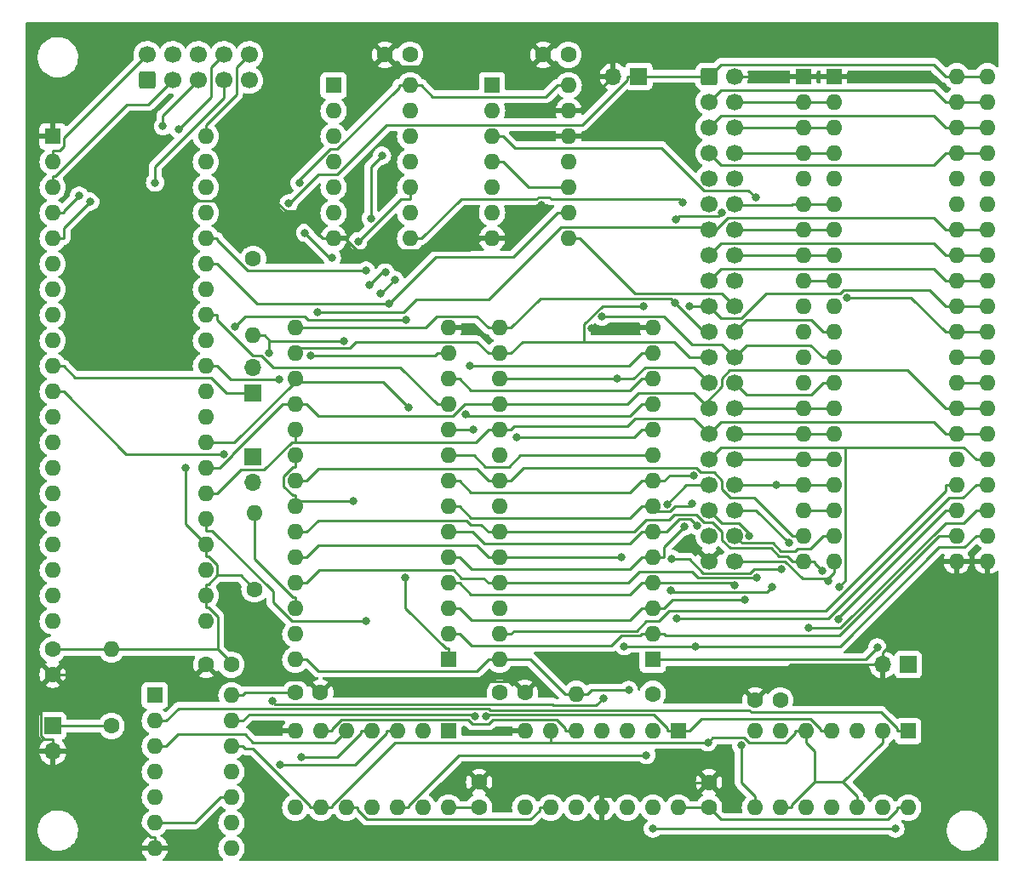
<source format=gtl>
G04 #@! TF.GenerationSoftware,KiCad,Pcbnew,(6.0.11)*
G04 #@! TF.CreationDate,2024-05-04T19:15:29+02:00*
G04 #@! TF.ProjectId,dolphindos3-kicad,646f6c70-6869-46e6-946f-73332d6b6963,2*
G04 #@! TF.SameCoordinates,Original*
G04 #@! TF.FileFunction,Copper,L1,Top*
G04 #@! TF.FilePolarity,Positive*
%FSLAX46Y46*%
G04 Gerber Fmt 4.6, Leading zero omitted, Abs format (unit mm)*
G04 Created by KiCad (PCBNEW (6.0.11)) date 2024-05-04 19:15:29*
%MOMM*%
%LPD*%
G01*
G04 APERTURE LIST*
G04 Aperture macros list*
%AMRoundRect*
0 Rectangle with rounded corners*
0 $1 Rounding radius*
0 $2 $3 $4 $5 $6 $7 $8 $9 X,Y pos of 4 corners*
0 Add a 4 corners polygon primitive as box body*
4,1,4,$2,$3,$4,$5,$6,$7,$8,$9,$2,$3,0*
0 Add four circle primitives for the rounded corners*
1,1,$1+$1,$2,$3*
1,1,$1+$1,$4,$5*
1,1,$1+$1,$6,$7*
1,1,$1+$1,$8,$9*
0 Add four rect primitives between the rounded corners*
20,1,$1+$1,$2,$3,$4,$5,0*
20,1,$1+$1,$4,$5,$6,$7,0*
20,1,$1+$1,$6,$7,$8,$9,0*
20,1,$1+$1,$8,$9,$2,$3,0*%
G04 Aperture macros list end*
G04 #@! TA.AperFunction,ComponentPad*
%ADD10R,1.600000X1.600000*%
G04 #@! TD*
G04 #@! TA.AperFunction,ComponentPad*
%ADD11O,1.600000X1.600000*%
G04 #@! TD*
G04 #@! TA.AperFunction,ComponentPad*
%ADD12C,1.600000*%
G04 #@! TD*
G04 #@! TA.AperFunction,ComponentPad*
%ADD13R,1.700000X1.700000*%
G04 #@! TD*
G04 #@! TA.AperFunction,ComponentPad*
%ADD14O,1.700000X1.700000*%
G04 #@! TD*
G04 #@! TA.AperFunction,ComponentPad*
%ADD15RoundRect,0.250000X-0.600000X-0.600000X0.600000X-0.600000X0.600000X0.600000X-0.600000X0.600000X0*%
G04 #@! TD*
G04 #@! TA.AperFunction,ComponentPad*
%ADD16C,1.700000*%
G04 #@! TD*
G04 #@! TA.AperFunction,ComponentPad*
%ADD17RoundRect,0.250000X0.600000X-0.600000X0.600000X0.600000X-0.600000X0.600000X-0.600000X-0.600000X0*%
G04 #@! TD*
G04 #@! TA.AperFunction,ViaPad*
%ADD18C,0.800000*%
G04 #@! TD*
G04 #@! TA.AperFunction,Conductor*
%ADD19C,0.250000*%
G04 #@! TD*
G04 APERTURE END LIST*
D10*
X141732000Y-141996000D03*
D11*
X139192000Y-141996000D03*
X136652000Y-141996000D03*
X134112000Y-141996000D03*
X131572000Y-141996000D03*
X129032000Y-141996000D03*
X126492000Y-141996000D03*
X126492000Y-149616000D03*
X129032000Y-149616000D03*
X131572000Y-149616000D03*
X134112000Y-149616000D03*
X136652000Y-149616000D03*
X139192000Y-149616000D03*
X141732000Y-149616000D03*
D12*
X76708000Y-127889000D03*
D11*
X76708000Y-120269000D03*
D13*
X56642000Y-141478000D03*
D14*
X56642000Y-144018000D03*
D12*
X74397000Y-135382000D03*
X71897000Y-135382000D03*
X80772000Y-138176000D03*
X83272000Y-138176000D03*
X56642000Y-133878000D03*
X56642000Y-136378000D03*
X121920000Y-149606000D03*
X121920000Y-147106000D03*
D10*
X134361000Y-76835000D03*
D11*
X134361000Y-79375000D03*
X134361000Y-81915000D03*
X134361000Y-84455000D03*
X134361000Y-86995000D03*
X134361000Y-89535000D03*
X134361000Y-92075000D03*
X134361000Y-94615000D03*
X134361000Y-97155000D03*
X134361000Y-99695000D03*
X134361000Y-102235000D03*
X134361000Y-104775000D03*
X134361000Y-107315000D03*
X134361000Y-109855000D03*
X134361000Y-112395000D03*
X134361000Y-114935000D03*
X134361000Y-117475000D03*
X134361000Y-120015000D03*
X134361000Y-122555000D03*
X134361000Y-125095000D03*
X149601000Y-125095000D03*
X149601000Y-122555000D03*
X149601000Y-120015000D03*
X149601000Y-117475000D03*
X149601000Y-114935000D03*
X149601000Y-112395000D03*
X149601000Y-109855000D03*
X149601000Y-107315000D03*
X149601000Y-104775000D03*
X149601000Y-102235000D03*
X149601000Y-99695000D03*
X149601000Y-97155000D03*
X149601000Y-94615000D03*
X149601000Y-92075000D03*
X149601000Y-89535000D03*
X149601000Y-86995000D03*
X149601000Y-84455000D03*
X149601000Y-81915000D03*
X149601000Y-79375000D03*
X149601000Y-76835000D03*
D12*
X129012000Y-138938000D03*
X126512000Y-138938000D03*
D13*
X76581000Y-108336000D03*
D14*
X76581000Y-105796000D03*
D12*
X62484000Y-141478000D03*
D11*
X62484000Y-133858000D03*
D10*
X96012000Y-141986000D03*
D11*
X93472000Y-141986000D03*
X90932000Y-141986000D03*
X88392000Y-141986000D03*
X85852000Y-141986000D03*
X83312000Y-141986000D03*
X80772000Y-141986000D03*
X80772000Y-149606000D03*
X83312000Y-149606000D03*
X85852000Y-149606000D03*
X88392000Y-149606000D03*
X90932000Y-149606000D03*
X93472000Y-149606000D03*
X96012000Y-149606000D03*
D13*
X114940000Y-76835000D03*
D14*
X112400000Y-76835000D03*
D12*
X107930000Y-74676000D03*
X105430000Y-74676000D03*
D15*
X121920000Y-76830000D03*
D16*
X124460000Y-76830000D03*
X121920000Y-79370000D03*
X124460000Y-79370000D03*
X121920000Y-81910000D03*
X124460000Y-81910000D03*
X121920000Y-84450000D03*
X124460000Y-84450000D03*
X121920000Y-86990000D03*
X124460000Y-86990000D03*
X121920000Y-89530000D03*
X124460000Y-89530000D03*
X121920000Y-92070000D03*
X124460000Y-92070000D03*
X121920000Y-94610000D03*
X124460000Y-94610000D03*
X121920000Y-97150000D03*
X124460000Y-97150000D03*
X121920000Y-99690000D03*
X124460000Y-99690000D03*
X121920000Y-102230000D03*
X124460000Y-102230000D03*
X121920000Y-104770000D03*
X124460000Y-104770000D03*
X121920000Y-107310000D03*
X124460000Y-107310000D03*
X121920000Y-109850000D03*
X124460000Y-109850000D03*
X121920000Y-112390000D03*
X124460000Y-112390000D03*
X121920000Y-114930000D03*
X124460000Y-114930000D03*
X121920000Y-117470000D03*
X124460000Y-117470000D03*
X121920000Y-120010000D03*
X124460000Y-120010000D03*
X121920000Y-122550000D03*
X124460000Y-122550000D03*
X121920000Y-125090000D03*
X124460000Y-125090000D03*
D10*
X131318000Y-76830000D03*
D11*
X131318000Y-79370000D03*
X131318000Y-81910000D03*
X131318000Y-84450000D03*
X131318000Y-86990000D03*
X131318000Y-89530000D03*
X131318000Y-92070000D03*
X131318000Y-94610000D03*
X131318000Y-97150000D03*
X131318000Y-99690000D03*
X131318000Y-102230000D03*
X131318000Y-104770000D03*
X131318000Y-107310000D03*
X131318000Y-109850000D03*
X131318000Y-112390000D03*
X131318000Y-114930000D03*
X131318000Y-117470000D03*
X131318000Y-120010000D03*
X131318000Y-122550000D03*
X131318000Y-125090000D03*
X146558000Y-125090000D03*
X146558000Y-122550000D03*
X146558000Y-120010000D03*
X146558000Y-117470000D03*
X146558000Y-114930000D03*
X146558000Y-112390000D03*
X146558000Y-109850000D03*
X146558000Y-107310000D03*
X146558000Y-104770000D03*
X146558000Y-102230000D03*
X146558000Y-99690000D03*
X146558000Y-97150000D03*
X146558000Y-94610000D03*
X146558000Y-92070000D03*
X146558000Y-89530000D03*
X146558000Y-86990000D03*
X146558000Y-84450000D03*
X146558000Y-81910000D03*
X146558000Y-79370000D03*
X146558000Y-76830000D03*
D10*
X66802000Y-138430000D03*
D11*
X66802000Y-140970000D03*
X66802000Y-143510000D03*
X66802000Y-146050000D03*
X66802000Y-148590000D03*
X66802000Y-151130000D03*
X66802000Y-153670000D03*
X74422000Y-153670000D03*
X74422000Y-151130000D03*
X74422000Y-148590000D03*
X74422000Y-146050000D03*
X74422000Y-143510000D03*
X74422000Y-140970000D03*
X74422000Y-138430000D03*
D12*
X99060000Y-149586000D03*
X99060000Y-147086000D03*
X76581000Y-94996000D03*
D11*
X76581000Y-102616000D03*
D10*
X116332000Y-134874000D03*
D11*
X116332000Y-132334000D03*
X116332000Y-129794000D03*
X116332000Y-127254000D03*
X116332000Y-124714000D03*
X116332000Y-122174000D03*
X116332000Y-119634000D03*
X116332000Y-117094000D03*
X116332000Y-114554000D03*
X116332000Y-112014000D03*
X116332000Y-109474000D03*
X116332000Y-106934000D03*
X116332000Y-104394000D03*
X116332000Y-101854000D03*
X101092000Y-101854000D03*
X101092000Y-104394000D03*
X101092000Y-106934000D03*
X101092000Y-109474000D03*
X101092000Y-112014000D03*
X101092000Y-114554000D03*
X101092000Y-117094000D03*
X101092000Y-119634000D03*
X101092000Y-122174000D03*
X101092000Y-124714000D03*
X101092000Y-127254000D03*
X101092000Y-129794000D03*
X101092000Y-132334000D03*
X101092000Y-134874000D03*
D12*
X92182000Y-74676000D03*
X89682000Y-74676000D03*
D10*
X84582000Y-77724000D03*
D11*
X84582000Y-80264000D03*
X84582000Y-82804000D03*
X84582000Y-85344000D03*
X84582000Y-87884000D03*
X84582000Y-90424000D03*
X84582000Y-92964000D03*
X92202000Y-92964000D03*
X92202000Y-90424000D03*
X92202000Y-87884000D03*
X92202000Y-85344000D03*
X92202000Y-82804000D03*
X92202000Y-80264000D03*
X92202000Y-77724000D03*
D17*
X66040000Y-77216000D03*
D16*
X66040000Y-74676000D03*
X68580000Y-77216000D03*
X68580000Y-74676000D03*
X71120000Y-77216000D03*
X71120000Y-74676000D03*
X73660000Y-77216000D03*
X73660000Y-74676000D03*
X76200000Y-77216000D03*
X76200000Y-74676000D03*
D10*
X100340000Y-77719000D03*
D11*
X100340000Y-80259000D03*
X100340000Y-82799000D03*
X100340000Y-85339000D03*
X100340000Y-87879000D03*
X100340000Y-90419000D03*
X100340000Y-92959000D03*
X107960000Y-92959000D03*
X107960000Y-90419000D03*
X107960000Y-87879000D03*
X107960000Y-85339000D03*
X107960000Y-82799000D03*
X107960000Y-80259000D03*
X107960000Y-77719000D03*
D13*
X141732000Y-135382000D03*
D14*
X139192000Y-135382000D03*
D10*
X118877000Y-141996000D03*
D11*
X116337000Y-141996000D03*
X113797000Y-141996000D03*
X111257000Y-141996000D03*
X108717000Y-141996000D03*
X106177000Y-141996000D03*
X103637000Y-141996000D03*
X103637000Y-149616000D03*
X106177000Y-149616000D03*
X108717000Y-149616000D03*
X111257000Y-149616000D03*
X113797000Y-149616000D03*
X116337000Y-149616000D03*
X118877000Y-149616000D03*
D12*
X101112000Y-138176000D03*
X103612000Y-138176000D03*
D10*
X96017000Y-134889000D03*
D11*
X96017000Y-132349000D03*
X96017000Y-129809000D03*
X96017000Y-127269000D03*
X96017000Y-124729000D03*
X96017000Y-122189000D03*
X96017000Y-119649000D03*
X96017000Y-117109000D03*
X96017000Y-114569000D03*
X96017000Y-112029000D03*
X96017000Y-109489000D03*
X96017000Y-106949000D03*
X96017000Y-104409000D03*
X96017000Y-101869000D03*
X80777000Y-101869000D03*
X80777000Y-104409000D03*
X80777000Y-106949000D03*
X80777000Y-109489000D03*
X80777000Y-112029000D03*
X80777000Y-114569000D03*
X80777000Y-117109000D03*
X80777000Y-119649000D03*
X80777000Y-122189000D03*
X80777000Y-124729000D03*
X80777000Y-127269000D03*
X80777000Y-129809000D03*
X80777000Y-132349000D03*
X80777000Y-134889000D03*
D13*
X76581000Y-114681000D03*
D14*
X76581000Y-117221000D03*
D12*
X116332000Y-138303000D03*
D11*
X108712000Y-138303000D03*
D10*
X56637000Y-82804000D03*
D11*
X56637000Y-85344000D03*
X56637000Y-87884000D03*
X56637000Y-90424000D03*
X56637000Y-92964000D03*
X56637000Y-95504000D03*
X56637000Y-98044000D03*
X56637000Y-100584000D03*
X56637000Y-103124000D03*
X56637000Y-105664000D03*
X56637000Y-108204000D03*
X56637000Y-110744000D03*
X56637000Y-113284000D03*
X56637000Y-115824000D03*
X56637000Y-118364000D03*
X56637000Y-120904000D03*
X56637000Y-123444000D03*
X56637000Y-125984000D03*
X56637000Y-128524000D03*
X56637000Y-131064000D03*
X71877000Y-131064000D03*
X71877000Y-128524000D03*
X71877000Y-125984000D03*
X71877000Y-123444000D03*
X71877000Y-120904000D03*
X71877000Y-118364000D03*
X71877000Y-115824000D03*
X71877000Y-113284000D03*
X71877000Y-110744000D03*
X71877000Y-108204000D03*
X71877000Y-105664000D03*
X71877000Y-103124000D03*
X71877000Y-100584000D03*
X71877000Y-98044000D03*
X71877000Y-95504000D03*
X71877000Y-92964000D03*
X71877000Y-90424000D03*
X71877000Y-87884000D03*
X71877000Y-85344000D03*
X71877000Y-82804000D03*
D18*
X69822800Y-115782900D03*
X113938300Y-137916700D03*
X81196700Y-87442200D03*
X113768200Y-147106000D03*
X58074600Y-86995700D03*
X105209900Y-89615000D03*
X103637000Y-145743900D03*
X110241300Y-101941300D03*
X80109400Y-89484100D03*
X116337000Y-151697300D03*
X87830100Y-131077800D03*
X140462000Y-151697300D03*
X83000400Y-100306300D03*
X97723900Y-110448600D03*
X74747400Y-101788200D03*
X91756500Y-101060700D03*
X102822400Y-112718800D03*
X87802200Y-96156700D03*
X98460600Y-112029000D03*
X82273400Y-104620600D03*
X98136300Y-105637400D03*
X119976800Y-99690000D03*
X79174900Y-106972900D03*
X118572200Y-99368400D03*
X135619500Y-98830900D03*
X126563000Y-88893600D03*
X118662500Y-91076900D03*
X115443100Y-99678000D03*
X123190100Y-90422100D03*
X111276600Y-100761400D03*
X129160100Y-125836200D03*
X92044500Y-109784100D03*
X112810400Y-106933100D03*
X118240500Y-124876200D03*
X119302100Y-89390100D03*
X119494500Y-121634100D03*
X124475200Y-127457400D03*
X134888500Y-127616200D03*
X125470500Y-128959700D03*
X111424900Y-138708600D03*
X118747700Y-130787800D03*
X117744300Y-119405800D03*
X78458100Y-139008100D03*
X126652800Y-126731700D03*
X128645800Y-117470000D03*
X125926100Y-122555600D03*
X131866900Y-131735800D03*
X113177200Y-124714000D03*
X129871400Y-123290600D03*
X118139700Y-127976500D03*
X128186000Y-127682500D03*
X120574400Y-133548900D03*
X113495500Y-133548900D03*
X125128900Y-143421400D03*
X133803000Y-127065000D03*
X59267400Y-88699500D03*
X60374100Y-89287800D03*
X67611900Y-81791700D03*
X66825900Y-87416200D03*
X69170600Y-82103800D03*
X90067500Y-99495600D03*
X120370600Y-116560700D03*
X120267200Y-119382400D03*
X120756700Y-121590800D03*
X89281100Y-98479900D03*
X90664400Y-97096600D03*
X133205000Y-126073400D03*
X88295100Y-90962100D03*
X89393900Y-84726400D03*
X134765100Y-130839100D03*
X88186000Y-97569200D03*
X99718200Y-140536200D03*
X89726000Y-96356200D03*
X98634300Y-140484500D03*
X86545800Y-119101600D03*
X121803500Y-143122900D03*
X81742500Y-92408500D03*
X84410900Y-94860800D03*
X87019700Y-93248100D03*
X115701000Y-144395500D03*
X79261900Y-145351100D03*
X81381400Y-144596000D03*
X138661800Y-133681700D03*
X91720400Y-126744000D03*
X78192500Y-104402800D03*
X85600100Y-103159300D03*
X73661700Y-114410900D03*
D19*
X73003900Y-126503700D02*
X72110500Y-127397100D01*
X94451600Y-78846700D02*
X105705400Y-78846700D01*
X73039400Y-130579800D02*
X72110500Y-129650900D01*
X96012000Y-149606000D02*
X97138900Y-149606000D01*
X56662000Y-133858000D02*
X56642000Y-133878000D01*
X134361000Y-94615000D02*
X133234100Y-94615000D01*
X92202000Y-77724000D02*
X93328900Y-77724000D01*
X83030800Y-136015900D02*
X98823200Y-136015900D01*
X80777000Y-134889000D02*
X81903900Y-134889000D01*
X118877000Y-149616000D02*
X121910000Y-149616000D01*
X140605100Y-149849500D02*
X140605100Y-149616000D01*
X73003900Y-126503700D02*
X75322700Y-126503700D01*
X104156100Y-134874000D02*
X101092000Y-134874000D01*
X131318000Y-94610000D02*
X133229100Y-94610000D01*
X93328900Y-77724000D02*
X94451600Y-78846700D01*
X98823200Y-136015900D02*
X99965100Y-134874000D01*
X108712000Y-138303000D02*
X107585100Y-138303000D01*
X110225200Y-137916700D02*
X109838900Y-138303000D01*
X72110500Y-127397100D02*
X71877000Y-127397100D01*
X81196700Y-87115900D02*
X84238600Y-84074000D01*
X69822800Y-115782900D02*
X69822800Y-121389800D01*
X73039400Y-133858000D02*
X73039400Y-130579800D01*
X139685600Y-150769000D02*
X140605100Y-149849500D01*
X101092000Y-134874000D02*
X99965100Y-134874000D01*
X74422000Y-138430000D02*
X75548900Y-138430000D01*
X133229100Y-94610000D02*
X133234100Y-94615000D01*
X69822800Y-121389800D02*
X71877000Y-123444000D01*
X124460000Y-94610000D02*
X131318000Y-94610000D01*
X75322700Y-126503700D02*
X76708000Y-127889000D01*
X73003900Y-125416000D02*
X73003900Y-126503700D01*
X84958600Y-84074000D02*
X91075100Y-77957500D01*
X113938300Y-137916700D02*
X110225200Y-137916700D01*
X123083000Y-150769000D02*
X139685600Y-150769000D01*
X81903900Y-134889000D02*
X83030800Y-136015900D01*
X62484000Y-133858000D02*
X56662000Y-133858000D01*
X84238600Y-84074000D02*
X84958600Y-84074000D01*
X107960000Y-77719000D02*
X106833100Y-77719000D01*
X74397000Y-135215600D02*
X73039400Y-133858000D01*
X121910000Y-149616000D02*
X121920000Y-149606000D01*
X92202000Y-77724000D02*
X91075100Y-77724000D01*
X108712000Y-138303000D02*
X109838900Y-138303000D01*
X75802900Y-138176000D02*
X75548900Y-138430000D01*
X81196700Y-87442200D02*
X81196700Y-87115900D01*
X107585100Y-138303000D02*
X104156100Y-134874000D01*
X121920000Y-149606000D02*
X123083000Y-150769000D01*
X80772000Y-138176000D02*
X75802900Y-138176000D01*
X72158800Y-124570900D02*
X73003900Y-125416000D01*
X74397000Y-135382000D02*
X74397000Y-135215600D01*
X105705400Y-78846700D02*
X106833100Y-77719000D01*
X72110500Y-129650900D02*
X71877000Y-129650900D01*
X71877000Y-128524000D02*
X71877000Y-127397100D01*
X91075100Y-77957500D02*
X91075100Y-77724000D01*
X99060000Y-149586000D02*
X97158900Y-149586000D01*
X97158900Y-149586000D02*
X97138900Y-149606000D01*
X71877000Y-128524000D02*
X71877000Y-129650900D01*
X141732000Y-149616000D02*
X140605100Y-149616000D01*
X71877000Y-123444000D02*
X71877000Y-124570900D01*
X71877000Y-124570900D02*
X72158800Y-124570900D01*
X73039400Y-133858000D02*
X62484000Y-133858000D01*
X98018400Y-94153700D02*
X86897400Y-94153700D01*
X112385100Y-148489100D02*
X111257000Y-148489100D01*
X79808400Y-90211000D02*
X78778200Y-89180800D01*
X83455100Y-92964000D02*
X80702100Y-90211000D01*
X130068000Y-135382000D02*
X139192000Y-135382000D01*
X99792600Y-92959000D02*
X100340000Y-92959000D01*
X84399200Y-137048800D02*
X102484800Y-137048800D01*
X124460000Y-76830000D02*
X131318000Y-76830000D01*
X57818900Y-144018000D02*
X66344000Y-152543100D01*
X134361000Y-76835000D02*
X133234100Y-76835000D01*
X55465100Y-137554900D02*
X55465100Y-142496500D01*
X149601000Y-125095000D02*
X148474100Y-125095000D01*
X86897400Y-94153700D02*
X85708900Y-92965200D01*
X139192000Y-135382000D02*
X139192000Y-134205100D01*
X109086900Y-80259000D02*
X109086900Y-80148100D01*
X115117800Y-101941300D02*
X115205100Y-101854000D01*
X146558000Y-125095000D02*
X148474100Y-125095000D01*
X107960000Y-80259000D02*
X109086900Y-80259000D01*
X56642000Y-144018000D02*
X56642000Y-142841100D01*
X70901000Y-136378000D02*
X71897000Y-135382000D01*
X56642000Y-136378000D02*
X55465100Y-137554900D01*
X104810900Y-89615000D02*
X105209900Y-89615000D01*
X126512000Y-138938000D02*
X130068000Y-135382000D01*
X99060000Y-147086000D02*
X100402100Y-145743900D01*
X83272000Y-138176000D02*
X82014400Y-136918400D01*
X55465100Y-142496500D02*
X55809700Y-142841100D01*
X56642000Y-144018000D02*
X57818900Y-144018000D01*
X102484800Y-137048800D02*
X103612000Y-138176000D01*
X131318000Y-76830000D02*
X133229100Y-76830000D01*
X84582000Y-92964000D02*
X83455100Y-92964000D01*
X80702100Y-90211000D02*
X79808400Y-90211000D01*
X139192000Y-134205100D02*
X146558000Y-126839100D01*
X100402100Y-145743900D02*
X103637000Y-145743900D01*
X99213100Y-92959000D02*
X98018400Y-94153700D01*
X61661500Y-89180800D02*
X59476400Y-86995700D01*
X99792600Y-92959000D02*
X99213100Y-92959000D01*
X59476400Y-86995700D02*
X58074600Y-86995700D01*
X55809700Y-142841100D02*
X56642000Y-142841100D01*
X78778200Y-89180800D02*
X61661500Y-89180800D01*
X56642000Y-136378000D02*
X70901000Y-136378000D01*
X83272000Y-138176000D02*
X84399200Y-137048800D01*
X90815200Y-75809200D02*
X89682000Y-74676000D01*
X110241300Y-101941300D02*
X115117800Y-101941300D01*
X133229100Y-76830000D02*
X133234100Y-76835000D01*
X100340000Y-92959000D02*
X101466900Y-92959000D01*
X109086900Y-80148100D02*
X112400000Y-76835000D01*
X111257000Y-149616000D02*
X111257000Y-148489100D01*
X105430000Y-74676000D02*
X104296800Y-75809200D01*
X85708900Y-92965200D02*
X85708900Y-92964000D01*
X113768200Y-147106000D02*
X121920000Y-147106000D01*
X146558000Y-125095000D02*
X146558000Y-125090000D01*
X84582000Y-92964000D02*
X85708900Y-92964000D01*
X113768200Y-147106000D02*
X112385100Y-148489100D01*
X73433400Y-136918400D02*
X71897000Y-135382000D01*
X116332000Y-101854000D02*
X115205100Y-101854000D01*
X104296800Y-75809200D02*
X90815200Y-75809200D01*
X82014400Y-136918400D02*
X73433400Y-136918400D01*
X146558000Y-126839100D02*
X146558000Y-125095000D01*
X66802000Y-153670000D02*
X66802000Y-152543100D01*
X101466900Y-92959000D02*
X104810900Y-89615000D01*
X66344000Y-152543100D02*
X66802000Y-152543100D01*
X114940000Y-76835000D02*
X113763100Y-76835000D01*
X121920000Y-76830000D02*
X123114200Y-75635800D01*
X146558000Y-76830000D02*
X145431100Y-76830000D01*
X114940000Y-76835000D02*
X116116900Y-76835000D01*
X146558000Y-76830000D02*
X148469100Y-76830000D01*
X116116900Y-76835000D02*
X116121900Y-76830000D01*
X84913600Y-86614000D02*
X89869300Y-81658300D01*
X83072700Y-86614000D02*
X84913600Y-86614000D01*
X113763100Y-77202800D02*
X113763100Y-76835000D01*
X144236900Y-75635800D02*
X145431100Y-76830000D01*
X80202600Y-89484100D02*
X83072700Y-86614000D01*
X116121900Y-76830000D02*
X121920000Y-76830000D01*
X89869300Y-81658300D02*
X109307600Y-81658300D01*
X148469100Y-76830000D02*
X148474100Y-76835000D01*
X123114200Y-75635800D02*
X144236900Y-75635800D01*
X149601000Y-76835000D02*
X148474100Y-76835000D01*
X109307600Y-81658300D02*
X113763100Y-77202800D01*
X80109400Y-89484100D02*
X80202600Y-89484100D01*
X146558000Y-79370000D02*
X145431100Y-79370000D01*
X80428300Y-131077800D02*
X87830100Y-131077800D01*
X148469100Y-79370000D02*
X148474100Y-79375000D01*
X144245200Y-78184100D02*
X145431100Y-79370000D01*
X72493300Y-122030900D02*
X78546300Y-128083900D01*
X78546300Y-129195800D02*
X80428300Y-131077800D01*
X149601000Y-79375000D02*
X148474100Y-79375000D01*
X71877000Y-122030900D02*
X72493300Y-122030900D01*
X121920000Y-79370000D02*
X123105900Y-78184100D01*
X123105900Y-78184100D02*
X144245200Y-78184100D01*
X146558000Y-79370000D02*
X148469100Y-79370000D01*
X78546300Y-128083900D02*
X78546300Y-129195800D01*
X116337000Y-151697300D02*
X140462000Y-151697300D01*
X71877000Y-120904000D02*
X71877000Y-122030900D01*
X124460000Y-79370000D02*
X131318000Y-79370000D01*
X134361000Y-79375000D02*
X133234100Y-79375000D01*
X131318000Y-79370000D02*
X133229100Y-79370000D01*
X133229100Y-79370000D02*
X133234100Y-79375000D01*
X148469100Y-81910000D02*
X148474100Y-81915000D01*
X123105900Y-80724100D02*
X144245200Y-80724100D01*
X144245200Y-80724100D02*
X145431100Y-81910000D01*
X149601000Y-81915000D02*
X148474100Y-81915000D01*
X121920000Y-81910000D02*
X123105900Y-80724100D01*
X146558000Y-81910000D02*
X145431100Y-81910000D01*
X146558000Y-81910000D02*
X148469100Y-81910000D01*
X133229100Y-81910000D02*
X133234100Y-81915000D01*
X131318000Y-81910000D02*
X133229100Y-81910000D01*
X134361000Y-81915000D02*
X133234100Y-81915000D01*
X124460000Y-81910000D02*
X131318000Y-81910000D01*
X149601000Y-84455000D02*
X148474100Y-84455000D01*
X148469100Y-84450000D02*
X146558000Y-84450000D01*
X145431100Y-84450000D02*
X144240500Y-85640600D01*
X146558000Y-84450000D02*
X145431100Y-84450000D01*
X148474100Y-84455000D02*
X148469100Y-84450000D01*
X144240500Y-85640600D02*
X123110600Y-85640600D01*
X123110600Y-85640600D02*
X121920000Y-84450000D01*
X133229100Y-84450000D02*
X133234100Y-84455000D01*
X124460000Y-84450000D02*
X131318000Y-84450000D01*
X134361000Y-84455000D02*
X133234100Y-84455000D01*
X131318000Y-84450000D02*
X133229100Y-84450000D01*
X133229100Y-89530000D02*
X133234100Y-89535000D01*
X131318000Y-89530000D02*
X130191100Y-89530000D01*
X130099200Y-89621900D02*
X130191100Y-89530000D01*
X124551900Y-89621900D02*
X130099200Y-89621900D01*
X124460000Y-89530000D02*
X124551900Y-89621900D01*
X134361000Y-89535000D02*
X133234100Y-89535000D01*
X131318000Y-89530000D02*
X133229100Y-89530000D01*
X92825700Y-99000700D02*
X100017400Y-99000700D01*
X148469100Y-92070000D02*
X146558000Y-92070000D01*
X146558000Y-92070000D02*
X145431100Y-92070000D01*
X149601000Y-92075000D02*
X148474100Y-92075000D01*
X91520100Y-100306300D02*
X92825700Y-99000700D01*
X100017400Y-99000700D02*
X107214300Y-91803800D01*
X121653800Y-91803800D02*
X121920000Y-92070000D01*
X144245200Y-90884100D02*
X145431100Y-92070000D01*
X148474100Y-92075000D02*
X148469100Y-92070000D01*
X83000400Y-100306300D02*
X91520100Y-100306300D01*
X123756100Y-90884100D02*
X144245200Y-90884100D01*
X121920000Y-92070000D02*
X122570200Y-92070000D01*
X107214300Y-91803800D02*
X121653800Y-91803800D01*
X122570200Y-92070000D02*
X123756100Y-90884100D01*
X134361000Y-92075000D02*
X133234100Y-92075000D01*
X133234100Y-92075000D02*
X133229100Y-92070000D01*
X133229100Y-92070000D02*
X131318000Y-92070000D01*
X131318000Y-92070000D02*
X124460000Y-92070000D01*
X144245200Y-93424100D02*
X145431100Y-94610000D01*
X76545300Y-104614000D02*
X77375800Y-104614000D01*
X78583900Y-105822100D02*
X91223200Y-105822100D01*
X146558000Y-94610000D02*
X148469100Y-94610000D01*
X121920000Y-94610000D02*
X123105900Y-93424100D01*
X116332000Y-109474000D02*
X115205100Y-109474000D01*
X123105900Y-93424100D02*
X144245200Y-93424100D01*
X71877000Y-100584000D02*
X73003900Y-100584000D01*
X114064400Y-110614700D02*
X115205100Y-109474000D01*
X149601000Y-94615000D02*
X148474100Y-94615000D01*
X73003900Y-101072600D02*
X76545300Y-104614000D01*
X146558000Y-94610000D02*
X145431100Y-94610000D01*
X97890000Y-110614700D02*
X114064400Y-110614700D01*
X96017000Y-109489000D02*
X94890100Y-109489000D01*
X73003900Y-100584000D02*
X73003900Y-101072600D01*
X148469100Y-94610000D02*
X148474100Y-94615000D01*
X97723900Y-110448600D02*
X97890000Y-110614700D01*
X91223200Y-105822100D02*
X94890100Y-109489000D01*
X77375800Y-104614000D02*
X78583900Y-105822100D01*
X148469100Y-97150000D02*
X146558000Y-97150000D01*
X116332000Y-106934000D02*
X115205100Y-106934000D01*
X149601000Y-97155000D02*
X148474100Y-97155000D01*
X75800300Y-100735300D02*
X81714900Y-100735300D01*
X97143900Y-106949000D02*
X98256000Y-108061100D01*
X148474100Y-97155000D02*
X148469100Y-97150000D01*
X114078000Y-108061100D02*
X115205100Y-106934000D01*
X123105900Y-95964100D02*
X144245200Y-95964100D01*
X121920000Y-97150000D02*
X123105900Y-95964100D01*
X96017000Y-106949000D02*
X97143900Y-106949000D01*
X98256000Y-108061100D02*
X114078000Y-108061100D01*
X81714900Y-100735300D02*
X82040300Y-101060700D01*
X82040300Y-101060700D02*
X91756500Y-101060700D01*
X146558000Y-97150000D02*
X145431100Y-97150000D01*
X74747400Y-101788200D02*
X75800300Y-100735300D01*
X144245200Y-95964100D02*
X145431100Y-97150000D01*
X115205100Y-112014000D02*
X114500300Y-112718800D01*
X134361000Y-97155000D02*
X133234100Y-97155000D01*
X133229100Y-97150000D02*
X133234100Y-97155000D01*
X73003900Y-93104900D02*
X73003900Y-92964000D01*
X76055700Y-96156700D02*
X73003900Y-93104900D01*
X71877000Y-92964000D02*
X73003900Y-92964000D01*
X114500300Y-112718800D02*
X102822400Y-112718800D01*
X87802200Y-96156700D02*
X76055700Y-96156700D01*
X96017000Y-112029000D02*
X98460600Y-112029000D01*
X116332000Y-112014000D02*
X115205100Y-112014000D01*
X131318000Y-97150000D02*
X133229100Y-97150000D01*
X79174900Y-106972900D02*
X74312800Y-106972900D01*
X94678500Y-104620600D02*
X82273400Y-104620600D01*
X145431100Y-99690000D02*
X143845100Y-98104000D01*
X96017000Y-104409000D02*
X94890100Y-104409000D01*
X143845100Y-98104000D02*
X135318500Y-98104000D01*
X94890100Y-104409000D02*
X94678500Y-104620600D01*
X135318500Y-98104000D02*
X134999000Y-98423500D01*
X98136300Y-105637400D02*
X113961700Y-105637400D01*
X127577200Y-98423500D02*
X125129600Y-100871100D01*
X148469100Y-99690000D02*
X148474100Y-99695000D01*
X123101100Y-100871100D02*
X121920000Y-99690000D01*
X125129600Y-100871100D02*
X123101100Y-100871100D01*
X116332000Y-104394000D02*
X115205100Y-104394000D01*
X71877000Y-105664000D02*
X73003900Y-105664000D01*
X149601000Y-99695000D02*
X148474100Y-99695000D01*
X74312800Y-106972900D02*
X73003900Y-105664000D01*
X113961700Y-105637400D02*
X115205100Y-104394000D01*
X119976800Y-99690000D02*
X121920000Y-99690000D01*
X146558000Y-99690000D02*
X148469100Y-99690000D01*
X146558000Y-99690000D02*
X145431100Y-99690000D01*
X134999000Y-98423500D02*
X127577200Y-98423500D01*
X107960000Y-92959000D02*
X109086900Y-92959000D01*
X124460000Y-99690000D02*
X123188600Y-98418600D01*
X123188600Y-98418600D02*
X114546500Y-98418600D01*
X114546500Y-98418600D02*
X109086900Y-92959000D01*
X142032000Y-98830900D02*
X135619500Y-98830900D01*
X148469100Y-102230000D02*
X146558000Y-102230000D01*
X121920000Y-102230000D02*
X121433800Y-102230000D01*
X148474100Y-102235000D02*
X148469100Y-102230000D01*
X149601000Y-102235000D02*
X148474100Y-102235000D01*
X145431100Y-102230000D02*
X142032000Y-98830900D01*
X101092000Y-101854000D02*
X99965100Y-101854000D01*
X93746700Y-101869000D02*
X94874400Y-100741300D01*
X98852400Y-100741300D02*
X99965100Y-101854000D01*
X105121800Y-98951100D02*
X102218900Y-101854000D01*
X80777000Y-101869000D02*
X93746700Y-101869000D01*
X121433800Y-102230000D02*
X118572200Y-99368400D01*
X146558000Y-102230000D02*
X145431100Y-102230000D01*
X101092000Y-101854000D02*
X102218900Y-101854000D01*
X118572200Y-99368400D02*
X118154900Y-98951100D01*
X94874400Y-100741300D02*
X98852400Y-100741300D01*
X118154900Y-98951100D02*
X105121800Y-98951100D01*
X125617200Y-101072800D02*
X124460000Y-102230000D01*
X117191600Y-83925900D02*
X121432600Y-88166900D01*
X132071900Y-101072800D02*
X125617200Y-101072800D01*
X102593800Y-83925900D02*
X117191600Y-83925900D01*
X134361000Y-102235000D02*
X133234100Y-102235000D01*
X101466900Y-82799000D02*
X102593800Y-83925900D01*
X125836300Y-88166900D02*
X126563000Y-88893600D01*
X121432600Y-88166900D02*
X125836300Y-88166900D01*
X100340000Y-82799000D02*
X101466900Y-82799000D01*
X133234100Y-102235000D02*
X132071900Y-101072800D01*
X148469100Y-104770000D02*
X148474100Y-104775000D01*
X118477500Y-103230600D02*
X109514400Y-103230600D01*
X121920000Y-104770000D02*
X120016900Y-104770000D01*
X146558000Y-104770000D02*
X148469100Y-104770000D01*
X86206700Y-103886200D02*
X86825700Y-103267200D01*
X120016900Y-104770000D02*
X118477500Y-103230600D01*
X109514400Y-101481100D02*
X109514400Y-103230600D01*
X149601000Y-104775000D02*
X148474100Y-104775000D01*
X103382300Y-103230600D02*
X102218900Y-104394000D01*
X118662500Y-91076900D02*
X118960000Y-90779400D01*
X86825700Y-103267200D02*
X98838300Y-103267200D01*
X118960000Y-90779400D02*
X122832800Y-90779400D01*
X80777000Y-104409000D02*
X81299800Y-103886200D01*
X100528600Y-104394000D02*
X99965100Y-104394000D01*
X98838300Y-103267200D02*
X99965100Y-104394000D01*
X122832800Y-90779400D02*
X123190100Y-90422100D01*
X81299800Y-103886200D02*
X86206700Y-103886200D01*
X111317500Y-99678000D02*
X109514400Y-101481100D01*
X115443100Y-99678000D02*
X111317500Y-99678000D01*
X109514400Y-103230600D02*
X103382300Y-103230600D01*
X100528600Y-104394000D02*
X101092000Y-104394000D01*
X101092000Y-104394000D02*
X102218900Y-104394000D01*
X120230500Y-103500000D02*
X117442100Y-100711600D01*
X124460000Y-104770000D02*
X123190000Y-103500000D01*
X132040100Y-103581000D02*
X133234100Y-104775000D01*
X124460000Y-104770000D02*
X125649000Y-103581000D01*
X123190000Y-103500000D02*
X120230500Y-103500000D01*
X134361000Y-104775000D02*
X133234100Y-104775000D01*
X111326400Y-100711600D02*
X111276600Y-100761400D01*
X117442100Y-100711600D02*
X111326400Y-100711600D01*
X125649000Y-103581000D02*
X132040100Y-103581000D01*
X121334200Y-126268200D02*
X126003300Y-126268200D01*
X114432000Y-106933100D02*
X112810400Y-106933100D01*
X74715700Y-113284000D02*
X80777000Y-107222700D01*
X80777000Y-107222700D02*
X89481500Y-107222700D01*
X119942200Y-124876200D02*
X121334200Y-126268200D01*
X146558000Y-107310000D02*
X148469100Y-107310000D01*
X92042900Y-109784100D02*
X92044500Y-109784100D01*
X148469100Y-107310000D02*
X148474100Y-107315000D01*
X115575500Y-105789600D02*
X114432000Y-106933100D01*
X80777000Y-107222700D02*
X80777000Y-106949000D01*
X71877000Y-113284000D02*
X74715700Y-113284000D01*
X118240500Y-124876200D02*
X119942200Y-124876200D01*
X126435300Y-125836200D02*
X129160100Y-125836200D01*
X89481500Y-107222700D02*
X92042900Y-109784100D01*
X121920000Y-107310000D02*
X120399600Y-105789600D01*
X112809500Y-106934000D02*
X112810400Y-106933100D01*
X126003300Y-126268200D02*
X126435300Y-125836200D01*
X149601000Y-107315000D02*
X148474100Y-107315000D01*
X101092000Y-106934000D02*
X112809500Y-106934000D01*
X120399600Y-105789600D02*
X115575500Y-105789600D01*
X132048200Y-108500900D02*
X125650900Y-108500900D01*
X106218800Y-89011000D02*
X106095900Y-88888100D01*
X133234100Y-107315000D02*
X132048200Y-108500900D01*
X125650900Y-108500900D02*
X124460000Y-107310000D01*
X106095900Y-88888100D02*
X104908900Y-88888100D01*
X119302100Y-89390100D02*
X118923000Y-89011000D01*
X118923000Y-89011000D02*
X106218800Y-89011000D01*
X104908900Y-88888100D02*
X104786000Y-89011000D01*
X104786000Y-89011000D02*
X97281900Y-89011000D01*
X134361000Y-107315000D02*
X133234100Y-107315000D01*
X92202000Y-92964000D02*
X93328900Y-92964000D01*
X97281900Y-89011000D02*
X93328900Y-92964000D01*
X148469100Y-109850000D02*
X146558000Y-109850000D01*
X146558000Y-109850000D02*
X145431100Y-109850000D01*
X113795900Y-109474000D02*
X114923700Y-108346200D01*
X123972000Y-106097100D02*
X123190000Y-106879100D01*
X79475200Y-109489000D02*
X80777000Y-109489000D01*
X74531800Y-114432400D02*
X79475200Y-109489000D01*
X101092000Y-109474000D02*
X113795900Y-109474000D01*
X114923700Y-108346200D02*
X120416200Y-108346200D01*
X73003900Y-115824000D02*
X73276600Y-115824000D01*
X96438400Y-110662600D02*
X83077500Y-110662600D01*
X148474100Y-109855000D02*
X148469100Y-109850000D01*
X73276600Y-115824000D02*
X74531800Y-114568800D01*
X74531800Y-114568800D02*
X74531800Y-114432400D01*
X145431100Y-109850000D02*
X141678200Y-106097100D01*
X80777000Y-109489000D02*
X81903900Y-109489000D01*
X141678200Y-106097100D02*
X123972000Y-106097100D01*
X83077500Y-110662600D02*
X81903900Y-109489000D01*
X123190000Y-107706100D02*
X121483100Y-109413000D01*
X97627000Y-109474000D02*
X96438400Y-110662600D01*
X71877000Y-115824000D02*
X73003900Y-115824000D01*
X121483100Y-109413000D02*
X121920000Y-109850000D01*
X100528600Y-109474000D02*
X99965100Y-109474000D01*
X123190000Y-106879100D02*
X123190000Y-107706100D01*
X99965100Y-109474000D02*
X97627000Y-109474000D01*
X149601000Y-109855000D02*
X148474100Y-109855000D01*
X100528600Y-109474000D02*
X101092000Y-109474000D01*
X120416200Y-108346200D02*
X121483100Y-109413000D01*
X131318000Y-109850000D02*
X130191100Y-109850000D01*
X117458900Y-123669700D02*
X119494500Y-121634100D01*
X117458900Y-124714000D02*
X117458900Y-123669700D01*
X115768600Y-124714000D02*
X115205100Y-124714000D01*
X124460000Y-109850000D02*
X130191100Y-109850000D01*
X116332000Y-124714000D02*
X117458900Y-124714000D01*
X96017000Y-124729000D02*
X97143900Y-124729000D01*
X131318000Y-109850000D02*
X133229100Y-109850000D01*
X98309100Y-125894200D02*
X114024900Y-125894200D01*
X97143900Y-124729000D02*
X98309100Y-125894200D01*
X115768600Y-124714000D02*
X116332000Y-124714000D01*
X134361000Y-109855000D02*
X133234100Y-109855000D01*
X114024900Y-125894200D02*
X115205100Y-124714000D01*
X133229100Y-109850000D02*
X133234100Y-109855000D01*
X146558000Y-112390000D02*
X145431100Y-112390000D01*
X71877000Y-118364000D02*
X73003900Y-118364000D01*
X123105900Y-111204100D02*
X144245200Y-111204100D01*
X73003900Y-118364000D02*
X75369900Y-115998000D01*
X102562600Y-111670300D02*
X102218900Y-112014000D01*
X146558000Y-112390000D02*
X148469100Y-112390000D01*
X101092000Y-112014000D02*
X102218900Y-112014000D01*
X120414700Y-110884700D02*
X114557800Y-110884700D01*
X101092000Y-112014000D02*
X99965100Y-112014000D01*
X75369900Y-115998000D02*
X77681900Y-115998000D01*
X80457000Y-113222900D02*
X80777000Y-113222900D01*
X121920000Y-112390000D02*
X120414700Y-110884700D01*
X80777000Y-113222900D02*
X98756200Y-113222900D01*
X149601000Y-112395000D02*
X148474100Y-112395000D01*
X80777000Y-112029000D02*
X80777000Y-113042500D01*
X114557800Y-110884700D02*
X113772200Y-111670300D01*
X98756200Y-113222900D02*
X99965100Y-112014000D01*
X148469100Y-112390000D02*
X148474100Y-112395000D01*
X80777000Y-113042500D02*
X80777000Y-113222900D01*
X113772200Y-111670300D02*
X102562600Y-111670300D01*
X121920000Y-112390000D02*
X123105900Y-111204100D01*
X144245200Y-111204100D02*
X145431100Y-112390000D01*
X77681900Y-115998000D02*
X80457000Y-113222900D01*
X124460000Y-112390000D02*
X131318000Y-112390000D01*
X96017000Y-127269000D02*
X97143900Y-127269000D01*
X124267400Y-127249600D02*
X124475200Y-127457400D01*
X134361000Y-112395000D02*
X133234100Y-112395000D01*
X117463300Y-127249600D02*
X124267400Y-127249600D01*
X133229100Y-112390000D02*
X133234100Y-112395000D01*
X131318000Y-112390000D02*
X133229100Y-112390000D01*
X116332000Y-127254000D02*
X115205100Y-127254000D01*
X115205100Y-127254000D02*
X114074800Y-128384300D01*
X117458900Y-127254000D02*
X117463300Y-127249600D01*
X116332000Y-127254000D02*
X117458900Y-127254000D01*
X98259200Y-128384300D02*
X97143900Y-127269000D01*
X114074800Y-128384300D02*
X98259200Y-128384300D01*
X135513000Y-126991700D02*
X134888500Y-127616200D01*
X147278500Y-113739400D02*
X148474100Y-114935000D01*
X149601000Y-114935000D02*
X148474100Y-114935000D01*
X135513000Y-113739400D02*
X147278500Y-113739400D01*
X135513000Y-113739400D02*
X135513000Y-126991700D01*
X123110600Y-113739400D02*
X135513000Y-113739400D01*
X121920000Y-114930000D02*
X123110600Y-113739400D01*
X124460000Y-114930000D02*
X130191100Y-114930000D01*
X131318000Y-114930000D02*
X130191100Y-114930000D01*
X117458900Y-129794000D02*
X118293200Y-128959700D01*
X116332000Y-129794000D02*
X117458900Y-129794000D01*
X133229100Y-114930000D02*
X133234100Y-114935000D01*
X118293200Y-128959700D02*
X125470500Y-128959700D01*
X116332000Y-129794000D02*
X115205100Y-129794000D01*
X98266600Y-130931700D02*
X114067400Y-130931700D01*
X96017000Y-129809000D02*
X97143900Y-129809000D01*
X134361000Y-114935000D02*
X133234100Y-114935000D01*
X131318000Y-114930000D02*
X133229100Y-114930000D01*
X97143900Y-129809000D02*
X98266600Y-130931700D01*
X114067400Y-130931700D02*
X115205100Y-129794000D01*
X106330800Y-139303200D02*
X78753200Y-139303200D01*
X133788200Y-130787800D02*
X145777900Y-118798100D01*
X117744300Y-119405800D02*
X119680100Y-117470000D01*
X110700900Y-139432600D02*
X106460200Y-139432600D01*
X111424900Y-138708600D02*
X110700900Y-139432600D01*
X147151000Y-118798100D02*
X148474100Y-117475000D01*
X119680100Y-117470000D02*
X121920000Y-117470000D01*
X145777900Y-118798100D02*
X147151000Y-118798100D01*
X149601000Y-117475000D02*
X148474100Y-117475000D01*
X78753200Y-139303200D02*
X78458100Y-139008100D01*
X118747700Y-130787800D02*
X133788200Y-130787800D01*
X106460200Y-139432600D02*
X106330800Y-139303200D01*
X101092000Y-127254000D02*
X102218900Y-127254000D01*
X97298900Y-126787100D02*
X99498200Y-126787100D01*
X131318000Y-117470000D02*
X133229100Y-117470000D01*
X124460000Y-117470000D02*
X128645800Y-117470000D01*
X81903900Y-127269000D02*
X83174100Y-125998800D01*
X101092000Y-127254000D02*
X99965100Y-127254000D01*
X126652800Y-126731700D02*
X126651600Y-126730500D01*
X99498200Y-126787100D02*
X99965100Y-127254000D01*
X128645800Y-117470000D02*
X130191100Y-117470000D01*
X83174100Y-125998800D02*
X96510600Y-125998800D01*
X113867100Y-127254000D02*
X102218900Y-127254000D01*
X115007800Y-126113300D02*
X113867100Y-127254000D01*
X80777000Y-127269000D02*
X81903900Y-127269000D01*
X120839100Y-126730500D02*
X120221900Y-126113300D01*
X131318000Y-117470000D02*
X130191100Y-117470000D01*
X120221900Y-126113300D02*
X115007800Y-126113300D01*
X133229100Y-117470000D02*
X133234100Y-117475000D01*
X126651600Y-126730500D02*
X120839100Y-126730500D01*
X96510600Y-125998800D02*
X97298900Y-126787100D01*
X134361000Y-117475000D02*
X133234100Y-117475000D01*
X123209800Y-121299800D02*
X124892900Y-121299800D01*
X125926100Y-122333000D02*
X125926100Y-122555600D01*
X147209100Y-121280000D02*
X148474100Y-120015000D01*
X121920000Y-120010000D02*
X123209800Y-121299800D01*
X131866900Y-131735800D02*
X134992500Y-131735800D01*
X145448300Y-121280000D02*
X147209100Y-121280000D01*
X124892900Y-121299800D02*
X125926100Y-122333000D01*
X134992500Y-131735800D02*
X145448300Y-121280000D01*
X149601000Y-120015000D02*
X148474100Y-120015000D01*
X127684100Y-128184400D02*
X128186000Y-127682500D01*
X131318000Y-120010000D02*
X133229100Y-120010000D01*
X118139700Y-127976500D02*
X118347600Y-128184400D01*
X100528600Y-124714000D02*
X99965100Y-124714000D01*
X126590800Y-120010000D02*
X129871400Y-123290600D01*
X83101200Y-123531700D02*
X81903900Y-124729000D01*
X98782800Y-123531700D02*
X83101200Y-123531700D01*
X101092000Y-124714000D02*
X113177200Y-124714000D01*
X133229100Y-120010000D02*
X133234100Y-120015000D01*
X80777000Y-124729000D02*
X81903900Y-124729000D01*
X99965100Y-124714000D02*
X98782800Y-123531700D01*
X134361000Y-120015000D02*
X133234100Y-120015000D01*
X118347600Y-128184400D02*
X127684100Y-128184400D01*
X124460000Y-120010000D02*
X126590800Y-120010000D01*
X100528600Y-124714000D02*
X101092000Y-124714000D01*
X148474100Y-122555000D02*
X147314800Y-123714300D01*
X120574400Y-133548900D02*
X113495500Y-133548900D01*
X134938700Y-133548900D02*
X120574400Y-133548900D01*
X144773300Y-123714300D02*
X134938700Y-133548900D01*
X149601000Y-122555000D02*
X148474100Y-122555000D01*
X147314800Y-123714300D02*
X144773300Y-123714300D01*
X134361000Y-122555000D02*
X133234100Y-122555000D01*
X130693000Y-123820000D02*
X131969100Y-123820000D01*
X126492000Y-149616000D02*
X126492000Y-148489100D01*
X125192500Y-123282500D02*
X128305300Y-123282500D01*
X125128900Y-147126000D02*
X125128900Y-143421400D01*
X128305300Y-123282500D02*
X129079800Y-124057000D01*
X129079800Y-124057000D02*
X130456000Y-124057000D01*
X131969100Y-123820000D02*
X133234100Y-122555000D01*
X124460000Y-122550000D02*
X125192500Y-123282500D01*
X126492000Y-148489100D02*
X125128900Y-147126000D01*
X130456000Y-124057000D02*
X130693000Y-123820000D01*
X134361000Y-125095000D02*
X134361000Y-126221900D01*
X129502900Y-125090000D02*
X124460000Y-125090000D01*
X134361000Y-126221900D02*
X133803000Y-126779900D01*
X133803000Y-126779900D02*
X133803000Y-126831500D01*
X133803000Y-126831500D02*
X131244400Y-126831500D01*
X131244400Y-126831500D02*
X129502900Y-125090000D01*
X133803000Y-126831500D02*
X133803000Y-127065000D01*
X57341400Y-84217100D02*
X57763900Y-83794600D01*
X56637000Y-84217100D02*
X57341400Y-84217100D01*
X57763900Y-82952100D02*
X66040000Y-74676000D01*
X56637000Y-85344000D02*
X56637000Y-84217100D01*
X57763900Y-83794600D02*
X57763900Y-82952100D01*
X56637000Y-87884000D02*
X56637000Y-86757100D01*
X56637000Y-86757100D02*
X56872400Y-86757100D01*
X56872400Y-86757100D02*
X63985900Y-79643600D01*
X66152400Y-79643600D02*
X68580000Y-77216000D01*
X63985900Y-79643600D02*
X66152400Y-79643600D01*
X57763900Y-90424000D02*
X57763900Y-90203000D01*
X56637000Y-90424000D02*
X57763900Y-90424000D01*
X57763900Y-90203000D02*
X59267400Y-88699500D01*
X56637000Y-92964000D02*
X57763900Y-92964000D01*
X67611900Y-81791700D02*
X67611900Y-80724100D01*
X67611900Y-80724100D02*
X71120000Y-77216000D01*
X57763900Y-91898000D02*
X60374100Y-89287800D01*
X57763900Y-92964000D02*
X57763900Y-91898000D01*
X66825900Y-85813600D02*
X73660000Y-78979500D01*
X66825900Y-87416200D02*
X66825900Y-85813600D01*
X73660000Y-78979500D02*
X73660000Y-77216000D01*
X72390000Y-75946000D02*
X73660000Y-74676000D01*
X69170600Y-82103800D02*
X72390000Y-78884400D01*
X72390000Y-78884400D02*
X72390000Y-75946000D01*
X74930000Y-78624100D02*
X74930000Y-75946000D01*
X71877000Y-81677100D02*
X74930000Y-78624100D01*
X74930000Y-75946000D02*
X76200000Y-74676000D01*
X71877000Y-82804000D02*
X71877000Y-81677100D01*
X94742200Y-94820900D02*
X102431200Y-94820900D01*
X73003900Y-95504000D02*
X76995500Y-99495600D01*
X116332000Y-114554000D02*
X115205100Y-114554000D01*
X90067500Y-99495600D02*
X94742200Y-94820900D01*
X99686600Y-115684700D02*
X102007000Y-115684700D01*
X71877000Y-95504000D02*
X73003900Y-95504000D01*
X107960000Y-90419000D02*
X106833100Y-90419000D01*
X96017000Y-114569000D02*
X98570900Y-114569000D01*
X103137700Y-114554000D02*
X115205100Y-114554000D01*
X102431200Y-94820900D02*
X106833100Y-90419000D01*
X98570900Y-114569000D02*
X99686600Y-115684700D01*
X102007000Y-115684700D02*
X103137700Y-114554000D01*
X76995500Y-99495600D02*
X90067500Y-99495600D01*
X116332000Y-117094000D02*
X115205100Y-117094000D01*
X114076800Y-118222300D02*
X115205100Y-117094000D01*
X96017000Y-117109000D02*
X97143900Y-117109000D01*
X98257200Y-118222300D02*
X114076800Y-118222300D01*
X97143900Y-117109000D02*
X98257200Y-118222300D01*
X116332000Y-117094000D02*
X117458900Y-117094000D01*
X117992200Y-116560700D02*
X120370600Y-116560700D01*
X117458900Y-117094000D02*
X117992200Y-116560700D01*
X118045400Y-120132700D02*
X118544000Y-119634100D01*
X120015600Y-119634000D02*
X120267200Y-119382400D01*
X116332000Y-119634000D02*
X116830700Y-120132700D01*
X98259000Y-120764100D02*
X114075000Y-120764100D01*
X116830700Y-120132700D02*
X118045400Y-120132700D01*
X118544000Y-119634100D02*
X118544000Y-119634000D01*
X116332000Y-119634000D02*
X115205100Y-119634000D01*
X97143900Y-119649000D02*
X98259000Y-120764100D01*
X118544000Y-119634000D02*
X120015600Y-119634000D01*
X114075000Y-120764100D02*
X115205100Y-119634000D01*
X96017000Y-119649000D02*
X97143900Y-119649000D01*
X99538700Y-123343400D02*
X98384300Y-122189000D01*
X116332000Y-122174000D02*
X117661100Y-122174000D01*
X114035700Y-123343400D02*
X99538700Y-123343400D01*
X115205100Y-122174000D02*
X114035700Y-123343400D01*
X117661100Y-122174000D02*
X118938400Y-120896700D01*
X115768600Y-122174000D02*
X115205100Y-122174000D01*
X96017000Y-122189000D02*
X97143900Y-122189000D01*
X120062600Y-120896700D02*
X120756700Y-121590800D01*
X118938400Y-120896700D02*
X120062600Y-120896700D01*
X89281100Y-98479900D02*
X90664400Y-97096600D01*
X98384300Y-122189000D02*
X97143900Y-122189000D01*
X115768600Y-122174000D02*
X116332000Y-122174000D01*
X130191100Y-122550000D02*
X126381100Y-118740000D01*
X124029100Y-118740000D02*
X123190000Y-117900900D01*
X101092000Y-117094000D02*
X102218900Y-117094000D01*
X103479100Y-115833800D02*
X102218900Y-117094000D01*
X122410100Y-116259200D02*
X121097100Y-116259200D01*
X80777000Y-117109000D02*
X81903900Y-117109000D01*
X126381100Y-118740000D02*
X124029100Y-118740000D01*
X123190000Y-117900900D02*
X123190000Y-117039100D01*
X101092000Y-117094000D02*
X99965100Y-117094000D01*
X131318000Y-122550000D02*
X130191100Y-122550000D01*
X123190000Y-117039100D02*
X122410100Y-116259200D01*
X121097100Y-116259200D02*
X120671700Y-115833800D01*
X98797100Y-115926000D02*
X99965100Y-117094000D01*
X83086900Y-115926000D02*
X98797100Y-115926000D01*
X81903900Y-117109000D02*
X83086900Y-115926000D01*
X120671700Y-115833800D02*
X103479100Y-115833800D01*
X98223700Y-121469500D02*
X99260600Y-121469500D01*
X128886900Y-124580300D02*
X128102800Y-123796200D01*
X117926400Y-120957000D02*
X115682800Y-120957000D01*
X132444900Y-125313300D02*
X133205000Y-126073400D01*
X130754600Y-125090000D02*
X131318000Y-125090000D01*
X83036300Y-121056600D02*
X97810800Y-121056600D01*
X99260600Y-121469500D02*
X99965100Y-122174000D01*
X130754600Y-125090000D02*
X130191100Y-125090000D01*
X123190000Y-122980900D02*
X123190000Y-122119100D01*
X130191100Y-125090000D02*
X129681400Y-124580300D01*
X80777000Y-122189000D02*
X81903900Y-122189000D01*
X97810800Y-121056600D02*
X98223700Y-121469500D01*
X131318000Y-125090000D02*
X132444900Y-125090000D01*
X114465800Y-122174000D02*
X102218900Y-122174000D01*
X115682800Y-120957000D02*
X114465800Y-122174000D01*
X124005300Y-123796200D02*
X123190000Y-122980900D01*
X81903900Y-122189000D02*
X83036300Y-121056600D01*
X128102800Y-123796200D02*
X124005300Y-123796200D01*
X101092000Y-122174000D02*
X99965100Y-122174000D01*
X121458000Y-121224900D02*
X120668600Y-120435500D01*
X132444900Y-125090000D02*
X132444900Y-125313300D01*
X101092000Y-122174000D02*
X102218900Y-122174000D01*
X120668600Y-120435500D02*
X118447900Y-120435500D01*
X122295800Y-121224900D02*
X121458000Y-121224900D01*
X129681400Y-124580300D02*
X128886900Y-124580300D01*
X123190000Y-122119100D02*
X122295800Y-121224900D01*
X118447900Y-120435500D02*
X117926400Y-120957000D01*
X98270600Y-133475700D02*
X97143900Y-132349000D01*
X88295100Y-85825200D02*
X88295100Y-90962100D01*
X113194500Y-132481600D02*
X112200400Y-133475700D01*
X116332000Y-132334000D02*
X115205100Y-132334000D01*
X117458900Y-132334000D02*
X117608300Y-132483400D01*
X96017000Y-132349000D02*
X97143900Y-132349000D01*
X144817400Y-122550000D02*
X145431100Y-122550000D01*
X89393900Y-84726400D02*
X88295100Y-85825200D01*
X115205100Y-132334000D02*
X115057500Y-132481600D01*
X116895500Y-132334000D02*
X116332000Y-132334000D01*
X116895500Y-132334000D02*
X117458900Y-132334000D01*
X112200400Y-133475700D02*
X98270600Y-133475700D01*
X146558000Y-122550000D02*
X145431100Y-122550000D01*
X117608300Y-132483400D02*
X134884000Y-132483400D01*
X115057500Y-132481600D02*
X113194500Y-132481600D01*
X134884000Y-132483400D02*
X144817400Y-122550000D01*
X134112000Y-141996000D02*
X132985100Y-141996000D01*
X118877000Y-141996000D02*
X117750100Y-141996000D01*
X118877000Y-141996000D02*
X120003900Y-141996000D01*
X117750100Y-141714300D02*
X116413400Y-140377600D01*
X146558000Y-120010000D02*
X145431100Y-120010000D01*
X121184800Y-140815100D02*
X132037700Y-140815100D01*
X89399000Y-96356200D02*
X89726000Y-96356200D01*
X88186000Y-97569200D02*
X89399000Y-96356200D01*
X132985100Y-141762500D02*
X132985100Y-141996000D01*
X132037700Y-140815100D02*
X132985100Y-141762500D01*
X117750100Y-141996000D02*
X117750100Y-141714300D01*
X99876800Y-140377600D02*
X99718200Y-140536200D01*
X134765100Y-130839100D02*
X134765100Y-130676000D01*
X120003900Y-141996000D02*
X121184800Y-140815100D01*
X116413400Y-140377600D02*
X99876800Y-140377600D01*
X134765100Y-130676000D02*
X145431100Y-120010000D01*
X146558000Y-117470000D02*
X145431100Y-117470000D01*
X133495500Y-130037400D02*
X145431100Y-118101800D01*
X98495100Y-140345300D02*
X98634300Y-140484500D01*
X145431100Y-118101800D02*
X145431100Y-117470000D01*
X101092000Y-132334000D02*
X102218900Y-132334000D01*
X102218900Y-132334000D02*
X102523200Y-132029700D01*
X117936300Y-130037400D02*
X133495500Y-130037400D01*
X74422000Y-140970000D02*
X75548900Y-140970000D01*
X102523200Y-132029700D02*
X114735400Y-132029700D01*
X76173600Y-140345300D02*
X98495100Y-140345300D01*
X116909700Y-131064000D02*
X117936300Y-130037400D01*
X75548900Y-140970000D02*
X76173600Y-140345300D01*
X115701100Y-131064000D02*
X116909700Y-131064000D01*
X114735400Y-132029700D02*
X115701100Y-131064000D01*
X69143300Y-139755600D02*
X100022900Y-139755600D01*
X100172300Y-139905000D02*
X125885400Y-139905000D01*
X100022900Y-139755600D02*
X100172300Y-139905000D01*
X141732000Y-141996000D02*
X140605100Y-141996000D01*
X139029800Y-140139000D02*
X140605100Y-141714300D01*
X125885400Y-139905000D02*
X126119400Y-140139000D01*
X140605100Y-141714300D02*
X140605100Y-141996000D01*
X66802000Y-140970000D02*
X67928900Y-140970000D01*
X126119400Y-140139000D02*
X139029800Y-140139000D01*
X67928900Y-140970000D02*
X69143300Y-139755600D01*
X80777000Y-114569000D02*
X80777000Y-115695900D01*
X80777000Y-119101600D02*
X86545800Y-119101600D01*
X79627600Y-116611800D02*
X80543500Y-115695900D01*
X80777000Y-118522100D02*
X80495300Y-118522100D01*
X80495300Y-118522100D02*
X79627600Y-117654400D01*
X79627600Y-117654400D02*
X79627600Y-116611800D01*
X80543500Y-115695900D02*
X80777000Y-115695900D01*
X80777000Y-119101600D02*
X80777000Y-118522100D01*
X80777000Y-119649000D02*
X80777000Y-119101600D01*
X136652000Y-149616000D02*
X136652000Y-148489100D01*
X106177000Y-143122900D02*
X90688500Y-143122900D01*
X129513100Y-143161500D02*
X130445100Y-142229500D01*
X129032000Y-149616000D02*
X130158900Y-149616000D01*
X132415100Y-147076000D02*
X135238900Y-147076000D01*
X83312000Y-149606000D02*
X84438900Y-149606000D01*
X130445100Y-142229500D02*
X130445100Y-141996000D01*
X139192000Y-141996000D02*
X139192000Y-143122900D01*
X75548900Y-143510000D02*
X75793600Y-143754700D01*
X104006900Y-87879000D02*
X101466900Y-85339000D01*
X125897000Y-143161500D02*
X129513100Y-143161500D01*
X84438900Y-149372500D02*
X84438900Y-149606000D01*
X106833100Y-87879000D02*
X104006900Y-87879000D01*
X82185100Y-149374600D02*
X82185100Y-149606000D01*
X130158900Y-149332200D02*
X132415100Y-147076000D01*
X135238900Y-147076000D02*
X136652000Y-148489100D01*
X132415100Y-143966000D02*
X131572000Y-143122900D01*
X74422000Y-143510000D02*
X75548900Y-143510000D01*
X132415100Y-147076000D02*
X132415100Y-143966000D01*
X100340000Y-85339000D02*
X101466900Y-85339000D01*
X122272800Y-142653600D02*
X125389100Y-142653600D01*
X107960000Y-87879000D02*
X106833100Y-87879000D01*
X106177000Y-141996000D02*
X106177000Y-143122900D01*
X130158900Y-149616000D02*
X130158900Y-149332200D01*
X125389100Y-142653600D02*
X125897000Y-143161500D01*
X83312000Y-149606000D02*
X82185100Y-149606000D01*
X131572000Y-141996000D02*
X130445100Y-141996000D01*
X76565200Y-143754700D02*
X82185100Y-149374600D01*
X106177000Y-143122900D02*
X121803500Y-143122900D01*
X75793600Y-143754700D02*
X76565200Y-143754700D01*
X90688500Y-143122900D02*
X84438900Y-149372500D01*
X121803500Y-143122900D02*
X122272800Y-142653600D01*
X131572000Y-141996000D02*
X131572000Y-143122900D01*
X139192000Y-143122900D02*
X135238900Y-147076000D01*
X84410900Y-94860800D02*
X84194800Y-94860800D01*
X84194800Y-94860800D02*
X81742500Y-92408500D01*
X85334700Y-140858900D02*
X97980800Y-140858900D01*
X87019700Y-93248100D02*
X87039300Y-93248100D01*
X83312000Y-141986000D02*
X84438900Y-141986000D01*
X98398300Y-141276400D02*
X100006000Y-141276400D01*
X91276500Y-89010900D02*
X92202000Y-89010900D01*
X100415200Y-140867200D02*
X106736200Y-140867200D01*
X106736200Y-140867200D02*
X107590100Y-141721100D01*
X107590100Y-141721100D02*
X107590100Y-141996000D01*
X84438900Y-141754700D02*
X85334700Y-140858900D01*
X108717000Y-141996000D02*
X107590100Y-141996000D01*
X84438900Y-141986000D02*
X84438900Y-141754700D01*
X97980800Y-140858900D02*
X98398300Y-141276400D01*
X87039300Y-93248100D02*
X91276500Y-89010900D01*
X92202000Y-87884000D02*
X92202000Y-89010900D01*
X100006000Y-141276400D02*
X100415200Y-140867200D01*
X90932000Y-149606000D02*
X92058900Y-149606000D01*
X92058900Y-149374700D02*
X97038100Y-144395500D01*
X97038100Y-144395500D02*
X115701000Y-144395500D01*
X92058900Y-149606000D02*
X92058900Y-149374700D01*
X84714800Y-143123200D02*
X85852000Y-141986000D01*
X76570600Y-143123200D02*
X84714800Y-143123200D01*
X105050100Y-149616000D02*
X105050100Y-149897700D01*
X104181100Y-150766700D02*
X87906100Y-150766700D01*
X85852000Y-149606000D02*
X86978900Y-149606000D01*
X106177000Y-149616000D02*
X105050100Y-149616000D01*
X75780600Y-142333200D02*
X76570600Y-143123200D01*
X105050100Y-149897700D02*
X104181100Y-150766700D01*
X66802000Y-143510000D02*
X67928900Y-143510000D01*
X69105700Y-142333200D02*
X75780600Y-142333200D01*
X87906100Y-150766700D02*
X86978900Y-149839500D01*
X86978900Y-149839500D02*
X86978900Y-149606000D01*
X67928900Y-143510000D02*
X69105700Y-142333200D01*
X89805100Y-142219500D02*
X86673500Y-145351100D01*
X90932000Y-141986000D02*
X89805100Y-141986000D01*
X86673500Y-145351100D02*
X79261900Y-145351100D01*
X89805100Y-141986000D02*
X89805100Y-142219500D01*
X81381400Y-144596000D02*
X84888600Y-144596000D01*
X87265100Y-142219500D02*
X87265100Y-141986000D01*
X88392000Y-141986000D02*
X87265100Y-141986000D01*
X84888600Y-144596000D02*
X87265100Y-142219500D01*
X62484000Y-141478000D02*
X57818900Y-141478000D01*
X56642000Y-141478000D02*
X57818900Y-141478000D01*
X70755100Y-151130000D02*
X66802000Y-151130000D01*
X73295100Y-148590000D02*
X70755100Y-151130000D01*
X74422000Y-148590000D02*
X73295100Y-148590000D01*
X116332000Y-134874000D02*
X137469500Y-134874000D01*
X137469500Y-134874000D02*
X138661800Y-133681700D01*
X78192500Y-103159300D02*
X78192500Y-104402800D01*
X78192500Y-103159300D02*
X85600100Y-103159300D01*
X96017000Y-133762100D02*
X95735300Y-133762100D01*
X77707900Y-102616000D02*
X78192500Y-103100600D01*
X78192500Y-103100600D02*
X78192500Y-103159300D01*
X91720400Y-129747200D02*
X91720400Y-126744000D01*
X96017000Y-134889000D02*
X96017000Y-133762100D01*
X76581000Y-102616000D02*
X77707900Y-102616000D01*
X95735300Y-133762100D02*
X91720400Y-129747200D01*
X80534500Y-128682100D02*
X76708000Y-124855600D01*
X80777000Y-129809000D02*
X80777000Y-128682100D01*
X76708000Y-124855600D02*
X76708000Y-120269000D01*
X80777000Y-128682100D02*
X80534500Y-128682100D01*
X57763900Y-105664000D02*
X58890800Y-106790900D01*
X72370000Y-106790900D02*
X73915100Y-108336000D01*
X56637000Y-105664000D02*
X57763900Y-105664000D01*
X58890800Y-106790900D02*
X72370000Y-106790900D01*
X73915100Y-108336000D02*
X76581000Y-108336000D01*
X56637000Y-108204000D02*
X57763900Y-108204000D01*
X57763900Y-108204000D02*
X63970800Y-114410900D01*
X63970800Y-114410900D02*
X73661700Y-114410900D01*
G04 #@! TA.AperFunction,Conductor*
G36*
X148604287Y-123424886D02*
G01*
X148649349Y-123453847D01*
X148756700Y-123561198D01*
X148761208Y-123564355D01*
X148761211Y-123564357D01*
X148799943Y-123591477D01*
X148944251Y-123692523D01*
X148949233Y-123694846D01*
X148949238Y-123694849D01*
X148984049Y-123711081D01*
X149037334Y-123757998D01*
X149056795Y-123826275D01*
X149036253Y-123894235D01*
X148984049Y-123939471D01*
X148949489Y-123955586D01*
X148939993Y-123961069D01*
X148761533Y-124086028D01*
X148753125Y-124093084D01*
X148599084Y-124247125D01*
X148592028Y-124255533D01*
X148467069Y-124433993D01*
X148461586Y-124443489D01*
X148369510Y-124640947D01*
X148365764Y-124651239D01*
X148319606Y-124823503D01*
X148319942Y-124837599D01*
X148327884Y-124841000D01*
X149729000Y-124841000D01*
X149797121Y-124861002D01*
X149843614Y-124914658D01*
X149855000Y-124967000D01*
X149855000Y-126362967D01*
X149858973Y-126376498D01*
X149867522Y-126377727D01*
X150044761Y-126330236D01*
X150055053Y-126326490D01*
X150252511Y-126234414D01*
X150262007Y-126228931D01*
X150440467Y-126103972D01*
X150448875Y-126096916D01*
X150508005Y-126037786D01*
X150570317Y-126003760D01*
X150641132Y-126008825D01*
X150697968Y-126051372D01*
X150722779Y-126117892D01*
X150723100Y-126126881D01*
X150723100Y-154775400D01*
X150703098Y-154843521D01*
X150649442Y-154890014D01*
X150597100Y-154901400D01*
X75343351Y-154901400D01*
X75275230Y-154881398D01*
X75228737Y-154827742D01*
X75218633Y-154757468D01*
X75248127Y-154692888D01*
X75262083Y-154679151D01*
X75266300Y-154676198D01*
X75428198Y-154514300D01*
X75559523Y-154326749D01*
X75561846Y-154321767D01*
X75561849Y-154321762D01*
X75653961Y-154124225D01*
X75653961Y-154124224D01*
X75656284Y-154119243D01*
X75715543Y-153898087D01*
X75735498Y-153670000D01*
X75715543Y-153441913D01*
X75656284Y-153220757D01*
X75653961Y-153215775D01*
X75561849Y-153018238D01*
X75561846Y-153018233D01*
X75559523Y-153013251D01*
X75479315Y-152898702D01*
X75431357Y-152830211D01*
X75431355Y-152830208D01*
X75428198Y-152825700D01*
X75266300Y-152663802D01*
X75261792Y-152660645D01*
X75261789Y-152660643D01*
X75122924Y-152563409D01*
X75078749Y-152532477D01*
X75073767Y-152530154D01*
X75073762Y-152530151D01*
X75039543Y-152514195D01*
X74986258Y-152467278D01*
X74966797Y-152399001D01*
X74987339Y-152331041D01*
X75039543Y-152285805D01*
X75073762Y-152269849D01*
X75073767Y-152269846D01*
X75078749Y-152267523D01*
X75183611Y-152194098D01*
X75261789Y-152139357D01*
X75261792Y-152139355D01*
X75266300Y-152136198D01*
X75428198Y-151974300D01*
X75433565Y-151966636D01*
X75538086Y-151817364D01*
X75559523Y-151786749D01*
X75561846Y-151781767D01*
X75561849Y-151781762D01*
X75653961Y-151584225D01*
X75653961Y-151584224D01*
X75656284Y-151579243D01*
X75661067Y-151561395D01*
X75714119Y-151363402D01*
X75714119Y-151363400D01*
X75715543Y-151358087D01*
X75735498Y-151130000D01*
X75715543Y-150901913D01*
X75711091Y-150885298D01*
X75657707Y-150686067D01*
X75657706Y-150686065D01*
X75656284Y-150680757D01*
X75642485Y-150651164D01*
X75561849Y-150478238D01*
X75561846Y-150478233D01*
X75559523Y-150473251D01*
X75428198Y-150285700D01*
X75266300Y-150123802D01*
X75261792Y-150120645D01*
X75261789Y-150120643D01*
X75168388Y-150055243D01*
X75078749Y-149992477D01*
X75073767Y-149990154D01*
X75073762Y-149990151D01*
X75039543Y-149974195D01*
X74986258Y-149927278D01*
X74966797Y-149859001D01*
X74987339Y-149791041D01*
X75039543Y-149745805D01*
X75073762Y-149729849D01*
X75073767Y-149729846D01*
X75078749Y-149727523D01*
X75238020Y-149616000D01*
X75261789Y-149599357D01*
X75261792Y-149599355D01*
X75266300Y-149596198D01*
X75428198Y-149434300D01*
X75456842Y-149393393D01*
X75556366Y-149251257D01*
X75559523Y-149246749D01*
X75561846Y-149241767D01*
X75561849Y-149241762D01*
X75653961Y-149044225D01*
X75653961Y-149044224D01*
X75656284Y-149039243D01*
X75668448Y-148993849D01*
X75714119Y-148823402D01*
X75714119Y-148823400D01*
X75715543Y-148818087D01*
X75735498Y-148590000D01*
X75715543Y-148361913D01*
X75704971Y-148322457D01*
X75657707Y-148146067D01*
X75657706Y-148146065D01*
X75656284Y-148140757D01*
X75646544Y-148119870D01*
X75561849Y-147938238D01*
X75561846Y-147938233D01*
X75559523Y-147933251D01*
X75428198Y-147745700D01*
X75266300Y-147583802D01*
X75261792Y-147580645D01*
X75261789Y-147580643D01*
X75117066Y-147479307D01*
X75078749Y-147452477D01*
X75073767Y-147450154D01*
X75073762Y-147450151D01*
X75039543Y-147434195D01*
X74986258Y-147387278D01*
X74966797Y-147319001D01*
X74987339Y-147251041D01*
X75039543Y-147205805D01*
X75073762Y-147189849D01*
X75073767Y-147189846D01*
X75078749Y-147187523D01*
X75183611Y-147114098D01*
X75261789Y-147059357D01*
X75261792Y-147059355D01*
X75266300Y-147056198D01*
X75428198Y-146894300D01*
X75458867Y-146850501D01*
X75486242Y-146811405D01*
X75559523Y-146706749D01*
X75561846Y-146701767D01*
X75561849Y-146701762D01*
X75653961Y-146504225D01*
X75653961Y-146504224D01*
X75656284Y-146499243D01*
X75671489Y-146442500D01*
X75714119Y-146283402D01*
X75714119Y-146283400D01*
X75715543Y-146278087D01*
X75735498Y-146050000D01*
X75715543Y-145821913D01*
X75656284Y-145600757D01*
X75653961Y-145595775D01*
X75561849Y-145398238D01*
X75561846Y-145398233D01*
X75559523Y-145393251D01*
X75458327Y-145248729D01*
X75431357Y-145210211D01*
X75431355Y-145210208D01*
X75428198Y-145205700D01*
X75266300Y-145043802D01*
X75261792Y-145040645D01*
X75261789Y-145040643D01*
X75114274Y-144937352D01*
X75078749Y-144912477D01*
X75073767Y-144910154D01*
X75073762Y-144910151D01*
X75039543Y-144894195D01*
X74986258Y-144847278D01*
X74966797Y-144779001D01*
X74987339Y-144711041D01*
X75039543Y-144665805D01*
X75073762Y-144649849D01*
X75073767Y-144649846D01*
X75078749Y-144647523D01*
X75207605Y-144557297D01*
X75261789Y-144519357D01*
X75261792Y-144519355D01*
X75266300Y-144516198D01*
X75411638Y-144370860D01*
X75473950Y-144336834D01*
X75547117Y-144342803D01*
X75551588Y-144344573D01*
X75558540Y-144348395D01*
X75578162Y-144353433D01*
X75596867Y-144359837D01*
X75615455Y-144367881D01*
X75623278Y-144369120D01*
X75623288Y-144369123D01*
X75659124Y-144374799D01*
X75670744Y-144377205D01*
X75705889Y-144386228D01*
X75713570Y-144388200D01*
X75733824Y-144388200D01*
X75753534Y-144389751D01*
X75773543Y-144392920D01*
X75781435Y-144392174D01*
X75807067Y-144389751D01*
X75817562Y-144388759D01*
X75829419Y-144388200D01*
X76250606Y-144388200D01*
X76318727Y-144408202D01*
X76339701Y-144425105D01*
X80170659Y-148256064D01*
X80204685Y-148318376D01*
X80199620Y-148389192D01*
X80157073Y-148446027D01*
X80134817Y-148459352D01*
X80120245Y-148466147D01*
X80120234Y-148466154D01*
X80115251Y-148468477D01*
X80073078Y-148498007D01*
X79932211Y-148596643D01*
X79932208Y-148596645D01*
X79927700Y-148599802D01*
X79765802Y-148761700D01*
X79762645Y-148766208D01*
X79762643Y-148766211D01*
X79730156Y-148812607D01*
X79634477Y-148949251D01*
X79632154Y-148954233D01*
X79632151Y-148954238D01*
X79601647Y-149019655D01*
X79537716Y-149156757D01*
X79536294Y-149162065D01*
X79536293Y-149162067D01*
X79479881Y-149372598D01*
X79478457Y-149377913D01*
X79458502Y-149606000D01*
X79478457Y-149834087D01*
X79479880Y-149839398D01*
X79479881Y-149839402D01*
X79522594Y-149998806D01*
X79537716Y-150055243D01*
X79540039Y-150060224D01*
X79540039Y-150060225D01*
X79632151Y-150257762D01*
X79632154Y-150257767D01*
X79634477Y-150262749D01*
X79765802Y-150450300D01*
X79927700Y-150612198D01*
X79932208Y-150615355D01*
X79932211Y-150615357D01*
X79990363Y-150656075D01*
X80115251Y-150743523D01*
X80120233Y-150745846D01*
X80120238Y-150745849D01*
X80303780Y-150831435D01*
X80322757Y-150840284D01*
X80328065Y-150841706D01*
X80328067Y-150841707D01*
X80538598Y-150898119D01*
X80538600Y-150898119D01*
X80543913Y-150899543D01*
X80772000Y-150919498D01*
X81000087Y-150899543D01*
X81005400Y-150898119D01*
X81005402Y-150898119D01*
X81215933Y-150841707D01*
X81215935Y-150841706D01*
X81221243Y-150840284D01*
X81240220Y-150831435D01*
X81423762Y-150745849D01*
X81423767Y-150745846D01*
X81428749Y-150743523D01*
X81553637Y-150656075D01*
X81611789Y-150615357D01*
X81611792Y-150615355D01*
X81616300Y-150612198D01*
X81778198Y-150450300D01*
X81846539Y-150352700D01*
X81873444Y-150314276D01*
X81902546Y-150272713D01*
X81958003Y-150228385D01*
X82029362Y-150221215D01*
X82037984Y-150222859D01*
X82042946Y-150223806D01*
X82050658Y-150225529D01*
X82105070Y-150239500D01*
X82108873Y-150239500D01*
X82172269Y-150267152D01*
X82194610Y-150291502D01*
X82237462Y-150352700D01*
X82305802Y-150450300D01*
X82467700Y-150612198D01*
X82472208Y-150615355D01*
X82472211Y-150615357D01*
X82530363Y-150656075D01*
X82655251Y-150743523D01*
X82660233Y-150745846D01*
X82660238Y-150745849D01*
X82843780Y-150831435D01*
X82862757Y-150840284D01*
X82868065Y-150841706D01*
X82868067Y-150841707D01*
X83078598Y-150898119D01*
X83078600Y-150898119D01*
X83083913Y-150899543D01*
X83312000Y-150919498D01*
X83540087Y-150899543D01*
X83545400Y-150898119D01*
X83545402Y-150898119D01*
X83755933Y-150841707D01*
X83755935Y-150841706D01*
X83761243Y-150840284D01*
X83780220Y-150831435D01*
X83963762Y-150745849D01*
X83963767Y-150745846D01*
X83968749Y-150743523D01*
X84093637Y-150656075D01*
X84151789Y-150615357D01*
X84151792Y-150615355D01*
X84156300Y-150612198D01*
X84318198Y-150450300D01*
X84431344Y-150288711D01*
X84486800Y-150244384D01*
X84526645Y-150235232D01*
X84536750Y-150234596D01*
X84550636Y-150233723D01*
X84550637Y-150233723D01*
X84558550Y-150233225D01*
X84566091Y-150230775D01*
X84566387Y-150230679D01*
X84589531Y-150225506D01*
X84597700Y-150224474D01*
X84597897Y-150226031D01*
X84659801Y-150228151D01*
X84718179Y-150268556D01*
X84723390Y-150275478D01*
X84845802Y-150450300D01*
X85007700Y-150612198D01*
X85012208Y-150615355D01*
X85012211Y-150615357D01*
X85070363Y-150656075D01*
X85195251Y-150743523D01*
X85200233Y-150745846D01*
X85200238Y-150745849D01*
X85383780Y-150831435D01*
X85402757Y-150840284D01*
X85408065Y-150841706D01*
X85408067Y-150841707D01*
X85618598Y-150898119D01*
X85618600Y-150898119D01*
X85623913Y-150899543D01*
X85852000Y-150919498D01*
X86080087Y-150899543D01*
X86085400Y-150898119D01*
X86085402Y-150898119D01*
X86295933Y-150841707D01*
X86295935Y-150841706D01*
X86301243Y-150840284D01*
X86320220Y-150831435D01*
X86503762Y-150745849D01*
X86503767Y-150745846D01*
X86508749Y-150743523D01*
X86633637Y-150656075D01*
X86691789Y-150615357D01*
X86691792Y-150615355D01*
X86696300Y-150612198D01*
X86696420Y-150612370D01*
X86759219Y-150584884D01*
X86829324Y-150596099D01*
X86864269Y-150620775D01*
X87402452Y-151158958D01*
X87409987Y-151167238D01*
X87414100Y-151173718D01*
X87435195Y-151193527D01*
X87463751Y-151220343D01*
X87466593Y-151223098D01*
X87486330Y-151242835D01*
X87489527Y-151245315D01*
X87498547Y-151253018D01*
X87530779Y-151283286D01*
X87537725Y-151287105D01*
X87537728Y-151287107D01*
X87548534Y-151293048D01*
X87565053Y-151303899D01*
X87581059Y-151316314D01*
X87588328Y-151319459D01*
X87588332Y-151319462D01*
X87621637Y-151333874D01*
X87632287Y-151339091D01*
X87671040Y-151360395D01*
X87678715Y-151362366D01*
X87678716Y-151362366D01*
X87690662Y-151365433D01*
X87709367Y-151371837D01*
X87727955Y-151379881D01*
X87735778Y-151381120D01*
X87735788Y-151381123D01*
X87771624Y-151386799D01*
X87783244Y-151389205D01*
X87815059Y-151397373D01*
X87826070Y-151400200D01*
X87846324Y-151400200D01*
X87866034Y-151401751D01*
X87886043Y-151404920D01*
X87893935Y-151404174D01*
X87912680Y-151402402D01*
X87930062Y-151400759D01*
X87941919Y-151400200D01*
X104102333Y-151400200D01*
X104113516Y-151400727D01*
X104121009Y-151402402D01*
X104128935Y-151402153D01*
X104128936Y-151402153D01*
X104189086Y-151400262D01*
X104193045Y-151400200D01*
X104220956Y-151400200D01*
X104224891Y-151399703D01*
X104224956Y-151399695D01*
X104236793Y-151398762D01*
X104269051Y-151397748D01*
X104273070Y-151397622D01*
X104280989Y-151397373D01*
X104300443Y-151391721D01*
X104319800Y-151387713D01*
X104332030Y-151386168D01*
X104332031Y-151386168D01*
X104339897Y-151385174D01*
X104347268Y-151382255D01*
X104347270Y-151382255D01*
X104381012Y-151368896D01*
X104392242Y-151365051D01*
X104427083Y-151354929D01*
X104427084Y-151354929D01*
X104434693Y-151352718D01*
X104441512Y-151348685D01*
X104441517Y-151348683D01*
X104452128Y-151342407D01*
X104469876Y-151333712D01*
X104488717Y-151326252D01*
X104497294Y-151320021D01*
X104524487Y-151300264D01*
X104534407Y-151293748D01*
X104565635Y-151275280D01*
X104565638Y-151275278D01*
X104572462Y-151271242D01*
X104586783Y-151256921D01*
X104601817Y-151244080D01*
X104611794Y-151236831D01*
X104618207Y-151232172D01*
X104646398Y-151198095D01*
X104654388Y-151189316D01*
X105192540Y-150651164D01*
X105254852Y-150617138D01*
X105325667Y-150622203D01*
X105353902Y-150637044D01*
X105520251Y-150753523D01*
X105525233Y-150755846D01*
X105525238Y-150755849D01*
X105709363Y-150841707D01*
X105727757Y-150850284D01*
X105733065Y-150851706D01*
X105733067Y-150851707D01*
X105943598Y-150908119D01*
X105943600Y-150908119D01*
X105948913Y-150909543D01*
X106177000Y-150929498D01*
X106405087Y-150909543D01*
X106410400Y-150908119D01*
X106410402Y-150908119D01*
X106620933Y-150851707D01*
X106620935Y-150851706D01*
X106626243Y-150850284D01*
X106644637Y-150841707D01*
X106828762Y-150755849D01*
X106828767Y-150755846D01*
X106833749Y-150753523D01*
X106978133Y-150652424D01*
X107016789Y-150625357D01*
X107016792Y-150625355D01*
X107021300Y-150622198D01*
X107183198Y-150460300D01*
X107187472Y-150454197D01*
X107241098Y-150377611D01*
X107314523Y-150272749D01*
X107316846Y-150267767D01*
X107316849Y-150267762D01*
X107332805Y-150233543D01*
X107379722Y-150180258D01*
X107447999Y-150160797D01*
X107515959Y-150181339D01*
X107561195Y-150233543D01*
X107577151Y-150267762D01*
X107577154Y-150267767D01*
X107579477Y-150272749D01*
X107652902Y-150377611D01*
X107706529Y-150454197D01*
X107710802Y-150460300D01*
X107872700Y-150622198D01*
X107877208Y-150625355D01*
X107877211Y-150625357D01*
X107915867Y-150652424D01*
X108060251Y-150753523D01*
X108065233Y-150755846D01*
X108065238Y-150755849D01*
X108249363Y-150841707D01*
X108267757Y-150850284D01*
X108273065Y-150851706D01*
X108273067Y-150851707D01*
X108483598Y-150908119D01*
X108483600Y-150908119D01*
X108488913Y-150909543D01*
X108717000Y-150929498D01*
X108945087Y-150909543D01*
X108950400Y-150908119D01*
X108950402Y-150908119D01*
X109160933Y-150851707D01*
X109160935Y-150851706D01*
X109166243Y-150850284D01*
X109184637Y-150841707D01*
X109368762Y-150755849D01*
X109368767Y-150755846D01*
X109373749Y-150753523D01*
X109518133Y-150652424D01*
X109556789Y-150625357D01*
X109556792Y-150625355D01*
X109561300Y-150622198D01*
X109723198Y-150460300D01*
X109727472Y-150454197D01*
X109781098Y-150377611D01*
X109854523Y-150272749D01*
X109856846Y-150267767D01*
X109856849Y-150267762D01*
X109873081Y-150232951D01*
X109919998Y-150179666D01*
X109988275Y-150160205D01*
X110056235Y-150180747D01*
X110101471Y-150232951D01*
X110117586Y-150267511D01*
X110123069Y-150277007D01*
X110248028Y-150455467D01*
X110255084Y-150463875D01*
X110409125Y-150617916D01*
X110417533Y-150624972D01*
X110595993Y-150749931D01*
X110605489Y-150755414D01*
X110802947Y-150847490D01*
X110813239Y-150851236D01*
X110985503Y-150897394D01*
X110999599Y-150897058D01*
X111003000Y-150889116D01*
X111003000Y-148348033D01*
X110999027Y-148334502D01*
X110990478Y-148333273D01*
X110813239Y-148380764D01*
X110802947Y-148384510D01*
X110605489Y-148476586D01*
X110595993Y-148482069D01*
X110417533Y-148607028D01*
X110409125Y-148614084D01*
X110255084Y-148768125D01*
X110248028Y-148776533D01*
X110123069Y-148954993D01*
X110117586Y-148964489D01*
X110101471Y-148999049D01*
X110054554Y-149052334D01*
X109986277Y-149071795D01*
X109918317Y-149051253D01*
X109873081Y-148999049D01*
X109856849Y-148964238D01*
X109856846Y-148964233D01*
X109854523Y-148959251D01*
X109755679Y-148818087D01*
X109726357Y-148776211D01*
X109726355Y-148776208D01*
X109723198Y-148771700D01*
X109561300Y-148609802D01*
X109556792Y-148606645D01*
X109556789Y-148606643D01*
X109473709Y-148548470D01*
X109373749Y-148478477D01*
X109368767Y-148476154D01*
X109368762Y-148476151D01*
X109171225Y-148384039D01*
X109171224Y-148384039D01*
X109166243Y-148381716D01*
X109160935Y-148380294D01*
X109160933Y-148380293D01*
X108950402Y-148323881D01*
X108950400Y-148323881D01*
X108945087Y-148322457D01*
X108717000Y-148302502D01*
X108488913Y-148322457D01*
X108483600Y-148323881D01*
X108483598Y-148323881D01*
X108273067Y-148380293D01*
X108273065Y-148380294D01*
X108267757Y-148381716D01*
X108262776Y-148384039D01*
X108262775Y-148384039D01*
X108065238Y-148476151D01*
X108065233Y-148476154D01*
X108060251Y-148478477D01*
X107960291Y-148548470D01*
X107877211Y-148606643D01*
X107877208Y-148606645D01*
X107872700Y-148609802D01*
X107710802Y-148771700D01*
X107707645Y-148776208D01*
X107707643Y-148776211D01*
X107678321Y-148818087D01*
X107579477Y-148959251D01*
X107577154Y-148964233D01*
X107577151Y-148964238D01*
X107561195Y-148998457D01*
X107514278Y-149051742D01*
X107446001Y-149071203D01*
X107378041Y-149050661D01*
X107332805Y-148998457D01*
X107316849Y-148964238D01*
X107316846Y-148964233D01*
X107314523Y-148959251D01*
X107215679Y-148818087D01*
X107186357Y-148776211D01*
X107186355Y-148776208D01*
X107183198Y-148771700D01*
X107021300Y-148609802D01*
X107016792Y-148606645D01*
X107016789Y-148606643D01*
X106933709Y-148548470D01*
X106833749Y-148478477D01*
X106828767Y-148476154D01*
X106828762Y-148476151D01*
X106631225Y-148384039D01*
X106631224Y-148384039D01*
X106626243Y-148381716D01*
X106620935Y-148380294D01*
X106620933Y-148380293D01*
X106410402Y-148323881D01*
X106410400Y-148323881D01*
X106405087Y-148322457D01*
X106177000Y-148302502D01*
X105948913Y-148322457D01*
X105943600Y-148323881D01*
X105943598Y-148323881D01*
X105733067Y-148380293D01*
X105733065Y-148380294D01*
X105727757Y-148381716D01*
X105722776Y-148384039D01*
X105722775Y-148384039D01*
X105525238Y-148476151D01*
X105525233Y-148476154D01*
X105520251Y-148478477D01*
X105420291Y-148548470D01*
X105337211Y-148606643D01*
X105337208Y-148606645D01*
X105332700Y-148609802D01*
X105170802Y-148771700D01*
X105167645Y-148776208D01*
X105167643Y-148776211D01*
X105138321Y-148818087D01*
X105060484Y-148929251D01*
X105057657Y-148933288D01*
X105002200Y-148977616D01*
X104962355Y-148986768D01*
X104952250Y-148987404D01*
X104938364Y-148988277D01*
X104938363Y-148988277D01*
X104930450Y-148988775D01*
X104922909Y-148991225D01*
X104922613Y-148991321D01*
X104899469Y-148996494D01*
X104891300Y-148997526D01*
X104891103Y-148995969D01*
X104829199Y-148993849D01*
X104770821Y-148953444D01*
X104765610Y-148946522D01*
X104675679Y-148818087D01*
X104646357Y-148776211D01*
X104646355Y-148776208D01*
X104643198Y-148771700D01*
X104481300Y-148609802D01*
X104476792Y-148606645D01*
X104476789Y-148606643D01*
X104393709Y-148548470D01*
X104293749Y-148478477D01*
X104288767Y-148476154D01*
X104288762Y-148476151D01*
X104091225Y-148384039D01*
X104091224Y-148384039D01*
X104086243Y-148381716D01*
X104080935Y-148380294D01*
X104080933Y-148380293D01*
X103870402Y-148323881D01*
X103870400Y-148323881D01*
X103865087Y-148322457D01*
X103637000Y-148302502D01*
X103408913Y-148322457D01*
X103403600Y-148323881D01*
X103403598Y-148323881D01*
X103193067Y-148380293D01*
X103193065Y-148380294D01*
X103187757Y-148381716D01*
X103182776Y-148384039D01*
X103182775Y-148384039D01*
X102985238Y-148476151D01*
X102985233Y-148476154D01*
X102980251Y-148478477D01*
X102880291Y-148548470D01*
X102797211Y-148606643D01*
X102797208Y-148606645D01*
X102792700Y-148609802D01*
X102630802Y-148771700D01*
X102627645Y-148776208D01*
X102627643Y-148776211D01*
X102598321Y-148818087D01*
X102499477Y-148959251D01*
X102497154Y-148964233D01*
X102497151Y-148964238D01*
X102471310Y-149019655D01*
X102402716Y-149166757D01*
X102401294Y-149172065D01*
X102401293Y-149172067D01*
X102344881Y-149382598D01*
X102343457Y-149387913D01*
X102323502Y-149616000D01*
X102343457Y-149844087D01*
X102344881Y-149849400D01*
X102344881Y-149849402D01*
X102378425Y-149974589D01*
X102376735Y-150045565D01*
X102336941Y-150104361D01*
X102271677Y-150132309D01*
X102256718Y-150133200D01*
X100432243Y-150133200D01*
X100364122Y-150113198D01*
X100317629Y-150059542D01*
X100307525Y-149989268D01*
X100310536Y-149974589D01*
X100353543Y-149814087D01*
X100373498Y-149586000D01*
X100353543Y-149357913D01*
X100335359Y-149290050D01*
X100295707Y-149142067D01*
X100295706Y-149142065D01*
X100294284Y-149136757D01*
X100246337Y-149033933D01*
X100199849Y-148934238D01*
X100199846Y-148934233D01*
X100197523Y-148929251D01*
X100115848Y-148812607D01*
X100069357Y-148746211D01*
X100069355Y-148746208D01*
X100066198Y-148741700D01*
X99904300Y-148579802D01*
X99899792Y-148576645D01*
X99899789Y-148576643D01*
X99756271Y-148476151D01*
X99716749Y-148448477D01*
X99711765Y-148446153D01*
X99709472Y-148444829D01*
X99660479Y-148393447D01*
X99647043Y-148323733D01*
X99673429Y-148257822D01*
X99709472Y-148226591D01*
X99721002Y-148219934D01*
X99773048Y-148183491D01*
X99781424Y-148173012D01*
X99774356Y-148159566D01*
X99072812Y-147458022D01*
X99058868Y-147450408D01*
X99057035Y-147450539D01*
X99050420Y-147454790D01*
X98344923Y-148160287D01*
X98338493Y-148172062D01*
X98347789Y-148184077D01*
X98398998Y-148219934D01*
X98410528Y-148226591D01*
X98459521Y-148277973D01*
X98472958Y-148347687D01*
X98446571Y-148413598D01*
X98410528Y-148444829D01*
X98408235Y-148446153D01*
X98403251Y-148448477D01*
X98363729Y-148476151D01*
X98220211Y-148576643D01*
X98220208Y-148576645D01*
X98215700Y-148579802D01*
X98053802Y-148741700D01*
X98050645Y-148746208D01*
X98050643Y-148746211D01*
X97943819Y-148898771D01*
X97888362Y-148943099D01*
X97840606Y-148952500D01*
X97237667Y-148952500D01*
X97226484Y-148951973D01*
X97218991Y-148950298D01*
X97211064Y-148950547D01*
X97204092Y-148949888D01*
X97138157Y-148923563D01*
X97112739Y-148896718D01*
X97021357Y-148766211D01*
X97021355Y-148766208D01*
X97018198Y-148761700D01*
X96856300Y-148599802D01*
X96851792Y-148596645D01*
X96851789Y-148596643D01*
X96710922Y-148498007D01*
X96668749Y-148468477D01*
X96663767Y-148466154D01*
X96663762Y-148466151D01*
X96466225Y-148374039D01*
X96466224Y-148374039D01*
X96461243Y-148371716D01*
X96455935Y-148370294D01*
X96455933Y-148370293D01*
X96245402Y-148313881D01*
X96245400Y-148313881D01*
X96240087Y-148312457D01*
X96012000Y-148292502D01*
X95783913Y-148312457D01*
X95778600Y-148313881D01*
X95778598Y-148313881D01*
X95568067Y-148370293D01*
X95568065Y-148370294D01*
X95562757Y-148371716D01*
X95557776Y-148374039D01*
X95557775Y-148374039D01*
X95360238Y-148466151D01*
X95360233Y-148466154D01*
X95355251Y-148468477D01*
X95313078Y-148498007D01*
X95172211Y-148596643D01*
X95172208Y-148596645D01*
X95167700Y-148599802D01*
X95005802Y-148761700D01*
X95002645Y-148766208D01*
X95002643Y-148766211D01*
X94970156Y-148812607D01*
X94874477Y-148949251D01*
X94872154Y-148954233D01*
X94872151Y-148954238D01*
X94856195Y-148988457D01*
X94809278Y-149041742D01*
X94741001Y-149061203D01*
X94673041Y-149040661D01*
X94627805Y-148988457D01*
X94611849Y-148954238D01*
X94611846Y-148954233D01*
X94609523Y-148949251D01*
X94513844Y-148812607D01*
X94481357Y-148766211D01*
X94481355Y-148766208D01*
X94478198Y-148761700D01*
X94316300Y-148599802D01*
X94311792Y-148596645D01*
X94311789Y-148596643D01*
X94143030Y-148478477D01*
X94128749Y-148468477D01*
X94120926Y-148464829D01*
X94109252Y-148459385D01*
X94055967Y-148412467D01*
X94036507Y-148344190D01*
X94057050Y-148276230D01*
X94073408Y-148256096D01*
X95238029Y-147091475D01*
X97747483Y-147091475D01*
X97766472Y-147308519D01*
X97768375Y-147319312D01*
X97824764Y-147529761D01*
X97828510Y-147540053D01*
X97920586Y-147737511D01*
X97926069Y-147747006D01*
X97962509Y-147799048D01*
X97972988Y-147807424D01*
X97986434Y-147800356D01*
X98687978Y-147098812D01*
X98694356Y-147087132D01*
X99424408Y-147087132D01*
X99424539Y-147088965D01*
X99428790Y-147095580D01*
X100134287Y-147801077D01*
X100146062Y-147807507D01*
X100158077Y-147798211D01*
X100193931Y-147747006D01*
X100199414Y-147737511D01*
X100291490Y-147540053D01*
X100295236Y-147529761D01*
X100351625Y-147319312D01*
X100353528Y-147308519D01*
X100370767Y-147111475D01*
X120607483Y-147111475D01*
X120626472Y-147328519D01*
X120628375Y-147339312D01*
X120684764Y-147549761D01*
X120688510Y-147560053D01*
X120780586Y-147757511D01*
X120786069Y-147767006D01*
X120822509Y-147819048D01*
X120832988Y-147827424D01*
X120846434Y-147820356D01*
X121547978Y-147118812D01*
X121554356Y-147107132D01*
X122284408Y-147107132D01*
X122284539Y-147108965D01*
X122288790Y-147115580D01*
X122994287Y-147821077D01*
X123006062Y-147827507D01*
X123018077Y-147818211D01*
X123053931Y-147767006D01*
X123059414Y-147757511D01*
X123151490Y-147560053D01*
X123155236Y-147549761D01*
X123211625Y-147339312D01*
X123213528Y-147328519D01*
X123232517Y-147111475D01*
X123232517Y-147100525D01*
X123213528Y-146883481D01*
X123211625Y-146872688D01*
X123155236Y-146662239D01*
X123151490Y-146651947D01*
X123059414Y-146454489D01*
X123053931Y-146444994D01*
X123017491Y-146392952D01*
X123007012Y-146384576D01*
X122993566Y-146391644D01*
X122292022Y-147093188D01*
X122284408Y-147107132D01*
X121554356Y-147107132D01*
X121555592Y-147104868D01*
X121555461Y-147103035D01*
X121551210Y-147096420D01*
X120845713Y-146390923D01*
X120833938Y-146384493D01*
X120821923Y-146393789D01*
X120786069Y-146444994D01*
X120780586Y-146454489D01*
X120688510Y-146651947D01*
X120684764Y-146662239D01*
X120628375Y-146872688D01*
X120626472Y-146883481D01*
X120607483Y-147100525D01*
X120607483Y-147111475D01*
X100370767Y-147111475D01*
X100372517Y-147091475D01*
X100372517Y-147080525D01*
X100353528Y-146863481D01*
X100351625Y-146852688D01*
X100295236Y-146642239D01*
X100291490Y-146631947D01*
X100199414Y-146434489D01*
X100193931Y-146424994D01*
X100157491Y-146372952D01*
X100147012Y-146364576D01*
X100133566Y-146371644D01*
X99432022Y-147073188D01*
X99424408Y-147087132D01*
X98694356Y-147087132D01*
X98695592Y-147084868D01*
X98695461Y-147083035D01*
X98691210Y-147076420D01*
X97985713Y-146370923D01*
X97973938Y-146364493D01*
X97961923Y-146373789D01*
X97926069Y-146424994D01*
X97920586Y-146434489D01*
X97828510Y-146631947D01*
X97824764Y-146642239D01*
X97768375Y-146852688D01*
X97766472Y-146863481D01*
X97747483Y-147080525D01*
X97747483Y-147091475D01*
X95238029Y-147091475D01*
X96330516Y-145998988D01*
X98338576Y-145998988D01*
X98345644Y-146012434D01*
X99047188Y-146713978D01*
X99061132Y-146721592D01*
X99062965Y-146721461D01*
X99069580Y-146717210D01*
X99767802Y-146018988D01*
X121198576Y-146018988D01*
X121205644Y-146032434D01*
X121907188Y-146733978D01*
X121921132Y-146741592D01*
X121922965Y-146741461D01*
X121929580Y-146737210D01*
X122635077Y-146031713D01*
X122641507Y-146019938D01*
X122632211Y-146007923D01*
X122581006Y-145972069D01*
X122571511Y-145966586D01*
X122374053Y-145874510D01*
X122363761Y-145870764D01*
X122153312Y-145814375D01*
X122142519Y-145812472D01*
X121925475Y-145793483D01*
X121914525Y-145793483D01*
X121697481Y-145812472D01*
X121686688Y-145814375D01*
X121476239Y-145870764D01*
X121465947Y-145874510D01*
X121268489Y-145966586D01*
X121258994Y-145972069D01*
X121206952Y-146008509D01*
X121198576Y-146018988D01*
X99767802Y-146018988D01*
X99775077Y-146011713D01*
X99781507Y-145999938D01*
X99772211Y-145987923D01*
X99721006Y-145952069D01*
X99711511Y-145946586D01*
X99514053Y-145854510D01*
X99503761Y-145850764D01*
X99293312Y-145794375D01*
X99282519Y-145792472D01*
X99065475Y-145773483D01*
X99054525Y-145773483D01*
X98837481Y-145792472D01*
X98826688Y-145794375D01*
X98616239Y-145850764D01*
X98605947Y-145854510D01*
X98408489Y-145946586D01*
X98398994Y-145952069D01*
X98346952Y-145988509D01*
X98338576Y-145998988D01*
X96330516Y-145998988D01*
X97263599Y-145065905D01*
X97325911Y-145031879D01*
X97352694Y-145029000D01*
X114992800Y-145029000D01*
X115060921Y-145049002D01*
X115080147Y-145065343D01*
X115080420Y-145065040D01*
X115085332Y-145069463D01*
X115089747Y-145074366D01*
X115244248Y-145186618D01*
X115250276Y-145189302D01*
X115250278Y-145189303D01*
X115373757Y-145244279D01*
X115418712Y-145264294D01*
X115512113Y-145284147D01*
X115599056Y-145302628D01*
X115599061Y-145302628D01*
X115605513Y-145304000D01*
X115796487Y-145304000D01*
X115802939Y-145302628D01*
X115802944Y-145302628D01*
X115889887Y-145284147D01*
X115983288Y-145264294D01*
X116028243Y-145244279D01*
X116151722Y-145189303D01*
X116151724Y-145189302D01*
X116157752Y-145186618D01*
X116312253Y-145074366D01*
X116342617Y-145040643D01*
X116435621Y-144937352D01*
X116435622Y-144937351D01*
X116440040Y-144932444D01*
X116535527Y-144767056D01*
X116594542Y-144585428D01*
X116597217Y-144559982D01*
X116613814Y-144402065D01*
X116614504Y-144395500D01*
X116601826Y-144274876D01*
X116595232Y-144212135D01*
X116595232Y-144212133D01*
X116594542Y-144205572D01*
X116535527Y-144023944D01*
X116526859Y-144008931D01*
X116490180Y-143945400D01*
X116473442Y-143876404D01*
X116496663Y-143809312D01*
X116552470Y-143765425D01*
X116599299Y-143756400D01*
X121095300Y-143756400D01*
X121163421Y-143776402D01*
X121182647Y-143792743D01*
X121182920Y-143792440D01*
X121187832Y-143796863D01*
X121192247Y-143801766D01*
X121199730Y-143807203D01*
X121280809Y-143866110D01*
X121346748Y-143914018D01*
X121352776Y-143916702D01*
X121352778Y-143916703D01*
X121515181Y-143989009D01*
X121521212Y-143991694D01*
X121614613Y-144011547D01*
X121701556Y-144030028D01*
X121701561Y-144030028D01*
X121708013Y-144031400D01*
X121898987Y-144031400D01*
X121905439Y-144030028D01*
X121905444Y-144030028D01*
X121992387Y-144011547D01*
X122085788Y-143991694D01*
X122091819Y-143989009D01*
X122254222Y-143916703D01*
X122254224Y-143916702D01*
X122260252Y-143914018D01*
X122414753Y-143801766D01*
X122430969Y-143783756D01*
X122538121Y-143664752D01*
X122538122Y-143664751D01*
X122542540Y-143659844D01*
X122621062Y-143523840D01*
X122634723Y-143500179D01*
X122634724Y-143500178D01*
X122638027Y-143494456D01*
X122664461Y-143413100D01*
X122677113Y-143374163D01*
X122717187Y-143315558D01*
X122782584Y-143287921D01*
X122796946Y-143287100D01*
X124090086Y-143287100D01*
X124158207Y-143307102D01*
X124204700Y-143360758D01*
X124216086Y-143413100D01*
X124216086Y-143414835D01*
X124215396Y-143421400D01*
X124216086Y-143427965D01*
X124232941Y-143588328D01*
X124235358Y-143611328D01*
X124294373Y-143792956D01*
X124297676Y-143798678D01*
X124297677Y-143798679D01*
X124303640Y-143809007D01*
X124389860Y-143958344D01*
X124463037Y-144039615D01*
X124493753Y-144103621D01*
X124495400Y-144123924D01*
X124495400Y-147047233D01*
X124494873Y-147058416D01*
X124493198Y-147065909D01*
X124493447Y-147073835D01*
X124493447Y-147073836D01*
X124495338Y-147133986D01*
X124495400Y-147137945D01*
X124495400Y-147165856D01*
X124495897Y-147169790D01*
X124495897Y-147169791D01*
X124495905Y-147169856D01*
X124496838Y-147181693D01*
X124498227Y-147225889D01*
X124503878Y-147245339D01*
X124507887Y-147264700D01*
X124510426Y-147284797D01*
X124513345Y-147292168D01*
X124513345Y-147292170D01*
X124526704Y-147325912D01*
X124530549Y-147337142D01*
X124535945Y-147355716D01*
X124542882Y-147379593D01*
X124546915Y-147386412D01*
X124546917Y-147386417D01*
X124553193Y-147397028D01*
X124561888Y-147414776D01*
X124569348Y-147433617D01*
X124574010Y-147440033D01*
X124574010Y-147440034D01*
X124595336Y-147469387D01*
X124601852Y-147479307D01*
X124624358Y-147517362D01*
X124638679Y-147531683D01*
X124651519Y-147546716D01*
X124663428Y-147563107D01*
X124688444Y-147583802D01*
X124697505Y-147591298D01*
X124706284Y-147599288D01*
X125593154Y-148486158D01*
X125627180Y-148548470D01*
X125622115Y-148619285D01*
X125593154Y-148664348D01*
X125485802Y-148771700D01*
X125482645Y-148776208D01*
X125482643Y-148776211D01*
X125453321Y-148818087D01*
X125354477Y-148959251D01*
X125352154Y-148964233D01*
X125352151Y-148964238D01*
X125326310Y-149019655D01*
X125257716Y-149166757D01*
X125256294Y-149172065D01*
X125256293Y-149172067D01*
X125199881Y-149382598D01*
X125198457Y-149387913D01*
X125178502Y-149616000D01*
X125198457Y-149844087D01*
X125199881Y-149849400D01*
X125199881Y-149849402D01*
X125234041Y-149976889D01*
X125232351Y-150047865D01*
X125192557Y-150106661D01*
X125127292Y-150134609D01*
X125112334Y-150135500D01*
X123397595Y-150135500D01*
X123329474Y-150115498D01*
X123308500Y-150098595D01*
X123229152Y-150019247D01*
X123195126Y-149956935D01*
X123196540Y-149897541D01*
X123197029Y-149895716D01*
X123213543Y-149834087D01*
X123233498Y-149606000D01*
X123213543Y-149377913D01*
X123212119Y-149372598D01*
X123155707Y-149162067D01*
X123155706Y-149162065D01*
X123154284Y-149156757D01*
X123090353Y-149019655D01*
X123059849Y-148954238D01*
X123059846Y-148954233D01*
X123057523Y-148949251D01*
X122961844Y-148812607D01*
X122929357Y-148766211D01*
X122929355Y-148766208D01*
X122926198Y-148761700D01*
X122764300Y-148599802D01*
X122759792Y-148596645D01*
X122759789Y-148596643D01*
X122591030Y-148478477D01*
X122576749Y-148468477D01*
X122571763Y-148466152D01*
X122569472Y-148464829D01*
X122520479Y-148413447D01*
X122507043Y-148343733D01*
X122533429Y-148277822D01*
X122569472Y-148246591D01*
X122581002Y-148239934D01*
X122633048Y-148203491D01*
X122641424Y-148193012D01*
X122634356Y-148179566D01*
X121932812Y-147478022D01*
X121918868Y-147470408D01*
X121917035Y-147470539D01*
X121910420Y-147474790D01*
X121204923Y-148180287D01*
X121198493Y-148192062D01*
X121207789Y-148204077D01*
X121258998Y-148239934D01*
X121270528Y-148246591D01*
X121319521Y-148297973D01*
X121332958Y-148367687D01*
X121306571Y-148433598D01*
X121270528Y-148464829D01*
X121268237Y-148466152D01*
X121263251Y-148468477D01*
X121248970Y-148478477D01*
X121080211Y-148596643D01*
X121080208Y-148596645D01*
X121075700Y-148599802D01*
X120913802Y-148761700D01*
X120910645Y-148766208D01*
X120910643Y-148766211D01*
X120796817Y-148928771D01*
X120741360Y-148973099D01*
X120693604Y-148982500D01*
X120096394Y-148982500D01*
X120028273Y-148962498D01*
X119993181Y-148928771D01*
X119886357Y-148776211D01*
X119886355Y-148776208D01*
X119883198Y-148771700D01*
X119721300Y-148609802D01*
X119716792Y-148606645D01*
X119716789Y-148606643D01*
X119633709Y-148548470D01*
X119533749Y-148478477D01*
X119528767Y-148476154D01*
X119528762Y-148476151D01*
X119331225Y-148384039D01*
X119331224Y-148384039D01*
X119326243Y-148381716D01*
X119320935Y-148380294D01*
X119320933Y-148380293D01*
X119110402Y-148323881D01*
X119110400Y-148323881D01*
X119105087Y-148322457D01*
X118877000Y-148302502D01*
X118648913Y-148322457D01*
X118643600Y-148323881D01*
X118643598Y-148323881D01*
X118433067Y-148380293D01*
X118433065Y-148380294D01*
X118427757Y-148381716D01*
X118422776Y-148384039D01*
X118422775Y-148384039D01*
X118225238Y-148476151D01*
X118225233Y-148476154D01*
X118220251Y-148478477D01*
X118120291Y-148548470D01*
X118037211Y-148606643D01*
X118037208Y-148606645D01*
X118032700Y-148609802D01*
X117870802Y-148771700D01*
X117867645Y-148776208D01*
X117867643Y-148776211D01*
X117838321Y-148818087D01*
X117739477Y-148959251D01*
X117737154Y-148964233D01*
X117737151Y-148964238D01*
X117721195Y-148998457D01*
X117674278Y-149051742D01*
X117606001Y-149071203D01*
X117538041Y-149050661D01*
X117492805Y-148998457D01*
X117476849Y-148964238D01*
X117476846Y-148964233D01*
X117474523Y-148959251D01*
X117375679Y-148818087D01*
X117346357Y-148776211D01*
X117346355Y-148776208D01*
X117343198Y-148771700D01*
X117181300Y-148609802D01*
X117176792Y-148606645D01*
X117176789Y-148606643D01*
X117093709Y-148548470D01*
X116993749Y-148478477D01*
X116988767Y-148476154D01*
X116988762Y-148476151D01*
X116791225Y-148384039D01*
X116791224Y-148384039D01*
X116786243Y-148381716D01*
X116780935Y-148380294D01*
X116780933Y-148380293D01*
X116570402Y-148323881D01*
X116570400Y-148323881D01*
X116565087Y-148322457D01*
X116337000Y-148302502D01*
X116108913Y-148322457D01*
X116103600Y-148323881D01*
X116103598Y-148323881D01*
X115893067Y-148380293D01*
X115893065Y-148380294D01*
X115887757Y-148381716D01*
X115882776Y-148384039D01*
X115882775Y-148384039D01*
X115685238Y-148476151D01*
X115685233Y-148476154D01*
X115680251Y-148478477D01*
X115580291Y-148548470D01*
X115497211Y-148606643D01*
X115497208Y-148606645D01*
X115492700Y-148609802D01*
X115330802Y-148771700D01*
X115327645Y-148776208D01*
X115327643Y-148776211D01*
X115298321Y-148818087D01*
X115199477Y-148959251D01*
X115197154Y-148964233D01*
X115197151Y-148964238D01*
X115181195Y-148998457D01*
X115134278Y-149051742D01*
X115066001Y-149071203D01*
X114998041Y-149050661D01*
X114952805Y-148998457D01*
X114936849Y-148964238D01*
X114936846Y-148964233D01*
X114934523Y-148959251D01*
X114835679Y-148818087D01*
X114806357Y-148776211D01*
X114806355Y-148776208D01*
X114803198Y-148771700D01*
X114641300Y-148609802D01*
X114636792Y-148606645D01*
X114636789Y-148606643D01*
X114553709Y-148548470D01*
X114453749Y-148478477D01*
X114448767Y-148476154D01*
X114448762Y-148476151D01*
X114251225Y-148384039D01*
X114251224Y-148384039D01*
X114246243Y-148381716D01*
X114240935Y-148380294D01*
X114240933Y-148380293D01*
X114030402Y-148323881D01*
X114030400Y-148323881D01*
X114025087Y-148322457D01*
X113797000Y-148302502D01*
X113568913Y-148322457D01*
X113563600Y-148323881D01*
X113563598Y-148323881D01*
X113353067Y-148380293D01*
X113353065Y-148380294D01*
X113347757Y-148381716D01*
X113342776Y-148384039D01*
X113342775Y-148384039D01*
X113145238Y-148476151D01*
X113145233Y-148476154D01*
X113140251Y-148478477D01*
X113040291Y-148548470D01*
X112957211Y-148606643D01*
X112957208Y-148606645D01*
X112952700Y-148609802D01*
X112790802Y-148771700D01*
X112787645Y-148776208D01*
X112787643Y-148776211D01*
X112758321Y-148818087D01*
X112659477Y-148959251D01*
X112657154Y-148964233D01*
X112657151Y-148964238D01*
X112640919Y-148999049D01*
X112594002Y-149052334D01*
X112525725Y-149071795D01*
X112457765Y-149051253D01*
X112412529Y-148999049D01*
X112396414Y-148964489D01*
X112390931Y-148954993D01*
X112265972Y-148776533D01*
X112258916Y-148768125D01*
X112104875Y-148614084D01*
X112096467Y-148607028D01*
X111918007Y-148482069D01*
X111908511Y-148476586D01*
X111711053Y-148384510D01*
X111700761Y-148380764D01*
X111528497Y-148334606D01*
X111514401Y-148334942D01*
X111511000Y-148342884D01*
X111511000Y-150883967D01*
X111514973Y-150897498D01*
X111523522Y-150898727D01*
X111700761Y-150851236D01*
X111711053Y-150847490D01*
X111908511Y-150755414D01*
X111918007Y-150749931D01*
X112096467Y-150624972D01*
X112104875Y-150617916D01*
X112258916Y-150463875D01*
X112265972Y-150455467D01*
X112390931Y-150277007D01*
X112396414Y-150267511D01*
X112412529Y-150232951D01*
X112459446Y-150179666D01*
X112527723Y-150160205D01*
X112595683Y-150180747D01*
X112640919Y-150232951D01*
X112657151Y-150267762D01*
X112657154Y-150267767D01*
X112659477Y-150272749D01*
X112732902Y-150377611D01*
X112786529Y-150454197D01*
X112790802Y-150460300D01*
X112952700Y-150622198D01*
X112957208Y-150625355D01*
X112957211Y-150625357D01*
X112995867Y-150652424D01*
X113140251Y-150753523D01*
X113145233Y-150755846D01*
X113145238Y-150755849D01*
X113329363Y-150841707D01*
X113347757Y-150850284D01*
X113353065Y-150851706D01*
X113353067Y-150851707D01*
X113563598Y-150908119D01*
X113563600Y-150908119D01*
X113568913Y-150909543D01*
X113797000Y-150929498D01*
X114025087Y-150909543D01*
X114030400Y-150908119D01*
X114030402Y-150908119D01*
X114240933Y-150851707D01*
X114240935Y-150851706D01*
X114246243Y-150850284D01*
X114264637Y-150841707D01*
X114448762Y-150755849D01*
X114448767Y-150755846D01*
X114453749Y-150753523D01*
X114598133Y-150652424D01*
X114636789Y-150625357D01*
X114636792Y-150625355D01*
X114641300Y-150622198D01*
X114803198Y-150460300D01*
X114807472Y-150454197D01*
X114861098Y-150377611D01*
X114934523Y-150272749D01*
X114936846Y-150267767D01*
X114936849Y-150267762D01*
X114952805Y-150233543D01*
X114999722Y-150180258D01*
X115067999Y-150160797D01*
X115135959Y-150181339D01*
X115181195Y-150233543D01*
X115197151Y-150267762D01*
X115197154Y-150267767D01*
X115199477Y-150272749D01*
X115272902Y-150377611D01*
X115326529Y-150454197D01*
X115330802Y-150460300D01*
X115492700Y-150622198D01*
X115497208Y-150625355D01*
X115497211Y-150625357D01*
X115535867Y-150652424D01*
X115680251Y-150753523D01*
X115685233Y-150755846D01*
X115685238Y-150755849D01*
X115736180Y-150779603D01*
X115789465Y-150826520D01*
X115808926Y-150894797D01*
X115788384Y-150962757D01*
X115756991Y-150995734D01*
X115732592Y-151013461D01*
X115725747Y-151018434D01*
X115721326Y-151023344D01*
X115721325Y-151023345D01*
X115625293Y-151130000D01*
X115597960Y-151160356D01*
X115502473Y-151325744D01*
X115443458Y-151507372D01*
X115442768Y-151513933D01*
X115442768Y-151513935D01*
X115434840Y-151589366D01*
X115423496Y-151697300D01*
X115424186Y-151703865D01*
X115430513Y-151764059D01*
X115443458Y-151887228D01*
X115502473Y-152068856D01*
X115505776Y-152074578D01*
X115505777Y-152074579D01*
X115521873Y-152102458D01*
X115597960Y-152234244D01*
X115602378Y-152239151D01*
X115602379Y-152239152D01*
X115630019Y-152269849D01*
X115725747Y-152376166D01*
X115880248Y-152488418D01*
X115886276Y-152491102D01*
X115886278Y-152491103D01*
X115986297Y-152535634D01*
X116054712Y-152566094D01*
X116148113Y-152585947D01*
X116235056Y-152604428D01*
X116235061Y-152604428D01*
X116241513Y-152605800D01*
X116432487Y-152605800D01*
X116438939Y-152604428D01*
X116438944Y-152604428D01*
X116525887Y-152585947D01*
X116619288Y-152566094D01*
X116687703Y-152535634D01*
X116787722Y-152491103D01*
X116787724Y-152491102D01*
X116793752Y-152488418D01*
X116883045Y-152423543D01*
X116938482Y-152383265D01*
X116948253Y-152376166D01*
X116952668Y-152371263D01*
X116957580Y-152366840D01*
X116958705Y-152368089D01*
X117012014Y-152335249D01*
X117045200Y-152330800D01*
X139753800Y-152330800D01*
X139821921Y-152350802D01*
X139841147Y-152367143D01*
X139841420Y-152366840D01*
X139846332Y-152371263D01*
X139850747Y-152376166D01*
X139860518Y-152383265D01*
X139915956Y-152423543D01*
X140005248Y-152488418D01*
X140011276Y-152491102D01*
X140011278Y-152491103D01*
X140111297Y-152535634D01*
X140179712Y-152566094D01*
X140273113Y-152585947D01*
X140360056Y-152604428D01*
X140360061Y-152604428D01*
X140366513Y-152605800D01*
X140557487Y-152605800D01*
X140563939Y-152604428D01*
X140563944Y-152604428D01*
X140650887Y-152585947D01*
X140744288Y-152566094D01*
X140812703Y-152535634D01*
X140912722Y-152491103D01*
X140912724Y-152491102D01*
X140918752Y-152488418D01*
X141073253Y-152376166D01*
X141168981Y-152269849D01*
X141196621Y-152239152D01*
X141196622Y-152239151D01*
X141201040Y-152234244D01*
X141277127Y-152102458D01*
X141293223Y-152074579D01*
X141293224Y-152074578D01*
X141296527Y-152068856D01*
X141355542Y-151887228D01*
X141362426Y-151821733D01*
X145561822Y-151821733D01*
X145561975Y-151826121D01*
X145561975Y-151826127D01*
X145570452Y-152068856D01*
X145571625Y-152102458D01*
X145572387Y-152106781D01*
X145572388Y-152106788D01*
X145595728Y-152239152D01*
X145620402Y-152379087D01*
X145707203Y-152646235D01*
X145709131Y-152650188D01*
X145709133Y-152650193D01*
X145764313Y-152763328D01*
X145830340Y-152898702D01*
X145832795Y-152902341D01*
X145832798Y-152902347D01*
X145904563Y-153008743D01*
X145987415Y-153131576D01*
X146175371Y-153340322D01*
X146390550Y-153520879D01*
X146628764Y-153669731D01*
X146885375Y-153783982D01*
X147155390Y-153861407D01*
X147159740Y-153862018D01*
X147159743Y-153862019D01*
X147262690Y-153876487D01*
X147433552Y-153900500D01*
X147644146Y-153900500D01*
X147646332Y-153900347D01*
X147646336Y-153900347D01*
X147849827Y-153886118D01*
X147849832Y-153886117D01*
X147854212Y-153885811D01*
X148128970Y-153827409D01*
X148133099Y-153825906D01*
X148133103Y-153825905D01*
X148388781Y-153732846D01*
X148388785Y-153732844D01*
X148392926Y-153731337D01*
X148640942Y-153599464D01*
X148745896Y-153523211D01*
X148864629Y-153436947D01*
X148864632Y-153436944D01*
X148868192Y-153434358D01*
X148887203Y-153416000D01*
X149067087Y-153242287D01*
X149070252Y-153239231D01*
X149243188Y-153017882D01*
X149245384Y-153014078D01*
X149245389Y-153014071D01*
X149381435Y-152778431D01*
X149383636Y-152774619D01*
X149488862Y-152514176D01*
X149506484Y-152443498D01*
X149555753Y-152245893D01*
X149555754Y-152245888D01*
X149556817Y-152241624D01*
X149567566Y-152139357D01*
X149585719Y-151966636D01*
X149585719Y-151966633D01*
X149586178Y-151962267D01*
X149583558Y-151887228D01*
X149576529Y-151685939D01*
X149576528Y-151685933D01*
X149576375Y-151681542D01*
X149572590Y-151660073D01*
X149528360Y-151409236D01*
X149527598Y-151404913D01*
X149440797Y-151137765D01*
X149434340Y-151124525D01*
X149376320Y-151005569D01*
X149317660Y-150885298D01*
X149315205Y-150881659D01*
X149315202Y-150881653D01*
X149228777Y-150753523D01*
X149160585Y-150652424D01*
X149129861Y-150618301D01*
X148990814Y-150463875D01*
X148972629Y-150443678D01*
X148757450Y-150263121D01*
X148519236Y-150114269D01*
X148262625Y-150000018D01*
X147992610Y-149922593D01*
X147988260Y-149921982D01*
X147988257Y-149921981D01*
X147885310Y-149907513D01*
X147714448Y-149883500D01*
X147503854Y-149883500D01*
X147501668Y-149883653D01*
X147501664Y-149883653D01*
X147298173Y-149897882D01*
X147298168Y-149897883D01*
X147293788Y-149898189D01*
X147019030Y-149956591D01*
X147014901Y-149958094D01*
X147014897Y-149958095D01*
X146759219Y-150051154D01*
X146759215Y-150051156D01*
X146755074Y-150052663D01*
X146507058Y-150184536D01*
X146503499Y-150187122D01*
X146503497Y-150187123D01*
X146373181Y-150281803D01*
X146279808Y-150349642D01*
X146077748Y-150544769D01*
X145904812Y-150766118D01*
X145902616Y-150769922D01*
X145902611Y-150769929D01*
X145804703Y-150939512D01*
X145764364Y-151009381D01*
X145659138Y-151269824D01*
X145658073Y-151274097D01*
X145658072Y-151274099D01*
X145601476Y-151501094D01*
X145591183Y-151542376D01*
X145590724Y-151546744D01*
X145590723Y-151546749D01*
X145567737Y-151765453D01*
X145561822Y-151821733D01*
X141362426Y-151821733D01*
X141368488Y-151764059D01*
X141374814Y-151703865D01*
X141375504Y-151697300D01*
X141364160Y-151589366D01*
X141356232Y-151513935D01*
X141356232Y-151513933D01*
X141355542Y-151507372D01*
X141296527Y-151325744D01*
X141201040Y-151160356D01*
X141075045Y-151020425D01*
X141044330Y-150956420D01*
X141053094Y-150885966D01*
X141098556Y-150831435D01*
X141166284Y-150810140D01*
X141221932Y-150821922D01*
X141277770Y-150847959D01*
X141277775Y-150847961D01*
X141282757Y-150850284D01*
X141288065Y-150851706D01*
X141288067Y-150851707D01*
X141498598Y-150908119D01*
X141498600Y-150908119D01*
X141503913Y-150909543D01*
X141732000Y-150929498D01*
X141960087Y-150909543D01*
X141965400Y-150908119D01*
X141965402Y-150908119D01*
X142175933Y-150851707D01*
X142175935Y-150851706D01*
X142181243Y-150850284D01*
X142199637Y-150841707D01*
X142383762Y-150755849D01*
X142383767Y-150755846D01*
X142388749Y-150753523D01*
X142533133Y-150652424D01*
X142571789Y-150625357D01*
X142571792Y-150625355D01*
X142576300Y-150622198D01*
X142738198Y-150460300D01*
X142742472Y-150454197D01*
X142796098Y-150377611D01*
X142869523Y-150272749D01*
X142871846Y-150267767D01*
X142871849Y-150267762D01*
X142963961Y-150070225D01*
X142963961Y-150070224D01*
X142966284Y-150065243D01*
X142970387Y-150049933D01*
X143024119Y-149849402D01*
X143024119Y-149849400D01*
X143025543Y-149844087D01*
X143045498Y-149616000D01*
X143025543Y-149387913D01*
X143024119Y-149382598D01*
X142967707Y-149172067D01*
X142967706Y-149172065D01*
X142966284Y-149166757D01*
X142897690Y-149019655D01*
X142871849Y-148964238D01*
X142871846Y-148964233D01*
X142869523Y-148959251D01*
X142770679Y-148818087D01*
X142741357Y-148776211D01*
X142741355Y-148776208D01*
X142738198Y-148771700D01*
X142576300Y-148609802D01*
X142571792Y-148606645D01*
X142571789Y-148606643D01*
X142488709Y-148548470D01*
X142388749Y-148478477D01*
X142383767Y-148476154D01*
X142383762Y-148476151D01*
X142186225Y-148384039D01*
X142186224Y-148384039D01*
X142181243Y-148381716D01*
X142175935Y-148380294D01*
X142175933Y-148380293D01*
X141965402Y-148323881D01*
X141965400Y-148323881D01*
X141960087Y-148322457D01*
X141732000Y-148302502D01*
X141503913Y-148322457D01*
X141498600Y-148323881D01*
X141498598Y-148323881D01*
X141288067Y-148380293D01*
X141288065Y-148380294D01*
X141282757Y-148381716D01*
X141277776Y-148384039D01*
X141277775Y-148384039D01*
X141080238Y-148476151D01*
X141080233Y-148476154D01*
X141075251Y-148478477D01*
X140975291Y-148548470D01*
X140892211Y-148606643D01*
X140892208Y-148606645D01*
X140887700Y-148609802D01*
X140725802Y-148771700D01*
X140722645Y-148776208D01*
X140722643Y-148776211D01*
X140693321Y-148818087D01*
X140615484Y-148929251D01*
X140612657Y-148933288D01*
X140557200Y-148977616D01*
X140517355Y-148986768D01*
X140507250Y-148987404D01*
X140493364Y-148988277D01*
X140493363Y-148988277D01*
X140485450Y-148988775D01*
X140477909Y-148991225D01*
X140477613Y-148991321D01*
X140454469Y-148996494D01*
X140446300Y-148997526D01*
X140446103Y-148995969D01*
X140384199Y-148993849D01*
X140325821Y-148953444D01*
X140320610Y-148946522D01*
X140230679Y-148818087D01*
X140201357Y-148776211D01*
X140201355Y-148776208D01*
X140198198Y-148771700D01*
X140036300Y-148609802D01*
X140031792Y-148606645D01*
X140031789Y-148606643D01*
X139948709Y-148548470D01*
X139848749Y-148478477D01*
X139843767Y-148476154D01*
X139843762Y-148476151D01*
X139646225Y-148384039D01*
X139646224Y-148384039D01*
X139641243Y-148381716D01*
X139635935Y-148380294D01*
X139635933Y-148380293D01*
X139425402Y-148323881D01*
X139425400Y-148323881D01*
X139420087Y-148322457D01*
X139192000Y-148302502D01*
X138963913Y-148322457D01*
X138958600Y-148323881D01*
X138958598Y-148323881D01*
X138748067Y-148380293D01*
X138748065Y-148380294D01*
X138742757Y-148381716D01*
X138737776Y-148384039D01*
X138737775Y-148384039D01*
X138540238Y-148476151D01*
X138540233Y-148476154D01*
X138535251Y-148478477D01*
X138435291Y-148548470D01*
X138352211Y-148606643D01*
X138352208Y-148606645D01*
X138347700Y-148609802D01*
X138185802Y-148771700D01*
X138182645Y-148776208D01*
X138182643Y-148776211D01*
X138153321Y-148818087D01*
X138054477Y-148959251D01*
X138052154Y-148964233D01*
X138052151Y-148964238D01*
X138036195Y-148998457D01*
X137989278Y-149051742D01*
X137921001Y-149071203D01*
X137853041Y-149050661D01*
X137807805Y-148998457D01*
X137791849Y-148964238D01*
X137791846Y-148964233D01*
X137789523Y-148959251D01*
X137690679Y-148818087D01*
X137661357Y-148776211D01*
X137661355Y-148776208D01*
X137658198Y-148771700D01*
X137496300Y-148609802D01*
X137491792Y-148606645D01*
X137491789Y-148606643D01*
X137408709Y-148548470D01*
X137336639Y-148498006D01*
X137292312Y-148442550D01*
X137284293Y-148404943D01*
X137284163Y-148404964D01*
X137283775Y-148402513D01*
X137282973Y-148398753D01*
X137282922Y-148397129D01*
X137282673Y-148389210D01*
X137277022Y-148369758D01*
X137273014Y-148350406D01*
X137271467Y-148338163D01*
X137270474Y-148330303D01*
X137267556Y-148322932D01*
X137254200Y-148289197D01*
X137250355Y-148277970D01*
X137244501Y-148257822D01*
X137238018Y-148235507D01*
X137233983Y-148228684D01*
X137233981Y-148228679D01*
X137227706Y-148218068D01*
X137219010Y-148200318D01*
X137214472Y-148188856D01*
X137214469Y-148188851D01*
X137211552Y-148181483D01*
X137185573Y-148145725D01*
X137179057Y-148135807D01*
X137160575Y-148104557D01*
X137156542Y-148097737D01*
X137142218Y-148083413D01*
X137129376Y-148068378D01*
X137117472Y-148051993D01*
X137083406Y-148023811D01*
X137074627Y-148015822D01*
X136223900Y-147165095D01*
X136189874Y-147102783D01*
X136194939Y-147031968D01*
X136223900Y-146986905D01*
X139584247Y-143626557D01*
X139592537Y-143619013D01*
X139599018Y-143614900D01*
X139645659Y-143565232D01*
X139648413Y-143562391D01*
X139668135Y-143542669D01*
X139670612Y-143539476D01*
X139678317Y-143530455D01*
X139697525Y-143510000D01*
X139708586Y-143498221D01*
X139712407Y-143491271D01*
X139718346Y-143480468D01*
X139729202Y-143463941D01*
X139736757Y-143454202D01*
X139736758Y-143454200D01*
X139741614Y-143447940D01*
X139759174Y-143407360D01*
X139764391Y-143396712D01*
X139781875Y-143364909D01*
X139781876Y-143364907D01*
X139785695Y-143357960D01*
X139790733Y-143338337D01*
X139797137Y-143319634D01*
X139802033Y-143308320D01*
X139802033Y-143308319D01*
X139805181Y-143301045D01*
X139806420Y-143293222D01*
X139806423Y-143293212D01*
X139812099Y-143257376D01*
X139814505Y-143245756D01*
X139823528Y-143210611D01*
X139823528Y-143210610D01*
X139825500Y-143202930D01*
X139825500Y-143199129D01*
X139853148Y-143135735D01*
X139877502Y-143113390D01*
X140031789Y-143005357D01*
X140031792Y-143005355D01*
X140036300Y-143002198D01*
X140198198Y-142840300D01*
X140201357Y-142835789D01*
X140204892Y-142831576D01*
X140206026Y-142832527D01*
X140256071Y-142792529D01*
X140326690Y-142785224D01*
X140390049Y-142817258D01*
X140426030Y-142878462D01*
X140429082Y-142895517D01*
X140430255Y-142906316D01*
X140481385Y-143042705D01*
X140568739Y-143159261D01*
X140685295Y-143246615D01*
X140821684Y-143297745D01*
X140883866Y-143304500D01*
X142580134Y-143304500D01*
X142642316Y-143297745D01*
X142778705Y-143246615D01*
X142895261Y-143159261D01*
X142982615Y-143042705D01*
X143033745Y-142906316D01*
X143040500Y-142844134D01*
X143040500Y-141147866D01*
X143033745Y-141085684D01*
X142982615Y-140949295D01*
X142895261Y-140832739D01*
X142778705Y-140745385D01*
X142642316Y-140694255D01*
X142580134Y-140687500D01*
X140883866Y-140687500D01*
X140821684Y-140694255D01*
X140685295Y-140745385D01*
X140678116Y-140750766D01*
X140670237Y-140755079D01*
X140668429Y-140751777D01*
X140618418Y-140770366D01*
X140549061Y-140755197D01*
X140520476Y-140733772D01*
X140058624Y-140271919D01*
X139533452Y-139746747D01*
X139525912Y-139738461D01*
X139521800Y-139731982D01*
X139472148Y-139685356D01*
X139469307Y-139682602D01*
X139449570Y-139662865D01*
X139446373Y-139660385D01*
X139437351Y-139652680D01*
X139410900Y-139627841D01*
X139405121Y-139622414D01*
X139398175Y-139618595D01*
X139398172Y-139618593D01*
X139387366Y-139612652D01*
X139370847Y-139601801D01*
X139366774Y-139598642D01*
X139354841Y-139589386D01*
X139347572Y-139586241D01*
X139347568Y-139586238D01*
X139314263Y-139571826D01*
X139303613Y-139566609D01*
X139264860Y-139545305D01*
X139245237Y-139540267D01*
X139226534Y-139533863D01*
X139215220Y-139528967D01*
X139215219Y-139528967D01*
X139207945Y-139525819D01*
X139200122Y-139524580D01*
X139200112Y-139524577D01*
X139164276Y-139518901D01*
X139152656Y-139516495D01*
X139117511Y-139507472D01*
X139117510Y-139507472D01*
X139109830Y-139505500D01*
X139089576Y-139505500D01*
X139069865Y-139503949D01*
X139057686Y-139502020D01*
X139049857Y-139500780D01*
X139041965Y-139501526D01*
X139005839Y-139504941D01*
X138993981Y-139505500D01*
X130378804Y-139505500D01*
X130310683Y-139485498D01*
X130264190Y-139431842D01*
X130254086Y-139361568D01*
X130257097Y-139346889D01*
X130304119Y-139171402D01*
X130304119Y-139171400D01*
X130305543Y-139166087D01*
X130325498Y-138938000D01*
X130305543Y-138709913D01*
X130303423Y-138702001D01*
X130247707Y-138494067D01*
X130247706Y-138494065D01*
X130246284Y-138488757D01*
X130242266Y-138480141D01*
X130151849Y-138286238D01*
X130151846Y-138286233D01*
X130149523Y-138281251D01*
X130071992Y-138170525D01*
X130021357Y-138098211D01*
X130021355Y-138098208D01*
X130018198Y-138093700D01*
X129856300Y-137931802D01*
X129851792Y-137928645D01*
X129851789Y-137928643D01*
X129759059Y-137863713D01*
X129668749Y-137800477D01*
X129663767Y-137798154D01*
X129663762Y-137798151D01*
X129466225Y-137706039D01*
X129466224Y-137706039D01*
X129461243Y-137703716D01*
X129455935Y-137702294D01*
X129455933Y-137702293D01*
X129245402Y-137645881D01*
X129245400Y-137645881D01*
X129240087Y-137644457D01*
X129012000Y-137624502D01*
X128783913Y-137644457D01*
X128778600Y-137645881D01*
X128778598Y-137645881D01*
X128568067Y-137702293D01*
X128568065Y-137702294D01*
X128562757Y-137703716D01*
X128557776Y-137706039D01*
X128557775Y-137706039D01*
X128360238Y-137798151D01*
X128360233Y-137798154D01*
X128355251Y-137800477D01*
X128264941Y-137863713D01*
X128172211Y-137928643D01*
X128172208Y-137928645D01*
X128167700Y-137931802D01*
X128005802Y-138093700D01*
X128002645Y-138098208D01*
X128002643Y-138098211D01*
X127952008Y-138170525D01*
X127874477Y-138281251D01*
X127872153Y-138286235D01*
X127870829Y-138288528D01*
X127819447Y-138337521D01*
X127749733Y-138350957D01*
X127683822Y-138324571D01*
X127652591Y-138288528D01*
X127645934Y-138276998D01*
X127609491Y-138224952D01*
X127599012Y-138216576D01*
X127585566Y-138223644D01*
X126601095Y-139208115D01*
X126538783Y-139242141D01*
X126467968Y-139237076D01*
X126422905Y-139208115D01*
X125437713Y-138222923D01*
X125425938Y-138216493D01*
X125413923Y-138225789D01*
X125378069Y-138276994D01*
X125372586Y-138286489D01*
X125280510Y-138483947D01*
X125276764Y-138494239D01*
X125220375Y-138704688D01*
X125218472Y-138715481D01*
X125199483Y-138932525D01*
X125199483Y-138943474D01*
X125216197Y-139134518D01*
X125202208Y-139204123D01*
X125152808Y-139255116D01*
X125090676Y-139271500D01*
X117493276Y-139271500D01*
X117425155Y-139251498D01*
X117378662Y-139197842D01*
X117368558Y-139127568D01*
X117390063Y-139073229D01*
X117469523Y-138959749D01*
X117471846Y-138954767D01*
X117471849Y-138954762D01*
X117563961Y-138757225D01*
X117563961Y-138757224D01*
X117566284Y-138752243D01*
X117570630Y-138736026D01*
X117624119Y-138536402D01*
X117624119Y-138536400D01*
X117625543Y-138531087D01*
X117645498Y-138303000D01*
X117625543Y-138074913D01*
X117590089Y-137942598D01*
X117567707Y-137859067D01*
X117567706Y-137859065D01*
X117566284Y-137853757D01*
X117564993Y-137850988D01*
X125790576Y-137850988D01*
X125797644Y-137864434D01*
X126499188Y-138565978D01*
X126513132Y-138573592D01*
X126514965Y-138573461D01*
X126521580Y-138569210D01*
X127227077Y-137863713D01*
X127233507Y-137851938D01*
X127224211Y-137839923D01*
X127173006Y-137804069D01*
X127163511Y-137798586D01*
X126966053Y-137706510D01*
X126955761Y-137702764D01*
X126745312Y-137646375D01*
X126734519Y-137644472D01*
X126517475Y-137625483D01*
X126506525Y-137625483D01*
X126289481Y-137644472D01*
X126278688Y-137646375D01*
X126068239Y-137702764D01*
X126057947Y-137706510D01*
X125860489Y-137798586D01*
X125850994Y-137804069D01*
X125798952Y-137840509D01*
X125790576Y-137850988D01*
X117564993Y-137850988D01*
X117563961Y-137848775D01*
X117471849Y-137651238D01*
X117471846Y-137651233D01*
X117469523Y-137646251D01*
X117379310Y-137517414D01*
X117341357Y-137463211D01*
X117341355Y-137463208D01*
X117338198Y-137458700D01*
X117176300Y-137296802D01*
X117171792Y-137293645D01*
X117171789Y-137293643D01*
X117035252Y-137198039D01*
X116988749Y-137165477D01*
X116983767Y-137163154D01*
X116983762Y-137163151D01*
X116786225Y-137071039D01*
X116786224Y-137071039D01*
X116781243Y-137068716D01*
X116775935Y-137067294D01*
X116775933Y-137067293D01*
X116565402Y-137010881D01*
X116565400Y-137010881D01*
X116560087Y-137009457D01*
X116332000Y-136989502D01*
X116103913Y-137009457D01*
X116098600Y-137010881D01*
X116098598Y-137010881D01*
X115888067Y-137067293D01*
X115888065Y-137067294D01*
X115882757Y-137068716D01*
X115877776Y-137071039D01*
X115877775Y-137071039D01*
X115680238Y-137163151D01*
X115680233Y-137163154D01*
X115675251Y-137165477D01*
X115628748Y-137198039D01*
X115492211Y-137293643D01*
X115492208Y-137293645D01*
X115487700Y-137296802D01*
X115325802Y-137458700D01*
X115322645Y-137463208D01*
X115322643Y-137463211D01*
X115284690Y-137517414D01*
X115194477Y-137646251D01*
X115192154Y-137651233D01*
X115192151Y-137651238D01*
X115100039Y-137848775D01*
X115097716Y-137853757D01*
X115096293Y-137859067D01*
X115096291Y-137859073D01*
X115092289Y-137874008D01*
X115055337Y-137934630D01*
X114991476Y-137965651D01*
X114920981Y-137957221D01*
X114866235Y-137912018D01*
X114845273Y-137854565D01*
X114845189Y-137853757D01*
X114831842Y-137726772D01*
X114772827Y-137545144D01*
X114753652Y-137511931D01*
X114720537Y-137454576D01*
X114677340Y-137379756D01*
X114661182Y-137361810D01*
X114553975Y-137242745D01*
X114553974Y-137242744D01*
X114549553Y-137237834D01*
X114395052Y-137125582D01*
X114389024Y-137122898D01*
X114389022Y-137122897D01*
X114226619Y-137050591D01*
X114226618Y-137050591D01*
X114220588Y-137047906D01*
X114127187Y-137028053D01*
X114040244Y-137009572D01*
X114040239Y-137009572D01*
X114033787Y-137008200D01*
X113842813Y-137008200D01*
X113836361Y-137009572D01*
X113836356Y-137009572D01*
X113749413Y-137028053D01*
X113656012Y-137047906D01*
X113649982Y-137050591D01*
X113649981Y-137050591D01*
X113487578Y-137122897D01*
X113487576Y-137122898D01*
X113481548Y-137125582D01*
X113476207Y-137129462D01*
X113476206Y-137129463D01*
X113415321Y-137173699D01*
X113327047Y-137237834D01*
X113322632Y-137242737D01*
X113317720Y-137247160D01*
X113316595Y-137245911D01*
X113263286Y-137278751D01*
X113230100Y-137283200D01*
X110303968Y-137283200D01*
X110292785Y-137282673D01*
X110285292Y-137280998D01*
X110277366Y-137281247D01*
X110277365Y-137281247D01*
X110217202Y-137283138D01*
X110213244Y-137283200D01*
X110185344Y-137283200D01*
X110181354Y-137283704D01*
X110169520Y-137284636D01*
X110125311Y-137286026D01*
X110117697Y-137288238D01*
X110117692Y-137288239D01*
X110105859Y-137291677D01*
X110086496Y-137295688D01*
X110066403Y-137298226D01*
X110059036Y-137301143D01*
X110059031Y-137301144D01*
X110025292Y-137314502D01*
X110014065Y-137318346D01*
X109971607Y-137330682D01*
X109964781Y-137334719D01*
X109954172Y-137340993D01*
X109936424Y-137349688D01*
X109917583Y-137357148D01*
X109911167Y-137361810D01*
X109911166Y-137361810D01*
X109881813Y-137383136D01*
X109871892Y-137389652D01*
X109833838Y-137412158D01*
X109829966Y-137416030D01*
X109764892Y-137441576D01*
X109695271Y-137427672D01*
X109664662Y-137405164D01*
X109556300Y-137296802D01*
X109551792Y-137293645D01*
X109551789Y-137293643D01*
X109415252Y-137198039D01*
X109368749Y-137165477D01*
X109363767Y-137163154D01*
X109363762Y-137163151D01*
X109166225Y-137071039D01*
X109166224Y-137071039D01*
X109161243Y-137068716D01*
X109155935Y-137067294D01*
X109155933Y-137067293D01*
X108945402Y-137010881D01*
X108945400Y-137010881D01*
X108940087Y-137009457D01*
X108712000Y-136989502D01*
X108483913Y-137009457D01*
X108478600Y-137010881D01*
X108478598Y-137010881D01*
X108268067Y-137067293D01*
X108268065Y-137067294D01*
X108262757Y-137068716D01*
X108257776Y-137071039D01*
X108257775Y-137071039D01*
X108060238Y-137163151D01*
X108060233Y-137163154D01*
X108055251Y-137165477D01*
X108008748Y-137198039D01*
X107872211Y-137293643D01*
X107872208Y-137293645D01*
X107867700Y-137296802D01*
X107760346Y-137404156D01*
X107698038Y-137438179D01*
X107627222Y-137433115D01*
X107582159Y-137404154D01*
X104659752Y-134481747D01*
X104652212Y-134473461D01*
X104648100Y-134466982D01*
X104598448Y-134420356D01*
X104595607Y-134417602D01*
X104575870Y-134397865D01*
X104572673Y-134395385D01*
X104563651Y-134387680D01*
X104559500Y-134383782D01*
X104531421Y-134357414D01*
X104524475Y-134353595D01*
X104524472Y-134353593D01*
X104513666Y-134347652D01*
X104497150Y-134336803D01*
X104494521Y-134334764D01*
X104452951Y-134277210D01*
X104449096Y-134206319D01*
X104484180Y-134144596D01*
X104547064Y-134111640D01*
X104571741Y-134109200D01*
X112121633Y-134109200D01*
X112132816Y-134109727D01*
X112140309Y-134111402D01*
X112148235Y-134111153D01*
X112148236Y-134111153D01*
X112208386Y-134109262D01*
X112212345Y-134109200D01*
X112240256Y-134109200D01*
X112244191Y-134108703D01*
X112244256Y-134108695D01*
X112256093Y-134107762D01*
X112288351Y-134106748D01*
X112292370Y-134106622D01*
X112300289Y-134106373D01*
X112319743Y-134100721D01*
X112339100Y-134096713D01*
X112351330Y-134095168D01*
X112351331Y-134095168D01*
X112359197Y-134094174D01*
X112366568Y-134091255D01*
X112366570Y-134091255D01*
X112400312Y-134077896D01*
X112411542Y-134074051D01*
X112446383Y-134063929D01*
X112446384Y-134063929D01*
X112453993Y-134061718D01*
X112460812Y-134057685D01*
X112460817Y-134057683D01*
X112471428Y-134051407D01*
X112489176Y-134042712D01*
X112508017Y-134035252D01*
X112524193Y-134023500D01*
X112543787Y-134009264D01*
X112553697Y-134002754D01*
X112554894Y-134002046D01*
X112559484Y-133999332D01*
X112628297Y-133981865D01*
X112695630Y-134004376D01*
X112732751Y-134044779D01*
X112756460Y-134085844D01*
X112760878Y-134090751D01*
X112760879Y-134090752D01*
X112876974Y-134219689D01*
X112884247Y-134227766D01*
X112961458Y-134283863D01*
X113031517Y-134334764D01*
X113038748Y-134340018D01*
X113044776Y-134342702D01*
X113044778Y-134342703D01*
X113207181Y-134415009D01*
X113213212Y-134417694D01*
X113306613Y-134437547D01*
X113393556Y-134456028D01*
X113393561Y-134456028D01*
X113400013Y-134457400D01*
X113590987Y-134457400D01*
X113597439Y-134456028D01*
X113597444Y-134456028D01*
X113684387Y-134437547D01*
X113777788Y-134417694D01*
X113783819Y-134415009D01*
X113946222Y-134342703D01*
X113946224Y-134342702D01*
X113952252Y-134340018D01*
X113959484Y-134334764D01*
X114100580Y-134232251D01*
X114106753Y-134227766D01*
X114111168Y-134222863D01*
X114116080Y-134218440D01*
X114117205Y-134219689D01*
X114170514Y-134186849D01*
X114203700Y-134182400D01*
X114897500Y-134182400D01*
X114965621Y-134202402D01*
X115012114Y-134256058D01*
X115023500Y-134308400D01*
X115023500Y-135722134D01*
X115030255Y-135784316D01*
X115081385Y-135920705D01*
X115168739Y-136037261D01*
X115285295Y-136124615D01*
X115421684Y-136175745D01*
X115483866Y-136182500D01*
X117180134Y-136182500D01*
X117242316Y-136175745D01*
X117378705Y-136124615D01*
X117495261Y-136037261D01*
X117582615Y-135920705D01*
X117633745Y-135784316D01*
X117640500Y-135722134D01*
X117640500Y-135633500D01*
X117660502Y-135565379D01*
X117714158Y-135518886D01*
X117766500Y-135507500D01*
X137390733Y-135507500D01*
X137401916Y-135508027D01*
X137409409Y-135509702D01*
X137417335Y-135509453D01*
X137417336Y-135509453D01*
X137477486Y-135507562D01*
X137481445Y-135507500D01*
X137509356Y-135507500D01*
X137513291Y-135507003D01*
X137513356Y-135506995D01*
X137525193Y-135506062D01*
X137557451Y-135505048D01*
X137561470Y-135504922D01*
X137569389Y-135504673D01*
X137588843Y-135499021D01*
X137608200Y-135495013D01*
X137620430Y-135493468D01*
X137620431Y-135493468D01*
X137628297Y-135492474D01*
X137635668Y-135489555D01*
X137635670Y-135489555D01*
X137669412Y-135476196D01*
X137680635Y-135472353D01*
X137683567Y-135471501D01*
X137754564Y-135471700D01*
X137814182Y-135510251D01*
X137842056Y-135571769D01*
X137842607Y-135571645D01*
X137843207Y-135574309D01*
X137843500Y-135574955D01*
X137843744Y-135576689D01*
X137890565Y-135784446D01*
X137893645Y-135794275D01*
X137973770Y-135991603D01*
X137978413Y-136000794D01*
X138089694Y-136182388D01*
X138095777Y-136190699D01*
X138235213Y-136351667D01*
X138242580Y-136358883D01*
X138406434Y-136494916D01*
X138414881Y-136500831D01*
X138598756Y-136608279D01*
X138608042Y-136612729D01*
X138807001Y-136688703D01*
X138816899Y-136691579D01*
X138920250Y-136712606D01*
X138934299Y-136711410D01*
X138938000Y-136701065D01*
X138938000Y-135254000D01*
X138958002Y-135185879D01*
X139011658Y-135139386D01*
X139064000Y-135128000D01*
X139320000Y-135128000D01*
X139388121Y-135148002D01*
X139434614Y-135201658D01*
X139446000Y-135254000D01*
X139446000Y-136700517D01*
X139450064Y-136714359D01*
X139463478Y-136716393D01*
X139470184Y-136715534D01*
X139480262Y-136713392D01*
X139684255Y-136652191D01*
X139693842Y-136648433D01*
X139885095Y-136554739D01*
X139893945Y-136549464D01*
X140067328Y-136425792D01*
X140075193Y-136419145D01*
X140179897Y-136314805D01*
X140242268Y-136280889D01*
X140313075Y-136286077D01*
X140369837Y-136328723D01*
X140386819Y-136359826D01*
X140431385Y-136478705D01*
X140518739Y-136595261D01*
X140635295Y-136682615D01*
X140771684Y-136733745D01*
X140833866Y-136740500D01*
X142630134Y-136740500D01*
X142692316Y-136733745D01*
X142828705Y-136682615D01*
X142945261Y-136595261D01*
X143032615Y-136478705D01*
X143083745Y-136342316D01*
X143090500Y-136280134D01*
X143090500Y-134483866D01*
X143083745Y-134421684D01*
X143032615Y-134285295D01*
X142945261Y-134168739D01*
X142828705Y-134081385D01*
X142692316Y-134030255D01*
X142630134Y-134023500D01*
X140833866Y-134023500D01*
X140771684Y-134030255D01*
X140635295Y-134081385D01*
X140518739Y-134168739D01*
X140431385Y-134285295D01*
X140428233Y-134293703D01*
X140428232Y-134293705D01*
X140386722Y-134404433D01*
X140344081Y-134461198D01*
X140277519Y-134485898D01*
X140208170Y-134470691D01*
X140175546Y-134445004D01*
X140124799Y-134389234D01*
X140117273Y-134382215D01*
X139950139Y-134250222D01*
X139941552Y-134244517D01*
X139755117Y-134141599D01*
X139745705Y-134137369D01*
X139613253Y-134090465D01*
X139555717Y-134048871D01*
X139529801Y-133982773D01*
X139535480Y-133932755D01*
X139536149Y-133930699D01*
X139555342Y-133871628D01*
X139575304Y-133681700D01*
X139571963Y-133649913D01*
X139556032Y-133498335D01*
X139556032Y-133498333D01*
X139555342Y-133491772D01*
X139496327Y-133310144D01*
X139400840Y-133144756D01*
X139286899Y-133018211D01*
X139277475Y-133007745D01*
X139277474Y-133007744D01*
X139273053Y-133002834D01*
X139118552Y-132890582D01*
X139112524Y-132887898D01*
X139112522Y-132887897D01*
X138950119Y-132815591D01*
X138950118Y-132815591D01*
X138944088Y-132812906D01*
X138850123Y-132792933D01*
X138763744Y-132774572D01*
X138763739Y-132774572D01*
X138757287Y-132773200D01*
X138566313Y-132773200D01*
X138559861Y-132774572D01*
X138559856Y-132774572D01*
X138473477Y-132792933D01*
X138379512Y-132812906D01*
X138373482Y-132815591D01*
X138373481Y-132815591D01*
X138211078Y-132887897D01*
X138211076Y-132887898D01*
X138205048Y-132890582D01*
X138050547Y-133002834D01*
X138046126Y-133007744D01*
X138046125Y-133007745D01*
X138036702Y-133018211D01*
X137922760Y-133144756D01*
X137827273Y-133310144D01*
X137768258Y-133491772D01*
X137767568Y-133498333D01*
X137767568Y-133498335D01*
X137758312Y-133586403D01*
X137752283Y-133643771D01*
X137750893Y-133656992D01*
X137723880Y-133722649D01*
X137714678Y-133732918D01*
X137243999Y-134203596D01*
X137181687Y-134237621D01*
X137154904Y-134240500D01*
X135451793Y-134240500D01*
X135383672Y-134220498D01*
X135337179Y-134166842D01*
X135327075Y-134096568D01*
X135356569Y-134031988D01*
X135365543Y-134022647D01*
X135369392Y-134019033D01*
X135375807Y-134014372D01*
X135403998Y-133980295D01*
X135411988Y-133971516D01*
X144026982Y-125356522D01*
X145275273Y-125356522D01*
X145322764Y-125533761D01*
X145326510Y-125544053D01*
X145418586Y-125741511D01*
X145424069Y-125751007D01*
X145549028Y-125929467D01*
X145556084Y-125937875D01*
X145710125Y-126091916D01*
X145718533Y-126098972D01*
X145896993Y-126223931D01*
X145906489Y-126229414D01*
X146103947Y-126321490D01*
X146114239Y-126325236D01*
X146286503Y-126371394D01*
X146300599Y-126371058D01*
X146304000Y-126363116D01*
X146304000Y-126357967D01*
X146812000Y-126357967D01*
X146815973Y-126371498D01*
X146824522Y-126372727D01*
X147001761Y-126325236D01*
X147012053Y-126321490D01*
X147209511Y-126229414D01*
X147219007Y-126223931D01*
X147397467Y-126098972D01*
X147405875Y-126091916D01*
X147559916Y-125937875D01*
X147566972Y-125929467D01*
X147691931Y-125751007D01*
X147697414Y-125741511D01*
X147789490Y-125544053D01*
X147793236Y-125533761D01*
X147839387Y-125361522D01*
X148318273Y-125361522D01*
X148365764Y-125538761D01*
X148369510Y-125549053D01*
X148461586Y-125746511D01*
X148467069Y-125756007D01*
X148592028Y-125934467D01*
X148599084Y-125942875D01*
X148753125Y-126096916D01*
X148761533Y-126103972D01*
X148939993Y-126228931D01*
X148949489Y-126234414D01*
X149146947Y-126326490D01*
X149157239Y-126330236D01*
X149329503Y-126376394D01*
X149343599Y-126376058D01*
X149347000Y-126368116D01*
X149347000Y-125367115D01*
X149342525Y-125351876D01*
X149341135Y-125350671D01*
X149333452Y-125349000D01*
X148333033Y-125349000D01*
X148319502Y-125352973D01*
X148318273Y-125361522D01*
X147839387Y-125361522D01*
X147839394Y-125361497D01*
X147839058Y-125347401D01*
X147831116Y-125344000D01*
X146830115Y-125344000D01*
X146814876Y-125348475D01*
X146813671Y-125349865D01*
X146812000Y-125357548D01*
X146812000Y-126357967D01*
X146304000Y-126357967D01*
X146304000Y-125362115D01*
X146299525Y-125346876D01*
X146298135Y-125345671D01*
X146290452Y-125344000D01*
X145290033Y-125344000D01*
X145276502Y-125347973D01*
X145275273Y-125356522D01*
X144026982Y-125356522D01*
X144998799Y-124384705D01*
X145061111Y-124350679D01*
X145087894Y-124347800D01*
X145263095Y-124347800D01*
X145331216Y-124367802D01*
X145377709Y-124421458D01*
X145387813Y-124491732D01*
X145377290Y-124527050D01*
X145326510Y-124635947D01*
X145322764Y-124646239D01*
X145276606Y-124818503D01*
X145276942Y-124832599D01*
X145284884Y-124836000D01*
X147825967Y-124836000D01*
X147839498Y-124832027D01*
X147840727Y-124823478D01*
X147793236Y-124646239D01*
X147789490Y-124635947D01*
X147697414Y-124438489D01*
X147691931Y-124428994D01*
X147669834Y-124397436D01*
X147647146Y-124330162D01*
X147664431Y-124261302D01*
X147695820Y-124225606D01*
X147699335Y-124222880D01*
X147706162Y-124218842D01*
X147720483Y-124204521D01*
X147735517Y-124191680D01*
X147737372Y-124190332D01*
X147751907Y-124179772D01*
X147756957Y-124173668D01*
X147756962Y-124173663D01*
X147780093Y-124145702D01*
X147788083Y-124136921D01*
X148471159Y-123453846D01*
X148533471Y-123419821D01*
X148604287Y-123424886D01*
G37*
G04 #@! TD.AperFunction*
G04 #@! TA.AperFunction,Conductor*
G36*
X150665221Y-71483402D02*
G01*
X150711714Y-71537058D01*
X150723100Y-71589400D01*
X150723100Y-75802412D01*
X150703098Y-75870533D01*
X150649442Y-75917026D01*
X150579168Y-75927130D01*
X150514588Y-75897636D01*
X150508005Y-75891507D01*
X150445300Y-75828802D01*
X150440792Y-75825645D01*
X150440789Y-75825643D01*
X150333169Y-75750287D01*
X150257749Y-75697477D01*
X150252767Y-75695154D01*
X150252762Y-75695151D01*
X150055225Y-75603039D01*
X150055224Y-75603039D01*
X150050243Y-75600716D01*
X150044935Y-75599294D01*
X150044933Y-75599293D01*
X149834402Y-75542881D01*
X149834400Y-75542881D01*
X149829087Y-75541457D01*
X149601000Y-75521502D01*
X149372913Y-75541457D01*
X149367600Y-75542881D01*
X149367598Y-75542881D01*
X149157067Y-75599293D01*
X149157065Y-75599294D01*
X149151757Y-75600716D01*
X149146776Y-75603039D01*
X149146775Y-75603039D01*
X148949238Y-75695151D01*
X148949233Y-75695154D01*
X148944251Y-75697477D01*
X148868831Y-75750287D01*
X148761211Y-75825643D01*
X148761208Y-75825645D01*
X148756700Y-75828802D01*
X148594802Y-75990700D01*
X148591645Y-75995208D01*
X148591643Y-75995211D01*
X148488320Y-76142771D01*
X148432863Y-76187099D01*
X148385107Y-76196500D01*
X147777394Y-76196500D01*
X147709273Y-76176498D01*
X147674181Y-76142771D01*
X147567357Y-75990211D01*
X147567355Y-75990208D01*
X147564198Y-75985700D01*
X147402300Y-75823802D01*
X147397792Y-75820645D01*
X147397789Y-75820643D01*
X147306464Y-75756697D01*
X147214749Y-75692477D01*
X147209767Y-75690154D01*
X147209762Y-75690151D01*
X147012225Y-75598039D01*
X147012224Y-75598039D01*
X147007243Y-75595716D01*
X147001935Y-75594294D01*
X147001933Y-75594293D01*
X146791402Y-75537881D01*
X146791400Y-75537881D01*
X146786087Y-75536457D01*
X146558000Y-75516502D01*
X146329913Y-75536457D01*
X146324600Y-75537881D01*
X146324598Y-75537881D01*
X146114067Y-75594293D01*
X146114065Y-75594294D01*
X146108757Y-75595716D01*
X146103776Y-75598039D01*
X146103775Y-75598039D01*
X145906238Y-75690151D01*
X145906233Y-75690154D01*
X145901251Y-75692477D01*
X145809536Y-75756697D01*
X145718211Y-75820643D01*
X145718208Y-75820645D01*
X145713700Y-75823802D01*
X145606349Y-75931153D01*
X145544037Y-75965179D01*
X145473222Y-75960114D01*
X145428159Y-75931153D01*
X144740548Y-75243542D01*
X144733013Y-75235262D01*
X144728900Y-75228782D01*
X144679248Y-75182156D01*
X144676407Y-75179402D01*
X144656670Y-75159665D01*
X144653473Y-75157185D01*
X144644451Y-75149480D01*
X144640297Y-75145579D01*
X144612221Y-75119214D01*
X144605275Y-75115395D01*
X144605272Y-75115393D01*
X144594466Y-75109452D01*
X144577947Y-75098601D01*
X144577483Y-75098241D01*
X144561941Y-75086186D01*
X144554672Y-75083041D01*
X144554668Y-75083038D01*
X144521363Y-75068626D01*
X144510713Y-75063409D01*
X144471960Y-75042105D01*
X144452337Y-75037067D01*
X144433634Y-75030663D01*
X144422320Y-75025767D01*
X144422319Y-75025767D01*
X144415045Y-75022619D01*
X144407222Y-75021380D01*
X144407212Y-75021377D01*
X144371376Y-75015701D01*
X144359756Y-75013295D01*
X144324611Y-75004272D01*
X144324610Y-75004272D01*
X144316930Y-75002300D01*
X144296676Y-75002300D01*
X144276965Y-75000749D01*
X144264786Y-74998820D01*
X144256957Y-74997580D01*
X144227686Y-75000347D01*
X144212939Y-75001741D01*
X144201081Y-75002300D01*
X123192967Y-75002300D01*
X123181784Y-75001773D01*
X123174291Y-75000098D01*
X123166365Y-75000347D01*
X123166364Y-75000347D01*
X123106201Y-75002238D01*
X123102243Y-75002300D01*
X123074344Y-75002300D01*
X123070354Y-75002804D01*
X123058520Y-75003736D01*
X123014311Y-75005126D01*
X123006697Y-75007338D01*
X123006692Y-75007339D01*
X122994859Y-75010777D01*
X122975496Y-75014788D01*
X122955403Y-75017326D01*
X122948036Y-75020243D01*
X122948031Y-75020244D01*
X122914292Y-75033602D01*
X122903065Y-75037446D01*
X122860607Y-75049782D01*
X122853781Y-75053819D01*
X122843172Y-75060093D01*
X122825424Y-75068788D01*
X122806583Y-75076248D01*
X122800167Y-75080910D01*
X122800166Y-75080910D01*
X122770813Y-75102236D01*
X122760893Y-75108752D01*
X122729665Y-75127220D01*
X122729662Y-75127222D01*
X122722838Y-75131258D01*
X122708517Y-75145579D01*
X122693484Y-75158419D01*
X122677093Y-75170328D01*
X122648902Y-75204405D01*
X122640912Y-75213184D01*
X122419501Y-75434595D01*
X122357189Y-75468621D01*
X122330406Y-75471500D01*
X121269600Y-75471500D01*
X121266354Y-75471837D01*
X121266350Y-75471837D01*
X121170692Y-75481762D01*
X121170688Y-75481763D01*
X121163834Y-75482474D01*
X121157298Y-75484655D01*
X121157296Y-75484655D01*
X121063977Y-75515789D01*
X120996054Y-75538450D01*
X120845652Y-75631522D01*
X120720695Y-75756697D01*
X120716855Y-75762927D01*
X120716854Y-75762928D01*
X120633592Y-75898004D01*
X120627885Y-75907262D01*
X120572203Y-76075139D01*
X120571502Y-76081980D01*
X120571501Y-76081985D01*
X120571361Y-76083349D01*
X120571040Y-76084136D01*
X120570059Y-76088710D01*
X120569243Y-76088535D01*
X120544517Y-76149075D01*
X120486400Y-76189854D01*
X120446018Y-76196500D01*
X116424500Y-76196500D01*
X116356379Y-76176498D01*
X116309886Y-76122842D01*
X116298500Y-76070500D01*
X116298500Y-75936866D01*
X116291745Y-75874684D01*
X116240615Y-75738295D01*
X116153261Y-75621739D01*
X116036705Y-75534385D01*
X115900316Y-75483255D01*
X115838134Y-75476500D01*
X114041866Y-75476500D01*
X113979684Y-75483255D01*
X113843295Y-75534385D01*
X113726739Y-75621739D01*
X113639385Y-75738295D01*
X113636233Y-75746703D01*
X113636232Y-75746705D01*
X113594722Y-75857433D01*
X113552081Y-75914198D01*
X113485519Y-75938898D01*
X113416170Y-75923691D01*
X113383546Y-75898004D01*
X113332799Y-75842234D01*
X113325273Y-75835215D01*
X113158139Y-75703222D01*
X113149552Y-75697517D01*
X112963117Y-75594599D01*
X112953705Y-75590369D01*
X112752959Y-75519280D01*
X112742988Y-75516646D01*
X112671837Y-75503972D01*
X112658540Y-75505432D01*
X112654000Y-75519989D01*
X112654000Y-76963000D01*
X112633998Y-77031121D01*
X112580342Y-77077614D01*
X112528000Y-77089000D01*
X111083225Y-77089000D01*
X111069694Y-77092973D01*
X111068257Y-77102966D01*
X111098565Y-77237446D01*
X111101645Y-77247275D01*
X111181770Y-77444603D01*
X111186413Y-77453794D01*
X111297694Y-77635388D01*
X111303777Y-77643699D01*
X111443213Y-77804667D01*
X111450580Y-77811883D01*
X111614434Y-77947916D01*
X111622876Y-77953828D01*
X111793219Y-78053369D01*
X111841942Y-78105008D01*
X111855013Y-78174791D01*
X111828281Y-78240563D01*
X111818743Y-78251252D01*
X109456382Y-80613613D01*
X109394070Y-80647639D01*
X109323255Y-80642574D01*
X109266419Y-80600027D01*
X109241323Y-80527518D01*
X109241058Y-80516401D01*
X109233116Y-80513000D01*
X108232115Y-80513000D01*
X108216876Y-80517475D01*
X108215671Y-80518865D01*
X108214000Y-80526548D01*
X108214000Y-80898800D01*
X108193998Y-80966921D01*
X108140342Y-81013414D01*
X108088000Y-81024800D01*
X107832000Y-81024800D01*
X107763879Y-81004798D01*
X107717386Y-80951142D01*
X107706000Y-80898800D01*
X107706000Y-80531115D01*
X107701525Y-80515876D01*
X107700135Y-80514671D01*
X107692452Y-80513000D01*
X106692033Y-80513000D01*
X106678502Y-80516973D01*
X106677273Y-80525522D01*
X106724764Y-80702761D01*
X106728510Y-80713053D01*
X106790295Y-80845550D01*
X106800956Y-80915741D01*
X106771976Y-80980554D01*
X106712557Y-81019411D01*
X106676100Y-81024800D01*
X101624452Y-81024800D01*
X101556331Y-81004798D01*
X101509838Y-80951142D01*
X101499734Y-80880868D01*
X101510257Y-80845550D01*
X101571961Y-80713225D01*
X101571961Y-80713224D01*
X101574284Y-80708243D01*
X101590963Y-80645999D01*
X101632119Y-80492402D01*
X101632119Y-80492400D01*
X101633543Y-80487087D01*
X101653498Y-80259000D01*
X101633543Y-80030913D01*
X101632119Y-80025598D01*
X101575707Y-79815067D01*
X101575706Y-79815065D01*
X101574284Y-79809757D01*
X101504195Y-79659450D01*
X101493534Y-79589258D01*
X101522514Y-79524445D01*
X101581934Y-79485589D01*
X101618390Y-79480200D01*
X105626633Y-79480200D01*
X105637816Y-79480727D01*
X105645309Y-79482402D01*
X105653235Y-79482153D01*
X105653236Y-79482153D01*
X105713386Y-79480262D01*
X105717345Y-79480200D01*
X105745256Y-79480200D01*
X105749191Y-79479703D01*
X105749256Y-79479695D01*
X105761093Y-79478762D01*
X105793351Y-79477748D01*
X105797370Y-79477622D01*
X105805289Y-79477373D01*
X105824743Y-79471721D01*
X105844100Y-79467713D01*
X105856330Y-79466168D01*
X105856331Y-79466168D01*
X105864197Y-79465174D01*
X105871568Y-79462255D01*
X105871570Y-79462255D01*
X105905312Y-79448896D01*
X105916542Y-79445051D01*
X105951383Y-79434929D01*
X105951384Y-79434929D01*
X105958993Y-79432718D01*
X105965812Y-79428685D01*
X105965817Y-79428683D01*
X105976428Y-79422407D01*
X105994176Y-79413712D01*
X106013017Y-79406252D01*
X106048787Y-79380264D01*
X106058707Y-79373748D01*
X106089935Y-79355280D01*
X106089938Y-79355278D01*
X106096762Y-79351242D01*
X106111086Y-79336918D01*
X106126113Y-79324083D01*
X106142507Y-79312172D01*
X106147556Y-79306069D01*
X106147560Y-79306065D01*
X106170698Y-79278095D01*
X106178688Y-79269316D01*
X106830158Y-78617846D01*
X106892470Y-78583820D01*
X106963285Y-78588885D01*
X107008348Y-78617846D01*
X107115700Y-78725198D01*
X107120208Y-78728355D01*
X107120211Y-78728357D01*
X107190953Y-78777891D01*
X107303251Y-78856523D01*
X107308233Y-78858846D01*
X107308238Y-78858849D01*
X107343049Y-78875081D01*
X107396334Y-78921998D01*
X107415795Y-78990275D01*
X107395253Y-79058235D01*
X107343049Y-79103471D01*
X107308489Y-79119586D01*
X107298993Y-79125069D01*
X107120533Y-79250028D01*
X107112125Y-79257084D01*
X106958084Y-79411125D01*
X106951028Y-79419533D01*
X106826069Y-79597993D01*
X106820586Y-79607489D01*
X106728510Y-79804947D01*
X106724764Y-79815239D01*
X106678606Y-79987503D01*
X106678942Y-80001599D01*
X106686884Y-80005000D01*
X109227967Y-80005000D01*
X109241498Y-80001027D01*
X109242727Y-79992478D01*
X109195236Y-79815239D01*
X109191490Y-79804947D01*
X109099414Y-79607489D01*
X109093931Y-79597993D01*
X108968972Y-79419533D01*
X108961916Y-79411125D01*
X108807875Y-79257084D01*
X108799467Y-79250028D01*
X108621007Y-79125069D01*
X108611511Y-79119586D01*
X108576951Y-79103471D01*
X108523666Y-79056554D01*
X108504205Y-78988277D01*
X108524747Y-78920317D01*
X108576951Y-78875081D01*
X108611762Y-78858849D01*
X108611767Y-78858846D01*
X108616749Y-78856523D01*
X108729047Y-78777891D01*
X108799789Y-78728357D01*
X108799792Y-78728355D01*
X108804300Y-78725198D01*
X108966198Y-78563300D01*
X108975494Y-78550025D01*
X109054189Y-78437636D01*
X109097523Y-78375749D01*
X109099846Y-78370767D01*
X109099849Y-78370762D01*
X109191961Y-78173225D01*
X109191961Y-78173224D01*
X109194284Y-78168243D01*
X109196488Y-78160020D01*
X109252119Y-77952402D01*
X109252119Y-77952400D01*
X109253543Y-77947087D01*
X109273498Y-77719000D01*
X109253543Y-77490913D01*
X109250726Y-77480400D01*
X109195707Y-77275067D01*
X109195706Y-77275065D01*
X109194284Y-77269757D01*
X109183527Y-77246688D01*
X109099849Y-77067238D01*
X109099846Y-77067233D01*
X109097523Y-77062251D01*
X108983498Y-76899407D01*
X108969357Y-76879211D01*
X108969355Y-76879208D01*
X108966198Y-76874700D01*
X108804300Y-76712802D01*
X108799792Y-76709645D01*
X108799789Y-76709643D01*
X108670984Y-76619453D01*
X108616749Y-76581477D01*
X108611767Y-76579154D01*
X108611762Y-76579151D01*
X108590385Y-76569183D01*
X111064389Y-76569183D01*
X111065912Y-76577607D01*
X111078292Y-76581000D01*
X112127885Y-76581000D01*
X112143124Y-76576525D01*
X112144329Y-76575135D01*
X112146000Y-76567452D01*
X112146000Y-75518102D01*
X112142082Y-75504758D01*
X112127806Y-75502771D01*
X112089324Y-75508660D01*
X112079288Y-75511051D01*
X111876868Y-75577212D01*
X111867359Y-75581209D01*
X111678463Y-75679542D01*
X111669738Y-75685036D01*
X111499433Y-75812905D01*
X111491726Y-75819748D01*
X111344590Y-75973717D01*
X111338104Y-75981727D01*
X111218098Y-76157649D01*
X111213000Y-76166623D01*
X111123338Y-76359783D01*
X111119775Y-76369470D01*
X111064389Y-76569183D01*
X108590385Y-76569183D01*
X108414225Y-76487039D01*
X108414224Y-76487039D01*
X108409243Y-76484716D01*
X108403935Y-76483294D01*
X108403933Y-76483293D01*
X108193402Y-76426881D01*
X108193400Y-76426881D01*
X108188087Y-76425457D01*
X107960000Y-76405502D01*
X107731913Y-76425457D01*
X107726600Y-76426881D01*
X107726598Y-76426881D01*
X107516067Y-76483293D01*
X107516065Y-76483294D01*
X107510757Y-76484716D01*
X107505776Y-76487039D01*
X107505775Y-76487039D01*
X107308238Y-76579151D01*
X107308233Y-76579154D01*
X107303251Y-76581477D01*
X107249016Y-76619453D01*
X107120211Y-76709643D01*
X107120208Y-76709645D01*
X107115700Y-76712802D01*
X106953802Y-76874700D01*
X106950645Y-76879208D01*
X106950643Y-76879211D01*
X106842007Y-77034359D01*
X106786550Y-77078687D01*
X106748943Y-77086706D01*
X106748964Y-77086837D01*
X106746495Y-77087228D01*
X106742753Y-77088026D01*
X106742337Y-77088039D01*
X106733211Y-77088326D01*
X106725595Y-77090539D01*
X106725593Y-77090539D01*
X106713752Y-77093979D01*
X106694393Y-77097988D01*
X106693083Y-77098154D01*
X106674303Y-77100526D01*
X106666937Y-77103442D01*
X106666931Y-77103444D01*
X106633198Y-77116800D01*
X106621968Y-77120645D01*
X106595502Y-77128334D01*
X106579507Y-77132981D01*
X106572684Y-77137016D01*
X106562066Y-77143295D01*
X106544313Y-77151992D01*
X106538063Y-77154467D01*
X106525483Y-77159448D01*
X106504923Y-77174386D01*
X106489712Y-77185437D01*
X106479795Y-77191951D01*
X106441738Y-77214458D01*
X106427417Y-77228779D01*
X106412384Y-77241619D01*
X106395993Y-77253528D01*
X106390943Y-77259632D01*
X106390938Y-77259637D01*
X106367807Y-77287598D01*
X106359817Y-77296379D01*
X105479899Y-78176296D01*
X105417587Y-78210321D01*
X105390804Y-78213200D01*
X101774500Y-78213200D01*
X101706379Y-78193198D01*
X101659886Y-78139542D01*
X101648500Y-78087200D01*
X101648500Y-76870866D01*
X101641745Y-76808684D01*
X101590615Y-76672295D01*
X101503261Y-76555739D01*
X101386705Y-76468385D01*
X101250316Y-76417255D01*
X101188134Y-76410500D01*
X99491866Y-76410500D01*
X99429684Y-76417255D01*
X99293295Y-76468385D01*
X99176739Y-76555739D01*
X99089385Y-76672295D01*
X99038255Y-76808684D01*
X99031500Y-76870866D01*
X99031500Y-78087200D01*
X99011498Y-78155321D01*
X98957842Y-78201814D01*
X98905500Y-78213200D01*
X94766195Y-78213200D01*
X94698074Y-78193198D01*
X94677099Y-78176295D01*
X94260981Y-77760176D01*
X93832547Y-77331742D01*
X93825013Y-77323463D01*
X93820900Y-77316982D01*
X93771248Y-77270356D01*
X93768407Y-77267602D01*
X93748670Y-77247865D01*
X93745473Y-77245385D01*
X93736451Y-77237680D01*
X93733166Y-77234595D01*
X93704221Y-77207414D01*
X93697275Y-77203595D01*
X93697272Y-77203593D01*
X93686466Y-77197652D01*
X93669947Y-77186801D01*
X93668188Y-77185437D01*
X93653941Y-77174386D01*
X93646672Y-77171241D01*
X93646668Y-77171238D01*
X93613363Y-77156826D01*
X93602713Y-77151609D01*
X93563960Y-77130305D01*
X93544337Y-77125267D01*
X93525634Y-77118863D01*
X93514320Y-77113967D01*
X93514319Y-77113967D01*
X93507045Y-77110819D01*
X93499222Y-77109580D01*
X93499212Y-77109577D01*
X93463376Y-77103901D01*
X93451756Y-77101495D01*
X93416611Y-77092472D01*
X93416610Y-77092472D01*
X93408930Y-77090500D01*
X93405129Y-77090500D01*
X93341735Y-77062852D01*
X93319390Y-77038498D01*
X93211357Y-76884211D01*
X93211355Y-76884208D01*
X93208198Y-76879700D01*
X93046300Y-76717802D01*
X93041792Y-76714645D01*
X93041789Y-76714643D01*
X92896062Y-76612604D01*
X92858749Y-76586477D01*
X92853767Y-76584154D01*
X92853762Y-76584151D01*
X92656225Y-76492039D01*
X92656224Y-76492039D01*
X92651243Y-76489716D01*
X92645935Y-76488294D01*
X92645933Y-76488293D01*
X92435402Y-76431881D01*
X92435400Y-76431881D01*
X92430087Y-76430457D01*
X92202000Y-76410502D01*
X91973913Y-76430457D01*
X91968600Y-76431881D01*
X91968598Y-76431881D01*
X91758067Y-76488293D01*
X91758065Y-76488294D01*
X91752757Y-76489716D01*
X91747776Y-76492039D01*
X91747775Y-76492039D01*
X91550238Y-76584151D01*
X91550233Y-76584154D01*
X91545251Y-76586477D01*
X91507938Y-76612604D01*
X91362211Y-76714643D01*
X91362208Y-76714645D01*
X91357700Y-76717802D01*
X91195802Y-76879700D01*
X91192645Y-76884208D01*
X91192643Y-76884211D01*
X91182003Y-76899407D01*
X91084611Y-77038498D01*
X91082657Y-77041288D01*
X91027200Y-77085616D01*
X90987355Y-77094768D01*
X90977250Y-77095404D01*
X90963364Y-77096277D01*
X90963363Y-77096277D01*
X90955450Y-77096775D01*
X90947909Y-77099225D01*
X90947613Y-77099321D01*
X90924469Y-77104494D01*
X90924165Y-77104532D01*
X90924160Y-77104533D01*
X90916303Y-77105526D01*
X90908938Y-77108442D01*
X90908934Y-77108443D01*
X90864089Y-77126199D01*
X90856670Y-77128871D01*
X90803225Y-77146236D01*
X90796529Y-77150486D01*
X90796528Y-77150486D01*
X90796269Y-77150650D01*
X90775142Y-77161415D01*
X90774854Y-77161529D01*
X90774849Y-77161532D01*
X90767483Y-77164448D01*
X90761075Y-77169104D01*
X90761069Y-77169107D01*
X90722048Y-77197458D01*
X90715511Y-77201901D01*
X90668082Y-77232000D01*
X90662656Y-77237778D01*
X90662655Y-77237779D01*
X90662441Y-77238007D01*
X90644654Y-77253688D01*
X90644409Y-77253866D01*
X90644407Y-77253868D01*
X90637993Y-77258528D01*
X90632939Y-77264637D01*
X90632938Y-77264638D01*
X90602197Y-77301796D01*
X90596966Y-77307730D01*
X90563942Y-77342898D01*
X90563940Y-77342901D01*
X90558514Y-77348679D01*
X90554545Y-77355899D01*
X90541219Y-77375506D01*
X90541020Y-77375746D01*
X90541016Y-77375753D01*
X90535967Y-77381856D01*
X90518075Y-77419879D01*
X90512053Y-77432676D01*
X90508471Y-77439708D01*
X90481405Y-77488940D01*
X90479435Y-77496615D01*
X90479432Y-77496621D01*
X90479356Y-77496919D01*
X90471324Y-77519228D01*
X90471194Y-77519503D01*
X90471191Y-77519511D01*
X90467817Y-77526682D01*
X90460698Y-77564001D01*
X90457295Y-77581843D01*
X90455571Y-77589558D01*
X90454374Y-77594221D01*
X90443804Y-77635388D01*
X90441600Y-77643970D01*
X90441600Y-77651895D01*
X90440760Y-77658544D01*
X90412377Y-77723621D01*
X90404849Y-77731846D01*
X85932603Y-82204092D01*
X85870291Y-82238118D01*
X85799476Y-82233053D01*
X85742640Y-82190506D01*
X85729312Y-82168244D01*
X85721850Y-82152241D01*
X85721848Y-82152238D01*
X85719523Y-82147251D01*
X85588198Y-81959700D01*
X85426300Y-81797802D01*
X85421792Y-81794645D01*
X85421789Y-81794643D01*
X85314075Y-81719221D01*
X85238749Y-81666477D01*
X85233767Y-81664154D01*
X85233762Y-81664151D01*
X85199543Y-81648195D01*
X85146258Y-81601278D01*
X85126797Y-81533001D01*
X85147339Y-81465041D01*
X85199543Y-81419805D01*
X85233762Y-81403849D01*
X85233767Y-81403846D01*
X85238749Y-81401523D01*
X85417300Y-81276500D01*
X85421789Y-81273357D01*
X85421792Y-81273355D01*
X85426300Y-81270198D01*
X85588198Y-81108300D01*
X85594887Y-81098748D01*
X85687193Y-80966921D01*
X85719523Y-80920749D01*
X85721846Y-80915767D01*
X85721849Y-80915762D01*
X85813961Y-80718225D01*
X85813961Y-80718224D01*
X85816284Y-80713243D01*
X85817883Y-80707278D01*
X85874119Y-80497402D01*
X85874119Y-80497400D01*
X85875543Y-80492087D01*
X85895498Y-80264000D01*
X85875543Y-80035913D01*
X85874119Y-80030598D01*
X85817707Y-79820067D01*
X85817706Y-79820065D01*
X85816284Y-79814757D01*
X85813961Y-79809775D01*
X85721849Y-79612238D01*
X85721846Y-79612233D01*
X85719523Y-79607251D01*
X85621177Y-79466799D01*
X85591357Y-79424211D01*
X85591355Y-79424208D01*
X85588198Y-79419700D01*
X85426300Y-79257802D01*
X85421789Y-79254643D01*
X85417576Y-79251108D01*
X85418527Y-79249974D01*
X85378529Y-79199929D01*
X85371224Y-79129310D01*
X85403258Y-79065951D01*
X85464462Y-79029970D01*
X85481517Y-79026918D01*
X85492316Y-79025745D01*
X85628705Y-78974615D01*
X85745261Y-78887261D01*
X85832615Y-78770705D01*
X85883745Y-78634316D01*
X85890500Y-78572134D01*
X85890500Y-76875866D01*
X85883745Y-76813684D01*
X85832615Y-76677295D01*
X85745261Y-76560739D01*
X85628705Y-76473385D01*
X85492316Y-76422255D01*
X85430134Y-76415500D01*
X83733866Y-76415500D01*
X83671684Y-76422255D01*
X83535295Y-76473385D01*
X83418739Y-76560739D01*
X83331385Y-76677295D01*
X83280255Y-76813684D01*
X83273500Y-76875866D01*
X83273500Y-78572134D01*
X83280255Y-78634316D01*
X83331385Y-78770705D01*
X83418739Y-78887261D01*
X83535295Y-78974615D01*
X83671684Y-79025745D01*
X83682474Y-79026917D01*
X83684606Y-79027803D01*
X83687222Y-79028425D01*
X83687121Y-79028848D01*
X83748035Y-79054155D01*
X83788463Y-79112517D01*
X83790922Y-79183471D01*
X83754629Y-79244490D01*
X83745969Y-79251489D01*
X83742207Y-79254646D01*
X83737700Y-79257802D01*
X83575802Y-79419700D01*
X83572645Y-79424208D01*
X83572643Y-79424211D01*
X83542823Y-79466799D01*
X83444477Y-79607251D01*
X83442154Y-79612233D01*
X83442151Y-79612238D01*
X83350039Y-79809775D01*
X83347716Y-79814757D01*
X83346294Y-79820065D01*
X83346293Y-79820067D01*
X83289881Y-80030598D01*
X83288457Y-80035913D01*
X83268502Y-80264000D01*
X83288457Y-80492087D01*
X83289881Y-80497400D01*
X83289881Y-80497402D01*
X83346118Y-80707278D01*
X83347716Y-80713243D01*
X83350039Y-80718224D01*
X83350039Y-80718225D01*
X83442151Y-80915762D01*
X83442154Y-80915767D01*
X83444477Y-80920749D01*
X83476807Y-80966921D01*
X83569114Y-81098748D01*
X83575802Y-81108300D01*
X83737700Y-81270198D01*
X83742208Y-81273355D01*
X83742211Y-81273357D01*
X83746700Y-81276500D01*
X83925251Y-81401523D01*
X83930233Y-81403846D01*
X83930238Y-81403849D01*
X83964457Y-81419805D01*
X84017742Y-81466722D01*
X84037203Y-81534999D01*
X84016661Y-81602959D01*
X83964457Y-81648195D01*
X83930238Y-81664151D01*
X83930233Y-81664154D01*
X83925251Y-81666477D01*
X83849925Y-81719221D01*
X83742211Y-81794643D01*
X83742208Y-81794645D01*
X83737700Y-81797802D01*
X83575802Y-81959700D01*
X83444477Y-82147251D01*
X83442154Y-82152233D01*
X83442151Y-82152238D01*
X83350039Y-82349775D01*
X83347716Y-82354757D01*
X83346294Y-82360065D01*
X83346293Y-82360067D01*
X83290909Y-82566762D01*
X83288457Y-82575913D01*
X83268502Y-82804000D01*
X83288457Y-83032087D01*
X83289881Y-83037400D01*
X83289881Y-83037402D01*
X83346118Y-83247278D01*
X83347716Y-83253243D01*
X83350039Y-83258224D01*
X83350039Y-83258225D01*
X83442151Y-83455762D01*
X83442154Y-83455767D01*
X83444477Y-83460749D01*
X83447634Y-83465257D01*
X83557819Y-83622617D01*
X83575802Y-83648300D01*
X83583004Y-83655502D01*
X83617030Y-83717814D01*
X83611965Y-83788629D01*
X83583004Y-83833692D01*
X80804447Y-86612248D01*
X80796164Y-86619786D01*
X80789682Y-86623900D01*
X80788407Y-86625257D01*
X80764098Y-86640330D01*
X80739948Y-86651082D01*
X80734607Y-86654962D01*
X80734606Y-86654963D01*
X80705269Y-86676278D01*
X80585447Y-86763334D01*
X80581026Y-86768244D01*
X80581025Y-86768245D01*
X80482380Y-86877802D01*
X80457660Y-86905256D01*
X80454359Y-86910974D01*
X80380039Y-87039700D01*
X80362173Y-87070644D01*
X80303158Y-87252272D01*
X80302468Y-87258833D01*
X80302468Y-87258835D01*
X80299926Y-87283022D01*
X80283196Y-87442200D01*
X80283886Y-87448765D01*
X80299736Y-87599565D01*
X80303158Y-87632128D01*
X80362173Y-87813756D01*
X80457660Y-87979144D01*
X80545373Y-88076559D01*
X80576090Y-88140567D01*
X80567325Y-88211020D01*
X80540831Y-88249964D01*
X80252100Y-88538695D01*
X80189788Y-88572721D01*
X80163005Y-88575600D01*
X80013913Y-88575600D01*
X80007461Y-88576972D01*
X80007456Y-88576972D01*
X79920512Y-88595453D01*
X79827112Y-88615306D01*
X79821082Y-88617991D01*
X79821081Y-88617991D01*
X79658678Y-88690297D01*
X79658676Y-88690298D01*
X79652648Y-88692982D01*
X79647307Y-88696862D01*
X79647306Y-88696863D01*
X79620767Y-88716145D01*
X79498147Y-88805234D01*
X79493726Y-88810144D01*
X79493725Y-88810145D01*
X79399546Y-88914742D01*
X79370360Y-88947156D01*
X79346548Y-88988400D01*
X79286969Y-89091594D01*
X79274873Y-89112544D01*
X79215858Y-89294172D01*
X79215168Y-89300733D01*
X79215168Y-89300735D01*
X79196586Y-89477535D01*
X79195896Y-89484100D01*
X79196586Y-89490665D01*
X79213251Y-89649220D01*
X79215858Y-89674028D01*
X79274873Y-89855656D01*
X79370360Y-90021044D01*
X79374778Y-90025951D01*
X79374779Y-90025952D01*
X79482781Y-90145900D01*
X79498147Y-90162966D01*
X79543968Y-90196257D01*
X79633898Y-90261595D01*
X79652648Y-90275218D01*
X79658676Y-90277902D01*
X79658678Y-90277903D01*
X79813651Y-90346901D01*
X79827112Y-90352894D01*
X79920512Y-90372747D01*
X80007456Y-90391228D01*
X80007461Y-90391228D01*
X80013913Y-90392600D01*
X80204887Y-90392600D01*
X80211339Y-90391228D01*
X80211344Y-90391228D01*
X80298288Y-90372747D01*
X80391688Y-90352894D01*
X80405149Y-90346901D01*
X80560122Y-90277903D01*
X80560124Y-90277902D01*
X80566152Y-90275218D01*
X80584903Y-90261595D01*
X80674832Y-90196257D01*
X80720653Y-90162966D01*
X80736019Y-90145900D01*
X80844021Y-90025952D01*
X80844022Y-90025951D01*
X80848440Y-90021044D01*
X80943927Y-89855656D01*
X81002942Y-89674028D01*
X81005883Y-89646051D01*
X81007625Y-89629474D01*
X81009361Y-89612952D01*
X81036374Y-89547296D01*
X81045576Y-89537028D01*
X83088364Y-87494240D01*
X83150676Y-87460214D01*
X83221491Y-87465279D01*
X83278327Y-87507826D01*
X83303138Y-87574346D01*
X83299166Y-87615946D01*
X83290909Y-87646762D01*
X83288457Y-87655913D01*
X83268502Y-87884000D01*
X83288457Y-88112087D01*
X83289881Y-88117400D01*
X83289881Y-88117402D01*
X83346292Y-88327927D01*
X83347716Y-88333243D01*
X83350039Y-88338224D01*
X83350039Y-88338225D01*
X83442151Y-88535762D01*
X83442154Y-88535767D01*
X83444477Y-88540749D01*
X83487970Y-88602863D01*
X83566788Y-88715426D01*
X83575802Y-88728300D01*
X83737700Y-88890198D01*
X83742208Y-88893355D01*
X83742211Y-88893357D01*
X83772752Y-88914742D01*
X83925251Y-89021523D01*
X83930233Y-89023846D01*
X83930238Y-89023849D01*
X83964457Y-89039805D01*
X84017742Y-89086722D01*
X84037203Y-89154999D01*
X84016661Y-89222959D01*
X83964457Y-89268195D01*
X83930238Y-89284151D01*
X83930233Y-89284154D01*
X83925251Y-89286477D01*
X83820389Y-89359902D01*
X83742211Y-89414643D01*
X83742208Y-89414645D01*
X83737700Y-89417802D01*
X83575802Y-89579700D01*
X83572645Y-89584208D01*
X83572643Y-89584211D01*
X83527992Y-89647980D01*
X83444477Y-89767251D01*
X83442154Y-89772233D01*
X83442151Y-89772238D01*
X83350039Y-89969775D01*
X83347716Y-89974757D01*
X83346294Y-89980065D01*
X83346293Y-89980067D01*
X83290909Y-90186762D01*
X83288457Y-90195913D01*
X83268502Y-90424000D01*
X83288457Y-90652087D01*
X83289881Y-90657400D01*
X83289881Y-90657402D01*
X83346118Y-90867278D01*
X83347716Y-90873243D01*
X83350039Y-90878224D01*
X83350039Y-90878225D01*
X83442151Y-91075762D01*
X83442154Y-91075767D01*
X83444477Y-91080749D01*
X83507779Y-91171153D01*
X83558961Y-91244248D01*
X83575802Y-91268300D01*
X83737700Y-91430198D01*
X83742208Y-91433355D01*
X83742211Y-91433357D01*
X83746700Y-91436500D01*
X83925251Y-91561523D01*
X83930233Y-91563846D01*
X83930238Y-91563849D01*
X83965049Y-91580081D01*
X84018334Y-91626998D01*
X84037795Y-91695275D01*
X84017253Y-91763235D01*
X83965049Y-91808471D01*
X83930489Y-91824586D01*
X83920993Y-91830069D01*
X83742533Y-91955028D01*
X83734125Y-91962084D01*
X83580084Y-92116125D01*
X83573028Y-92124533D01*
X83448069Y-92302993D01*
X83442586Y-92312489D01*
X83350510Y-92509947D01*
X83346764Y-92520239D01*
X83290375Y-92730688D01*
X83288470Y-92741491D01*
X83286511Y-92763878D01*
X83260648Y-92829996D01*
X83203144Y-92871636D01*
X83132257Y-92875576D01*
X83071897Y-92841992D01*
X82689621Y-92459716D01*
X82655596Y-92397404D01*
X82653407Y-92383791D01*
X82636732Y-92225135D01*
X82636732Y-92225133D01*
X82636042Y-92218572D01*
X82577027Y-92036944D01*
X82481540Y-91871556D01*
X82459352Y-91846913D01*
X82358175Y-91734545D01*
X82358174Y-91734544D01*
X82353753Y-91729634D01*
X82245804Y-91651204D01*
X82204594Y-91621263D01*
X82204593Y-91621262D01*
X82199252Y-91617382D01*
X82193224Y-91614698D01*
X82193222Y-91614697D01*
X82030819Y-91542391D01*
X82030818Y-91542391D01*
X82024788Y-91539706D01*
X81920788Y-91517600D01*
X81844444Y-91501372D01*
X81844439Y-91501372D01*
X81837987Y-91500000D01*
X81647013Y-91500000D01*
X81640561Y-91501372D01*
X81640556Y-91501372D01*
X81564212Y-91517600D01*
X81460212Y-91539706D01*
X81454182Y-91542391D01*
X81454181Y-91542391D01*
X81291778Y-91614697D01*
X81291776Y-91614698D01*
X81285748Y-91617382D01*
X81280407Y-91621262D01*
X81280406Y-91621263D01*
X81239196Y-91651204D01*
X81131247Y-91729634D01*
X81126826Y-91734544D01*
X81126825Y-91734545D01*
X81025649Y-91846913D01*
X81003460Y-91871556D01*
X80907973Y-92036944D01*
X80848958Y-92218572D01*
X80848268Y-92225133D01*
X80848268Y-92225135D01*
X80834084Y-92360094D01*
X80828996Y-92408500D01*
X80829686Y-92415065D01*
X80845890Y-92569234D01*
X80848958Y-92598428D01*
X80907973Y-92780056D01*
X80911276Y-92785778D01*
X80911277Y-92785779D01*
X80920901Y-92802448D01*
X81003460Y-92945444D01*
X81007878Y-92950351D01*
X81007879Y-92950352D01*
X81099308Y-93051894D01*
X81131247Y-93087366D01*
X81222308Y-93153526D01*
X81275383Y-93192087D01*
X81285748Y-93199618D01*
X81291776Y-93202302D01*
X81291778Y-93202303D01*
X81410866Y-93255324D01*
X81460212Y-93277294D01*
X81542143Y-93294709D01*
X81640556Y-93315628D01*
X81640561Y-93315628D01*
X81647013Y-93317000D01*
X81702906Y-93317000D01*
X81771027Y-93337002D01*
X81792001Y-93353905D01*
X82654307Y-94216212D01*
X83509701Y-95071606D01*
X83540439Y-95121764D01*
X83571906Y-95218607D01*
X83576373Y-95232356D01*
X83633095Y-95330600D01*
X83635173Y-95334200D01*
X83651911Y-95403195D01*
X83628691Y-95470287D01*
X83572884Y-95514174D01*
X83526054Y-95523200D01*
X77958602Y-95523200D01*
X77890481Y-95503198D01*
X77843988Y-95449542D01*
X77833884Y-95379268D01*
X77836893Y-95364598D01*
X77874543Y-95224087D01*
X77894498Y-94996000D01*
X77874543Y-94767913D01*
X77832103Y-94609525D01*
X77816707Y-94552067D01*
X77816706Y-94552065D01*
X77815284Y-94546757D01*
X77790983Y-94494643D01*
X77720849Y-94344238D01*
X77720846Y-94344233D01*
X77718523Y-94339251D01*
X77614001Y-94189978D01*
X77590357Y-94156211D01*
X77590355Y-94156208D01*
X77587198Y-94151700D01*
X77425300Y-93989802D01*
X77420792Y-93986645D01*
X77420789Y-93986643D01*
X77329570Y-93922771D01*
X77237749Y-93858477D01*
X77232767Y-93856154D01*
X77232762Y-93856151D01*
X77035225Y-93764039D01*
X77035224Y-93764039D01*
X77030243Y-93761716D01*
X77024935Y-93760294D01*
X77024933Y-93760293D01*
X76814402Y-93703881D01*
X76814400Y-93703881D01*
X76809087Y-93702457D01*
X76581000Y-93682502D01*
X76352913Y-93702457D01*
X76347600Y-93703881D01*
X76347598Y-93703881D01*
X76137067Y-93760293D01*
X76137065Y-93760294D01*
X76131757Y-93761716D01*
X76126776Y-93764039D01*
X76126775Y-93764039D01*
X75929238Y-93856151D01*
X75929233Y-93856154D01*
X75924251Y-93858477D01*
X75832430Y-93922771D01*
X75741211Y-93986643D01*
X75741208Y-93986645D01*
X75736700Y-93989802D01*
X75574802Y-94151700D01*
X75571645Y-94156208D01*
X75571643Y-94156211D01*
X75547999Y-94189978D01*
X75443477Y-94339251D01*
X75441153Y-94344236D01*
X75441149Y-94344242D01*
X75421157Y-94387116D01*
X75374240Y-94440402D01*
X75305963Y-94459863D01*
X75238003Y-94439322D01*
X75217867Y-94422962D01*
X73653061Y-92858156D01*
X73622767Y-92805049D01*
X73622375Y-92805204D01*
X73621284Y-92802448D01*
X73621281Y-92802443D01*
X73615721Y-92788398D01*
X73601701Y-92752989D01*
X73599029Y-92745570D01*
X73581664Y-92692125D01*
X73577414Y-92685428D01*
X73577250Y-92685169D01*
X73566485Y-92664042D01*
X73566371Y-92663754D01*
X73566368Y-92663749D01*
X73563452Y-92656383D01*
X73558796Y-92649975D01*
X73558793Y-92649969D01*
X73530442Y-92610948D01*
X73525992Y-92604401D01*
X73495900Y-92556982D01*
X73489893Y-92551341D01*
X73474212Y-92533554D01*
X73474034Y-92533309D01*
X73474032Y-92533307D01*
X73469372Y-92526893D01*
X73461121Y-92520067D01*
X73426104Y-92491097D01*
X73420170Y-92485866D01*
X73385002Y-92452842D01*
X73384999Y-92452840D01*
X73379221Y-92447414D01*
X73371997Y-92443442D01*
X73352394Y-92430119D01*
X73352154Y-92429920D01*
X73352147Y-92429916D01*
X73346044Y-92424867D01*
X73295224Y-92400953D01*
X73288192Y-92397371D01*
X73238960Y-92370305D01*
X73231285Y-92368335D01*
X73231279Y-92368332D01*
X73230981Y-92368256D01*
X73208672Y-92360224D01*
X73208397Y-92360094D01*
X73208389Y-92360091D01*
X73201218Y-92356717D01*
X73146051Y-92346194D01*
X73138342Y-92344471D01*
X73083930Y-92330500D01*
X73080127Y-92330500D01*
X73016731Y-92302848D01*
X72994390Y-92278498D01*
X72886357Y-92124211D01*
X72886355Y-92124208D01*
X72883198Y-92119700D01*
X72721300Y-91957802D01*
X72716792Y-91954645D01*
X72716789Y-91954643D01*
X72591119Y-91866648D01*
X72533749Y-91826477D01*
X72528767Y-91824154D01*
X72528762Y-91824151D01*
X72494543Y-91808195D01*
X72441258Y-91761278D01*
X72421797Y-91693001D01*
X72442339Y-91625041D01*
X72494543Y-91579805D01*
X72528762Y-91563849D01*
X72528767Y-91563846D01*
X72533749Y-91561523D01*
X72712300Y-91436500D01*
X72716789Y-91433357D01*
X72716792Y-91433355D01*
X72721300Y-91430198D01*
X72883198Y-91268300D01*
X72900040Y-91244248D01*
X72951221Y-91171153D01*
X73014523Y-91080749D01*
X73016846Y-91075767D01*
X73016849Y-91075762D01*
X73108961Y-90878225D01*
X73108961Y-90878224D01*
X73111284Y-90873243D01*
X73112883Y-90867278D01*
X73169119Y-90657402D01*
X73169119Y-90657400D01*
X73170543Y-90652087D01*
X73190498Y-90424000D01*
X73170543Y-90195913D01*
X73168091Y-90186762D01*
X73112707Y-89980067D01*
X73112706Y-89980065D01*
X73111284Y-89974757D01*
X73108961Y-89969775D01*
X73016849Y-89772238D01*
X73016846Y-89772233D01*
X73014523Y-89767251D01*
X72931008Y-89647980D01*
X72886357Y-89584211D01*
X72886355Y-89584208D01*
X72883198Y-89579700D01*
X72721300Y-89417802D01*
X72716792Y-89414645D01*
X72716789Y-89414643D01*
X72638611Y-89359902D01*
X72533749Y-89286477D01*
X72528767Y-89284154D01*
X72528762Y-89284151D01*
X72494543Y-89268195D01*
X72441258Y-89221278D01*
X72421797Y-89153001D01*
X72442339Y-89085041D01*
X72494543Y-89039805D01*
X72528762Y-89023849D01*
X72528767Y-89023846D01*
X72533749Y-89021523D01*
X72686248Y-88914742D01*
X72716789Y-88893357D01*
X72716792Y-88893355D01*
X72721300Y-88890198D01*
X72883198Y-88728300D01*
X72892213Y-88715426D01*
X72971030Y-88602863D01*
X73014523Y-88540749D01*
X73016846Y-88535767D01*
X73016849Y-88535762D01*
X73108961Y-88338225D01*
X73108961Y-88338224D01*
X73111284Y-88333243D01*
X73112709Y-88327927D01*
X73169119Y-88117402D01*
X73169119Y-88117400D01*
X73170543Y-88112087D01*
X73190498Y-87884000D01*
X73170543Y-87655913D01*
X73168091Y-87646762D01*
X73112707Y-87440067D01*
X73112706Y-87440065D01*
X73111284Y-87434757D01*
X73108961Y-87429775D01*
X73016849Y-87232238D01*
X73016846Y-87232233D01*
X73014523Y-87227251D01*
X72909266Y-87076929D01*
X72886357Y-87044211D01*
X72886355Y-87044208D01*
X72883198Y-87039700D01*
X72721300Y-86877802D01*
X72716792Y-86874645D01*
X72716789Y-86874643D01*
X72638611Y-86819902D01*
X72533749Y-86746477D01*
X72528767Y-86744154D01*
X72528762Y-86744151D01*
X72494543Y-86728195D01*
X72441258Y-86681278D01*
X72421797Y-86613001D01*
X72442339Y-86545041D01*
X72494543Y-86499805D01*
X72528762Y-86483849D01*
X72528767Y-86483846D01*
X72533749Y-86481523D01*
X72648376Y-86401260D01*
X72716789Y-86353357D01*
X72716792Y-86353355D01*
X72721300Y-86350198D01*
X72883198Y-86188300D01*
X73014523Y-86000749D01*
X73016846Y-85995767D01*
X73016849Y-85995762D01*
X73108961Y-85798225D01*
X73108961Y-85798224D01*
X73111284Y-85793243D01*
X73112883Y-85787278D01*
X73169119Y-85577402D01*
X73169119Y-85577400D01*
X73170543Y-85572087D01*
X73190498Y-85344000D01*
X73170543Y-85115913D01*
X73169119Y-85110598D01*
X73112707Y-84900067D01*
X73112706Y-84900065D01*
X73111284Y-84894757D01*
X73108961Y-84889775D01*
X73016849Y-84692238D01*
X73016846Y-84692233D01*
X73014523Y-84687251D01*
X72928774Y-84564789D01*
X72886357Y-84504211D01*
X72886355Y-84504208D01*
X72883198Y-84499700D01*
X72721300Y-84337802D01*
X72716792Y-84334645D01*
X72716789Y-84334643D01*
X72638611Y-84279902D01*
X72533749Y-84206477D01*
X72528767Y-84204154D01*
X72528762Y-84204151D01*
X72494543Y-84188195D01*
X72441258Y-84141278D01*
X72421797Y-84073001D01*
X72442339Y-84005041D01*
X72494543Y-83959805D01*
X72528762Y-83943849D01*
X72528767Y-83943846D01*
X72533749Y-83941523D01*
X72655554Y-83856234D01*
X72716789Y-83813357D01*
X72716792Y-83813355D01*
X72721300Y-83810198D01*
X72883198Y-83648300D01*
X72901182Y-83622617D01*
X73011366Y-83465257D01*
X73014523Y-83460749D01*
X73016846Y-83455767D01*
X73016849Y-83455762D01*
X73108961Y-83258225D01*
X73108961Y-83258224D01*
X73111284Y-83253243D01*
X73112883Y-83247278D01*
X73169119Y-83037402D01*
X73169119Y-83037400D01*
X73170543Y-83032087D01*
X73190498Y-82804000D01*
X73170543Y-82575913D01*
X73168091Y-82566762D01*
X73112707Y-82360067D01*
X73112706Y-82360065D01*
X73111284Y-82354757D01*
X73108961Y-82349775D01*
X73016849Y-82152238D01*
X73016846Y-82152233D01*
X73014523Y-82147251D01*
X72883198Y-81959700D01*
X72775846Y-81852348D01*
X72741820Y-81790036D01*
X72746885Y-81719221D01*
X72775846Y-81674158D01*
X74004916Y-80445089D01*
X75322253Y-79127752D01*
X75330539Y-79120212D01*
X75337018Y-79116100D01*
X75383644Y-79066448D01*
X75386398Y-79063607D01*
X75406135Y-79043870D01*
X75408615Y-79040673D01*
X75416320Y-79031651D01*
X75418952Y-79028848D01*
X75446586Y-78999421D01*
X75450405Y-78992475D01*
X75450407Y-78992472D01*
X75456348Y-78981666D01*
X75467199Y-78965147D01*
X75474758Y-78955401D01*
X75479614Y-78949141D01*
X75482759Y-78941872D01*
X75482762Y-78941868D01*
X75497174Y-78908563D01*
X75502391Y-78897913D01*
X75523695Y-78859160D01*
X75528733Y-78839537D01*
X75535137Y-78820834D01*
X75540033Y-78809520D01*
X75540033Y-78809519D01*
X75543181Y-78802245D01*
X75544420Y-78794422D01*
X75544423Y-78794412D01*
X75550099Y-78758576D01*
X75552505Y-78746956D01*
X75561528Y-78711811D01*
X75561528Y-78711810D01*
X75563500Y-78704130D01*
X75563500Y-78683876D01*
X75565051Y-78664165D01*
X75566980Y-78651986D01*
X75568220Y-78644157D01*
X75567290Y-78634316D01*
X75566208Y-78622864D01*
X75579712Y-78553163D01*
X75628755Y-78501828D01*
X75697767Y-78485158D01*
X75736595Y-78493298D01*
X75819692Y-78525030D01*
X75824760Y-78526061D01*
X75824763Y-78526062D01*
X75932003Y-78547880D01*
X76038597Y-78569567D01*
X76043772Y-78569757D01*
X76043774Y-78569757D01*
X76256673Y-78577564D01*
X76256677Y-78577564D01*
X76261837Y-78577753D01*
X76266957Y-78577097D01*
X76266959Y-78577097D01*
X76478288Y-78550025D01*
X76478289Y-78550025D01*
X76483416Y-78549368D01*
X76522434Y-78537662D01*
X76692429Y-78486661D01*
X76692434Y-78486659D01*
X76697384Y-78485174D01*
X76897994Y-78386896D01*
X77079860Y-78257173D01*
X77101475Y-78235634D01*
X77177353Y-78160020D01*
X77238096Y-78099489D01*
X77246927Y-78087200D01*
X77365435Y-77922277D01*
X77368453Y-77918077D01*
X77375239Y-77904348D01*
X77465136Y-77722453D01*
X77465137Y-77722451D01*
X77467430Y-77717811D01*
X77528372Y-77517229D01*
X77530865Y-77509023D01*
X77530865Y-77509021D01*
X77532370Y-77504069D01*
X77561529Y-77282590D01*
X77562353Y-77248869D01*
X77563074Y-77219365D01*
X77563074Y-77219361D01*
X77563156Y-77216000D01*
X77544852Y-76993361D01*
X77490431Y-76776702D01*
X77401354Y-76571840D01*
X77336996Y-76472358D01*
X77282822Y-76388617D01*
X77282820Y-76388614D01*
X77280014Y-76384277D01*
X77129670Y-76219051D01*
X77125619Y-76215852D01*
X77125615Y-76215848D01*
X76958414Y-76083800D01*
X76958410Y-76083798D01*
X76954359Y-76080598D01*
X76913053Y-76057796D01*
X76863084Y-76007364D01*
X76848312Y-75937921D01*
X76873428Y-75871516D01*
X76900780Y-75844909D01*
X76960359Y-75802412D01*
X77016928Y-75762062D01*
X88960493Y-75762062D01*
X88969789Y-75774077D01*
X89020994Y-75809931D01*
X89030489Y-75815414D01*
X89227947Y-75907490D01*
X89238239Y-75911236D01*
X89448688Y-75967625D01*
X89459481Y-75969528D01*
X89676525Y-75988517D01*
X89687475Y-75988517D01*
X89904519Y-75969528D01*
X89915312Y-75967625D01*
X90125761Y-75911236D01*
X90136053Y-75907490D01*
X90333511Y-75815414D01*
X90343006Y-75809931D01*
X90395048Y-75773491D01*
X90403424Y-75763012D01*
X90396356Y-75749566D01*
X89694812Y-75048022D01*
X89680868Y-75040408D01*
X89679035Y-75040539D01*
X89672420Y-75044790D01*
X88966923Y-75750287D01*
X88960493Y-75762062D01*
X77016928Y-75762062D01*
X77079860Y-75717173D01*
X77101475Y-75695634D01*
X77181028Y-75616358D01*
X77238096Y-75559489D01*
X77251398Y-75540978D01*
X77365435Y-75382277D01*
X77368453Y-75378077D01*
X77388628Y-75337257D01*
X77465136Y-75182453D01*
X77465137Y-75182451D01*
X77467430Y-75177811D01*
X77514581Y-75022619D01*
X77530865Y-74969023D01*
X77530865Y-74969021D01*
X77532370Y-74964069D01*
X77561529Y-74742590D01*
X77563022Y-74681475D01*
X88369483Y-74681475D01*
X88388472Y-74898519D01*
X88390375Y-74909312D01*
X88446764Y-75119761D01*
X88450510Y-75130053D01*
X88542586Y-75327511D01*
X88548069Y-75337006D01*
X88584509Y-75389048D01*
X88594988Y-75397424D01*
X88608434Y-75390356D01*
X89309978Y-74688812D01*
X89316356Y-74677132D01*
X90046408Y-74677132D01*
X90046539Y-74678965D01*
X90050790Y-74685580D01*
X90756287Y-75391077D01*
X90768062Y-75397507D01*
X90780077Y-75388211D01*
X90815934Y-75337002D01*
X90822591Y-75325472D01*
X90873973Y-75276479D01*
X90943687Y-75263042D01*
X91009598Y-75289429D01*
X91040829Y-75325472D01*
X91042153Y-75327765D01*
X91044477Y-75332749D01*
X91072968Y-75373438D01*
X91169326Y-75511051D01*
X91175802Y-75520300D01*
X91337700Y-75682198D01*
X91342208Y-75685355D01*
X91342211Y-75685357D01*
X91391931Y-75720171D01*
X91525251Y-75813523D01*
X91530233Y-75815846D01*
X91530238Y-75815849D01*
X91673259Y-75882540D01*
X91732757Y-75910284D01*
X91738065Y-75911706D01*
X91738067Y-75911707D01*
X91948598Y-75968119D01*
X91948600Y-75968119D01*
X91953913Y-75969543D01*
X92182000Y-75989498D01*
X92410087Y-75969543D01*
X92415400Y-75968119D01*
X92415402Y-75968119D01*
X92625933Y-75911707D01*
X92625935Y-75911706D01*
X92631243Y-75910284D01*
X92690741Y-75882540D01*
X92833762Y-75815849D01*
X92833767Y-75815846D01*
X92838749Y-75813523D01*
X92912243Y-75762062D01*
X104708493Y-75762062D01*
X104717789Y-75774077D01*
X104768994Y-75809931D01*
X104778489Y-75815414D01*
X104975947Y-75907490D01*
X104986239Y-75911236D01*
X105196688Y-75967625D01*
X105207481Y-75969528D01*
X105424525Y-75988517D01*
X105435475Y-75988517D01*
X105652519Y-75969528D01*
X105663312Y-75967625D01*
X105873761Y-75911236D01*
X105884053Y-75907490D01*
X106081511Y-75815414D01*
X106091006Y-75809931D01*
X106143048Y-75773491D01*
X106151424Y-75763012D01*
X106144356Y-75749566D01*
X105442812Y-75048022D01*
X105428868Y-75040408D01*
X105427035Y-75040539D01*
X105420420Y-75044790D01*
X104714923Y-75750287D01*
X104708493Y-75762062D01*
X92912243Y-75762062D01*
X92972069Y-75720171D01*
X93021789Y-75685357D01*
X93021792Y-75685355D01*
X93026300Y-75682198D01*
X93188198Y-75520300D01*
X93194675Y-75511051D01*
X93291032Y-75373438D01*
X93319523Y-75332749D01*
X93321846Y-75327767D01*
X93321849Y-75327762D01*
X93413961Y-75130225D01*
X93413961Y-75130224D01*
X93416284Y-75125243D01*
X93417900Y-75119214D01*
X93474119Y-74909402D01*
X93474119Y-74909400D01*
X93475543Y-74904087D01*
X93495019Y-74681475D01*
X104117483Y-74681475D01*
X104136472Y-74898519D01*
X104138375Y-74909312D01*
X104194764Y-75119761D01*
X104198510Y-75130053D01*
X104290586Y-75327511D01*
X104296069Y-75337006D01*
X104332509Y-75389048D01*
X104342988Y-75397424D01*
X104356434Y-75390356D01*
X105057978Y-74688812D01*
X105064356Y-74677132D01*
X105794408Y-74677132D01*
X105794539Y-74678965D01*
X105798790Y-74685580D01*
X106504287Y-75391077D01*
X106516062Y-75397507D01*
X106528077Y-75388211D01*
X106563934Y-75337002D01*
X106570591Y-75325472D01*
X106621973Y-75276479D01*
X106691687Y-75263042D01*
X106757598Y-75289429D01*
X106788829Y-75325472D01*
X106790153Y-75327765D01*
X106792477Y-75332749D01*
X106820968Y-75373438D01*
X106917326Y-75511051D01*
X106923802Y-75520300D01*
X107085700Y-75682198D01*
X107090208Y-75685355D01*
X107090211Y-75685357D01*
X107139931Y-75720171D01*
X107273251Y-75813523D01*
X107278233Y-75815846D01*
X107278238Y-75815849D01*
X107421259Y-75882540D01*
X107480757Y-75910284D01*
X107486065Y-75911706D01*
X107486067Y-75911707D01*
X107696598Y-75968119D01*
X107696600Y-75968119D01*
X107701913Y-75969543D01*
X107930000Y-75989498D01*
X108158087Y-75969543D01*
X108163400Y-75968119D01*
X108163402Y-75968119D01*
X108373933Y-75911707D01*
X108373935Y-75911706D01*
X108379243Y-75910284D01*
X108438741Y-75882540D01*
X108581762Y-75815849D01*
X108581767Y-75815846D01*
X108586749Y-75813523D01*
X108720069Y-75720171D01*
X108769789Y-75685357D01*
X108769792Y-75685355D01*
X108774300Y-75682198D01*
X108936198Y-75520300D01*
X108942675Y-75511051D01*
X109039032Y-75373438D01*
X109067523Y-75332749D01*
X109069846Y-75327767D01*
X109069849Y-75327762D01*
X109161961Y-75130225D01*
X109161961Y-75130224D01*
X109164284Y-75125243D01*
X109165900Y-75119214D01*
X109222119Y-74909402D01*
X109222119Y-74909400D01*
X109223543Y-74904087D01*
X109243498Y-74676000D01*
X109223543Y-74447913D01*
X109217593Y-74425707D01*
X109165707Y-74232067D01*
X109165706Y-74232065D01*
X109164284Y-74226757D01*
X109152092Y-74200610D01*
X109069849Y-74024238D01*
X109069846Y-74024233D01*
X109067523Y-74019251D01*
X108994098Y-73914389D01*
X108939357Y-73836211D01*
X108939355Y-73836208D01*
X108936198Y-73831700D01*
X108774300Y-73669802D01*
X108769792Y-73666645D01*
X108769789Y-73666643D01*
X108658886Y-73588988D01*
X108586749Y-73538477D01*
X108581767Y-73536154D01*
X108581762Y-73536151D01*
X108384225Y-73444039D01*
X108384224Y-73444039D01*
X108379243Y-73441716D01*
X108373935Y-73440294D01*
X108373933Y-73440293D01*
X108163402Y-73383881D01*
X108163400Y-73383881D01*
X108158087Y-73382457D01*
X107930000Y-73362502D01*
X107701913Y-73382457D01*
X107696600Y-73383881D01*
X107696598Y-73383881D01*
X107486067Y-73440293D01*
X107486065Y-73440294D01*
X107480757Y-73441716D01*
X107475776Y-73444039D01*
X107475775Y-73444039D01*
X107278238Y-73536151D01*
X107278233Y-73536154D01*
X107273251Y-73538477D01*
X107201114Y-73588988D01*
X107090211Y-73666643D01*
X107090208Y-73666645D01*
X107085700Y-73669802D01*
X106923802Y-73831700D01*
X106920645Y-73836208D01*
X106920643Y-73836211D01*
X106862216Y-73919653D01*
X106792477Y-74019251D01*
X106790153Y-74024235D01*
X106788829Y-74026528D01*
X106737447Y-74075521D01*
X106667733Y-74088957D01*
X106601822Y-74062571D01*
X106570591Y-74026528D01*
X106563934Y-74014998D01*
X106527491Y-73962952D01*
X106517012Y-73954576D01*
X106503566Y-73961644D01*
X105802022Y-74663188D01*
X105794408Y-74677132D01*
X105064356Y-74677132D01*
X105065592Y-74674868D01*
X105065461Y-74673035D01*
X105061210Y-74666420D01*
X104355713Y-73960923D01*
X104343938Y-73954493D01*
X104331923Y-73963789D01*
X104296069Y-74014994D01*
X104290586Y-74024489D01*
X104198510Y-74221947D01*
X104194764Y-74232239D01*
X104138375Y-74442688D01*
X104136472Y-74453481D01*
X104117483Y-74670525D01*
X104117483Y-74681475D01*
X93495019Y-74681475D01*
X93495498Y-74676000D01*
X93475543Y-74447913D01*
X93469593Y-74425707D01*
X93417707Y-74232067D01*
X93417706Y-74232065D01*
X93416284Y-74226757D01*
X93404092Y-74200610D01*
X93321849Y-74024238D01*
X93321846Y-74024233D01*
X93319523Y-74019251D01*
X93246098Y-73914389D01*
X93191357Y-73836211D01*
X93191355Y-73836208D01*
X93188198Y-73831700D01*
X93026300Y-73669802D01*
X93021792Y-73666645D01*
X93021789Y-73666643D01*
X92910886Y-73588988D01*
X104708576Y-73588988D01*
X104715644Y-73602434D01*
X105417188Y-74303978D01*
X105431132Y-74311592D01*
X105432965Y-74311461D01*
X105439580Y-74307210D01*
X106145077Y-73601713D01*
X106151507Y-73589938D01*
X106142211Y-73577923D01*
X106091006Y-73542069D01*
X106081511Y-73536586D01*
X105884053Y-73444510D01*
X105873761Y-73440764D01*
X105663312Y-73384375D01*
X105652519Y-73382472D01*
X105435475Y-73363483D01*
X105424525Y-73363483D01*
X105207481Y-73382472D01*
X105196688Y-73384375D01*
X104986239Y-73440764D01*
X104975947Y-73444510D01*
X104778489Y-73536586D01*
X104768994Y-73542069D01*
X104716952Y-73578509D01*
X104708576Y-73588988D01*
X92910886Y-73588988D01*
X92838749Y-73538477D01*
X92833767Y-73536154D01*
X92833762Y-73536151D01*
X92636225Y-73444039D01*
X92636224Y-73444039D01*
X92631243Y-73441716D01*
X92625935Y-73440294D01*
X92625933Y-73440293D01*
X92415402Y-73383881D01*
X92415400Y-73383881D01*
X92410087Y-73382457D01*
X92182000Y-73362502D01*
X91953913Y-73382457D01*
X91948600Y-73383881D01*
X91948598Y-73383881D01*
X91738067Y-73440293D01*
X91738065Y-73440294D01*
X91732757Y-73441716D01*
X91727776Y-73444039D01*
X91727775Y-73444039D01*
X91530238Y-73536151D01*
X91530233Y-73536154D01*
X91525251Y-73538477D01*
X91453114Y-73588988D01*
X91342211Y-73666643D01*
X91342208Y-73666645D01*
X91337700Y-73669802D01*
X91175802Y-73831700D01*
X91172645Y-73836208D01*
X91172643Y-73836211D01*
X91114216Y-73919653D01*
X91044477Y-74019251D01*
X91042153Y-74024235D01*
X91040829Y-74026528D01*
X90989447Y-74075521D01*
X90919733Y-74088957D01*
X90853822Y-74062571D01*
X90822591Y-74026528D01*
X90815934Y-74014998D01*
X90779491Y-73962952D01*
X90769012Y-73954576D01*
X90755566Y-73961644D01*
X90054022Y-74663188D01*
X90046408Y-74677132D01*
X89316356Y-74677132D01*
X89317592Y-74674868D01*
X89317461Y-74673035D01*
X89313210Y-74666420D01*
X88607713Y-73960923D01*
X88595938Y-73954493D01*
X88583923Y-73963789D01*
X88548069Y-74014994D01*
X88542586Y-74024489D01*
X88450510Y-74221947D01*
X88446764Y-74232239D01*
X88390375Y-74442688D01*
X88388472Y-74453481D01*
X88369483Y-74670525D01*
X88369483Y-74681475D01*
X77563022Y-74681475D01*
X77563156Y-74676000D01*
X77544852Y-74453361D01*
X77490431Y-74236702D01*
X77401354Y-74031840D01*
X77280014Y-73844277D01*
X77129670Y-73679051D01*
X77125619Y-73675852D01*
X77125615Y-73675848D01*
X77015632Y-73588988D01*
X88960576Y-73588988D01*
X88967644Y-73602434D01*
X89669188Y-74303978D01*
X89683132Y-74311592D01*
X89684965Y-74311461D01*
X89691580Y-74307210D01*
X90397077Y-73601713D01*
X90403507Y-73589938D01*
X90394211Y-73577923D01*
X90343006Y-73542069D01*
X90333511Y-73536586D01*
X90136053Y-73444510D01*
X90125761Y-73440764D01*
X89915312Y-73384375D01*
X89904519Y-73382472D01*
X89687475Y-73363483D01*
X89676525Y-73363483D01*
X89459481Y-73382472D01*
X89448688Y-73384375D01*
X89238239Y-73440764D01*
X89227947Y-73444510D01*
X89030489Y-73536586D01*
X89020994Y-73542069D01*
X88968952Y-73578509D01*
X88960576Y-73588988D01*
X77015632Y-73588988D01*
X76958414Y-73543800D01*
X76958410Y-73543798D01*
X76954359Y-73540598D01*
X76947092Y-73536586D01*
X76842513Y-73478856D01*
X76758789Y-73432638D01*
X76753920Y-73430914D01*
X76753916Y-73430912D01*
X76553087Y-73359795D01*
X76553083Y-73359794D01*
X76548212Y-73358069D01*
X76543119Y-73357162D01*
X76543116Y-73357161D01*
X76333373Y-73319800D01*
X76333367Y-73319799D01*
X76328284Y-73318894D01*
X76254452Y-73317992D01*
X76110081Y-73316228D01*
X76110079Y-73316228D01*
X76104911Y-73316165D01*
X75884091Y-73349955D01*
X75671756Y-73419357D01*
X75473607Y-73522507D01*
X75469474Y-73525610D01*
X75469471Y-73525612D01*
X75385062Y-73588988D01*
X75294965Y-73656635D01*
X75140629Y-73818138D01*
X75033201Y-73975621D01*
X74978293Y-74020621D01*
X74907768Y-74028792D01*
X74844021Y-73997538D01*
X74823324Y-73973054D01*
X74742822Y-73848617D01*
X74742820Y-73848614D01*
X74740014Y-73844277D01*
X74589670Y-73679051D01*
X74585619Y-73675852D01*
X74585615Y-73675848D01*
X74418414Y-73543800D01*
X74418410Y-73543798D01*
X74414359Y-73540598D01*
X74407092Y-73536586D01*
X74302513Y-73478856D01*
X74218789Y-73432638D01*
X74213920Y-73430914D01*
X74213916Y-73430912D01*
X74013087Y-73359795D01*
X74013083Y-73359794D01*
X74008212Y-73358069D01*
X74003119Y-73357162D01*
X74003116Y-73357161D01*
X73793373Y-73319800D01*
X73793367Y-73319799D01*
X73788284Y-73318894D01*
X73714452Y-73317992D01*
X73570081Y-73316228D01*
X73570079Y-73316228D01*
X73564911Y-73316165D01*
X73344091Y-73349955D01*
X73131756Y-73419357D01*
X72933607Y-73522507D01*
X72929474Y-73525610D01*
X72929471Y-73525612D01*
X72845062Y-73588988D01*
X72754965Y-73656635D01*
X72600629Y-73818138D01*
X72493201Y-73975621D01*
X72438293Y-74020621D01*
X72367768Y-74028792D01*
X72304021Y-73997538D01*
X72283324Y-73973054D01*
X72202822Y-73848617D01*
X72202820Y-73848614D01*
X72200014Y-73844277D01*
X72049670Y-73679051D01*
X72045619Y-73675852D01*
X72045615Y-73675848D01*
X71878414Y-73543800D01*
X71878410Y-73543798D01*
X71874359Y-73540598D01*
X71867092Y-73536586D01*
X71762513Y-73478856D01*
X71678789Y-73432638D01*
X71673920Y-73430914D01*
X71673916Y-73430912D01*
X71473087Y-73359795D01*
X71473083Y-73359794D01*
X71468212Y-73358069D01*
X71463119Y-73357162D01*
X71463116Y-73357161D01*
X71253373Y-73319800D01*
X71253367Y-73319799D01*
X71248284Y-73318894D01*
X71174452Y-73317992D01*
X71030081Y-73316228D01*
X71030079Y-73316228D01*
X71024911Y-73316165D01*
X70804091Y-73349955D01*
X70591756Y-73419357D01*
X70393607Y-73522507D01*
X70389474Y-73525610D01*
X70389471Y-73525612D01*
X70305062Y-73588988D01*
X70214965Y-73656635D01*
X70060629Y-73818138D01*
X69953201Y-73975621D01*
X69898293Y-74020621D01*
X69827768Y-74028792D01*
X69764021Y-73997538D01*
X69743324Y-73973054D01*
X69662822Y-73848617D01*
X69662820Y-73848614D01*
X69660014Y-73844277D01*
X69509670Y-73679051D01*
X69505619Y-73675852D01*
X69505615Y-73675848D01*
X69338414Y-73543800D01*
X69338410Y-73543798D01*
X69334359Y-73540598D01*
X69327092Y-73536586D01*
X69222513Y-73478856D01*
X69138789Y-73432638D01*
X69133920Y-73430914D01*
X69133916Y-73430912D01*
X68933087Y-73359795D01*
X68933083Y-73359794D01*
X68928212Y-73358069D01*
X68923119Y-73357162D01*
X68923116Y-73357161D01*
X68713373Y-73319800D01*
X68713367Y-73319799D01*
X68708284Y-73318894D01*
X68634452Y-73317992D01*
X68490081Y-73316228D01*
X68490079Y-73316228D01*
X68484911Y-73316165D01*
X68264091Y-73349955D01*
X68051756Y-73419357D01*
X67853607Y-73522507D01*
X67849474Y-73525610D01*
X67849471Y-73525612D01*
X67765062Y-73588988D01*
X67674965Y-73656635D01*
X67520629Y-73818138D01*
X67413201Y-73975621D01*
X67358293Y-74020621D01*
X67287768Y-74028792D01*
X67224021Y-73997538D01*
X67203324Y-73973054D01*
X67122822Y-73848617D01*
X67122820Y-73848614D01*
X67120014Y-73844277D01*
X66969670Y-73679051D01*
X66965619Y-73675852D01*
X66965615Y-73675848D01*
X66798414Y-73543800D01*
X66798410Y-73543798D01*
X66794359Y-73540598D01*
X66787092Y-73536586D01*
X66682513Y-73478856D01*
X66598789Y-73432638D01*
X66593920Y-73430914D01*
X66593916Y-73430912D01*
X66393087Y-73359795D01*
X66393083Y-73359794D01*
X66388212Y-73358069D01*
X66383119Y-73357162D01*
X66383116Y-73357161D01*
X66173373Y-73319800D01*
X66173367Y-73319799D01*
X66168284Y-73318894D01*
X66094452Y-73317992D01*
X65950081Y-73316228D01*
X65950079Y-73316228D01*
X65944911Y-73316165D01*
X65724091Y-73349955D01*
X65511756Y-73419357D01*
X65313607Y-73522507D01*
X65309474Y-73525610D01*
X65309471Y-73525612D01*
X65225062Y-73588988D01*
X65134965Y-73656635D01*
X64980629Y-73818138D01*
X64977720Y-73822403D01*
X64977714Y-73822411D01*
X64968300Y-73836211D01*
X64854743Y-74002680D01*
X64760688Y-74205305D01*
X64700989Y-74420570D01*
X64677251Y-74642695D01*
X64677548Y-74647848D01*
X64677548Y-74647851D01*
X64683011Y-74742590D01*
X64690110Y-74865715D01*
X64691247Y-74870761D01*
X64691248Y-74870767D01*
X64723453Y-75013668D01*
X64718917Y-75084520D01*
X64689631Y-75130464D01*
X58065070Y-81755025D01*
X58002758Y-81789051D01*
X57931943Y-81783986D01*
X57875149Y-81741495D01*
X57805285Y-81648276D01*
X57792724Y-81635715D01*
X57690649Y-81559214D01*
X57675054Y-81550676D01*
X57554606Y-81505522D01*
X57539351Y-81501895D01*
X57488486Y-81496369D01*
X57481672Y-81496000D01*
X56909115Y-81496000D01*
X56893876Y-81500475D01*
X56892671Y-81501865D01*
X56891000Y-81509548D01*
X56891000Y-82932000D01*
X56870998Y-83000121D01*
X56817342Y-83046614D01*
X56765000Y-83058000D01*
X55347116Y-83058000D01*
X55331877Y-83062475D01*
X55330672Y-83063865D01*
X55329001Y-83071548D01*
X55329001Y-83648669D01*
X55329371Y-83655490D01*
X55334895Y-83706352D01*
X55338521Y-83721604D01*
X55383676Y-83842054D01*
X55392214Y-83857649D01*
X55468715Y-83959724D01*
X55481276Y-83972285D01*
X55583351Y-84048786D01*
X55598946Y-84057324D01*
X55719394Y-84102478D01*
X55734643Y-84106104D01*
X55738096Y-84106479D01*
X55740606Y-84107522D01*
X55742331Y-84107932D01*
X55742265Y-84108211D01*
X55803659Y-84133719D01*
X55844088Y-84192080D01*
X55846546Y-84263034D01*
X55810253Y-84324054D01*
X55798760Y-84333344D01*
X55797214Y-84334641D01*
X55792700Y-84337802D01*
X55630802Y-84499700D01*
X55627645Y-84504208D01*
X55627643Y-84504211D01*
X55585226Y-84564789D01*
X55499477Y-84687251D01*
X55497154Y-84692233D01*
X55497151Y-84692238D01*
X55405039Y-84889775D01*
X55402716Y-84894757D01*
X55401294Y-84900065D01*
X55401293Y-84900067D01*
X55344881Y-85110598D01*
X55343457Y-85115913D01*
X55323502Y-85344000D01*
X55343457Y-85572087D01*
X55344881Y-85577400D01*
X55344881Y-85577402D01*
X55401118Y-85787278D01*
X55402716Y-85793243D01*
X55405039Y-85798224D01*
X55405039Y-85798225D01*
X55497151Y-85995762D01*
X55497154Y-85995767D01*
X55499477Y-86000749D01*
X55630802Y-86188300D01*
X55792700Y-86350198D01*
X55797208Y-86353355D01*
X55797211Y-86353357D01*
X55865624Y-86401260D01*
X55940015Y-86453349D01*
X55970287Y-86474546D01*
X56014615Y-86530003D01*
X56021785Y-86601362D01*
X56019196Y-86614938D01*
X56017471Y-86622658D01*
X56003500Y-86677070D01*
X56003500Y-86680873D01*
X55975848Y-86744269D01*
X55951498Y-86766610D01*
X55797211Y-86874643D01*
X55797208Y-86874645D01*
X55792700Y-86877802D01*
X55630802Y-87039700D01*
X55627645Y-87044208D01*
X55627643Y-87044211D01*
X55604734Y-87076929D01*
X55499477Y-87227251D01*
X55497154Y-87232233D01*
X55497151Y-87232238D01*
X55405039Y-87429775D01*
X55402716Y-87434757D01*
X55401294Y-87440065D01*
X55401293Y-87440067D01*
X55345909Y-87646762D01*
X55343457Y-87655913D01*
X55323502Y-87884000D01*
X55343457Y-88112087D01*
X55344881Y-88117400D01*
X55344881Y-88117402D01*
X55401292Y-88327927D01*
X55402716Y-88333243D01*
X55405039Y-88338224D01*
X55405039Y-88338225D01*
X55497151Y-88535762D01*
X55497154Y-88535767D01*
X55499477Y-88540749D01*
X55542970Y-88602863D01*
X55621788Y-88715426D01*
X55630802Y-88728300D01*
X55792700Y-88890198D01*
X55797208Y-88893355D01*
X55797211Y-88893357D01*
X55827752Y-88914742D01*
X55980251Y-89021523D01*
X55985233Y-89023846D01*
X55985238Y-89023849D01*
X56019457Y-89039805D01*
X56072742Y-89086722D01*
X56092203Y-89154999D01*
X56071661Y-89222959D01*
X56019457Y-89268195D01*
X55985238Y-89284151D01*
X55985233Y-89284154D01*
X55980251Y-89286477D01*
X55875389Y-89359902D01*
X55797211Y-89414643D01*
X55797208Y-89414645D01*
X55792700Y-89417802D01*
X55630802Y-89579700D01*
X55627645Y-89584208D01*
X55627643Y-89584211D01*
X55582992Y-89647980D01*
X55499477Y-89767251D01*
X55497154Y-89772233D01*
X55497151Y-89772238D01*
X55405039Y-89969775D01*
X55402716Y-89974757D01*
X55401294Y-89980065D01*
X55401293Y-89980067D01*
X55345909Y-90186762D01*
X55343457Y-90195913D01*
X55323502Y-90424000D01*
X55343457Y-90652087D01*
X55344881Y-90657400D01*
X55344881Y-90657402D01*
X55401118Y-90867278D01*
X55402716Y-90873243D01*
X55405039Y-90878224D01*
X55405039Y-90878225D01*
X55497151Y-91075762D01*
X55497154Y-91075767D01*
X55499477Y-91080749D01*
X55562779Y-91171153D01*
X55613961Y-91244248D01*
X55630802Y-91268300D01*
X55792700Y-91430198D01*
X55797208Y-91433355D01*
X55797211Y-91433357D01*
X55801700Y-91436500D01*
X55980251Y-91561523D01*
X55985233Y-91563846D01*
X55985238Y-91563849D01*
X56019457Y-91579805D01*
X56072742Y-91626722D01*
X56092203Y-91694999D01*
X56071661Y-91762959D01*
X56019457Y-91808195D01*
X55985238Y-91824151D01*
X55985233Y-91824154D01*
X55980251Y-91826477D01*
X55922881Y-91866648D01*
X55797211Y-91954643D01*
X55797208Y-91954645D01*
X55792700Y-91957802D01*
X55630802Y-92119700D01*
X55627645Y-92124208D01*
X55627643Y-92124211D01*
X55572902Y-92202389D01*
X55499477Y-92307251D01*
X55497154Y-92312233D01*
X55497151Y-92312238D01*
X55407290Y-92504947D01*
X55402716Y-92514757D01*
X55401294Y-92520065D01*
X55401293Y-92520067D01*
X55344881Y-92730598D01*
X55343457Y-92735913D01*
X55323502Y-92964000D01*
X55343457Y-93192087D01*
X55344881Y-93197400D01*
X55344881Y-93197402D01*
X55401118Y-93407278D01*
X55402716Y-93413243D01*
X55405039Y-93418224D01*
X55405039Y-93418225D01*
X55497151Y-93615762D01*
X55497154Y-93615767D01*
X55499477Y-93620749D01*
X55552887Y-93697026D01*
X55617955Y-93789952D01*
X55630802Y-93808300D01*
X55792700Y-93970198D01*
X55797208Y-93973355D01*
X55797211Y-93973357D01*
X55869526Y-94023992D01*
X55980251Y-94101523D01*
X55985233Y-94103846D01*
X55985238Y-94103849D01*
X56019457Y-94119805D01*
X56072742Y-94166722D01*
X56092203Y-94234999D01*
X56071661Y-94302959D01*
X56019457Y-94348195D01*
X55985238Y-94364151D01*
X55985233Y-94364154D01*
X55980251Y-94366477D01*
X55940840Y-94394073D01*
X55797211Y-94494643D01*
X55797208Y-94494645D01*
X55792700Y-94497802D01*
X55630802Y-94659700D01*
X55627645Y-94664208D01*
X55627643Y-94664211D01*
X55572902Y-94742389D01*
X55499477Y-94847251D01*
X55497154Y-94852233D01*
X55497151Y-94852238D01*
X55417783Y-95022446D01*
X55402716Y-95054757D01*
X55401294Y-95060065D01*
X55401293Y-95060067D01*
X55344881Y-95270598D01*
X55343457Y-95275913D01*
X55323502Y-95504000D01*
X55343457Y-95732087D01*
X55344881Y-95737400D01*
X55344881Y-95737402D01*
X55401118Y-95947278D01*
X55402716Y-95953243D01*
X55405039Y-95958224D01*
X55405039Y-95958225D01*
X55497151Y-96155762D01*
X55497154Y-96155767D01*
X55499477Y-96160749D01*
X55519589Y-96189472D01*
X55583058Y-96280114D01*
X55630802Y-96348300D01*
X55792700Y-96510198D01*
X55797208Y-96513355D01*
X55797211Y-96513357D01*
X55801700Y-96516500D01*
X55980251Y-96641523D01*
X55985233Y-96643846D01*
X55985238Y-96643849D01*
X56019457Y-96659805D01*
X56072742Y-96706722D01*
X56092203Y-96774999D01*
X56071661Y-96842959D01*
X56019457Y-96888195D01*
X55985238Y-96904151D01*
X55985233Y-96904154D01*
X55980251Y-96906477D01*
X55926753Y-96943937D01*
X55797211Y-97034643D01*
X55797208Y-97034645D01*
X55792700Y-97037802D01*
X55630802Y-97199700D01*
X55499477Y-97387251D01*
X55497154Y-97392233D01*
X55497151Y-97392238D01*
X55415752Y-97566801D01*
X55402716Y-97594757D01*
X55401294Y-97600065D01*
X55401293Y-97600067D01*
X55345592Y-97807944D01*
X55343457Y-97815913D01*
X55323502Y-98044000D01*
X55343457Y-98272087D01*
X55344881Y-98277400D01*
X55344881Y-98277402D01*
X55401118Y-98487278D01*
X55402716Y-98493243D01*
X55405039Y-98498224D01*
X55405039Y-98498225D01*
X55497151Y-98695762D01*
X55497154Y-98695767D01*
X55499477Y-98700749D01*
X55572902Y-98805611D01*
X55612819Y-98862617D01*
X55630802Y-98888300D01*
X55792700Y-99050198D01*
X55797208Y-99053355D01*
X55797211Y-99053357D01*
X55830980Y-99077002D01*
X55980251Y-99181523D01*
X55985233Y-99183846D01*
X55985238Y-99183849D01*
X56019457Y-99199805D01*
X56072742Y-99246722D01*
X56092203Y-99314999D01*
X56071661Y-99382959D01*
X56019457Y-99428195D01*
X55985238Y-99444151D01*
X55985233Y-99444154D01*
X55980251Y-99446477D01*
X55903184Y-99500440D01*
X55797211Y-99574643D01*
X55797208Y-99574645D01*
X55792700Y-99577802D01*
X55630802Y-99739700D01*
X55627645Y-99744208D01*
X55627643Y-99744211D01*
X55605543Y-99775773D01*
X55499477Y-99927251D01*
X55497154Y-99932233D01*
X55497151Y-99932238D01*
X55408279Y-100122826D01*
X55402716Y-100134757D01*
X55401294Y-100140065D01*
X55401293Y-100140067D01*
X55345909Y-100346762D01*
X55343457Y-100355913D01*
X55323502Y-100584000D01*
X55343457Y-100812087D01*
X55344881Y-100817400D01*
X55344881Y-100817402D01*
X55401118Y-101027278D01*
X55402716Y-101033243D01*
X55405039Y-101038224D01*
X55405039Y-101038225D01*
X55497151Y-101235762D01*
X55497154Y-101235767D01*
X55499477Y-101240749D01*
X55566280Y-101336153D01*
X55625996Y-101421436D01*
X55630802Y-101428300D01*
X55792700Y-101590198D01*
X55797208Y-101593355D01*
X55797211Y-101593357D01*
X55845985Y-101627509D01*
X55980251Y-101721523D01*
X55985233Y-101723846D01*
X55985238Y-101723849D01*
X56019457Y-101739805D01*
X56072742Y-101786722D01*
X56092203Y-101854999D01*
X56071661Y-101922959D01*
X56019457Y-101968195D01*
X55985238Y-101984151D01*
X55985233Y-101984154D01*
X55980251Y-101986477D01*
X55894577Y-102046467D01*
X55797211Y-102114643D01*
X55797208Y-102114645D01*
X55792700Y-102117802D01*
X55630802Y-102279700D01*
X55627645Y-102284208D01*
X55627643Y-102284211D01*
X55594615Y-102331380D01*
X55499477Y-102467251D01*
X55497154Y-102472233D01*
X55497151Y-102472238D01*
X55420543Y-102636527D01*
X55402716Y-102674757D01*
X55401294Y-102680065D01*
X55401293Y-102680067D01*
X55345909Y-102886762D01*
X55343457Y-102895913D01*
X55323502Y-103124000D01*
X55343457Y-103352087D01*
X55344881Y-103357400D01*
X55344881Y-103357402D01*
X55401118Y-103567278D01*
X55402716Y-103573243D01*
X55405039Y-103578224D01*
X55405039Y-103578225D01*
X55497151Y-103775762D01*
X55497154Y-103775767D01*
X55499477Y-103780749D01*
X55566280Y-103876153D01*
X55591945Y-103912806D01*
X55630802Y-103968300D01*
X55792700Y-104130198D01*
X55797208Y-104133355D01*
X55797211Y-104133357D01*
X55843706Y-104165913D01*
X55980251Y-104261523D01*
X55985233Y-104263846D01*
X55985238Y-104263849D01*
X56019457Y-104279805D01*
X56072742Y-104326722D01*
X56092203Y-104394999D01*
X56071661Y-104462959D01*
X56019457Y-104508195D01*
X55985238Y-104524151D01*
X55985233Y-104524154D01*
X55980251Y-104526477D01*
X55943055Y-104552522D01*
X55797211Y-104654643D01*
X55797208Y-104654645D01*
X55792700Y-104657802D01*
X55630802Y-104819700D01*
X55627645Y-104824208D01*
X55627643Y-104824211D01*
X55607532Y-104852933D01*
X55499477Y-105007251D01*
X55497154Y-105012233D01*
X55497151Y-105012238D01*
X55417982Y-105182018D01*
X55402716Y-105214757D01*
X55401294Y-105220065D01*
X55401293Y-105220067D01*
X55345080Y-105429857D01*
X55343457Y-105435913D01*
X55323502Y-105664000D01*
X55343457Y-105892087D01*
X55344880Y-105897399D01*
X55344881Y-105897402D01*
X55401118Y-106107278D01*
X55402716Y-106113243D01*
X55405039Y-106118224D01*
X55405039Y-106118225D01*
X55497151Y-106315762D01*
X55497154Y-106315767D01*
X55499477Y-106320749D01*
X55535018Y-106371507D01*
X55621332Y-106494775D01*
X55630802Y-106508300D01*
X55792700Y-106670198D01*
X55797208Y-106673355D01*
X55797211Y-106673357D01*
X55838536Y-106702293D01*
X55980251Y-106801523D01*
X55985233Y-106803846D01*
X55985238Y-106803849D01*
X56019457Y-106819805D01*
X56072742Y-106866722D01*
X56092203Y-106934999D01*
X56071661Y-107002959D01*
X56019457Y-107048195D01*
X55985238Y-107064151D01*
X55985233Y-107064154D01*
X55980251Y-107066477D01*
X55943055Y-107092522D01*
X55797211Y-107194643D01*
X55797208Y-107194645D01*
X55792700Y-107197802D01*
X55630802Y-107359700D01*
X55499477Y-107547251D01*
X55497154Y-107552233D01*
X55497151Y-107552238D01*
X55416409Y-107725392D01*
X55402716Y-107754757D01*
X55401294Y-107760065D01*
X55401293Y-107760067D01*
X55345909Y-107966762D01*
X55343457Y-107975913D01*
X55323502Y-108204000D01*
X55343457Y-108432087D01*
X55344881Y-108437400D01*
X55344881Y-108437402D01*
X55401118Y-108647278D01*
X55402716Y-108653243D01*
X55405039Y-108658224D01*
X55405039Y-108658225D01*
X55497151Y-108855762D01*
X55497154Y-108855767D01*
X55499477Y-108860749D01*
X55566241Y-108956097D01*
X55627202Y-109043158D01*
X55630802Y-109048300D01*
X55792700Y-109210198D01*
X55797208Y-109213355D01*
X55797211Y-109213357D01*
X55838472Y-109242248D01*
X55980251Y-109341523D01*
X55985233Y-109343846D01*
X55985238Y-109343849D01*
X56019457Y-109359805D01*
X56072742Y-109406722D01*
X56092203Y-109474999D01*
X56071661Y-109542959D01*
X56019457Y-109588195D01*
X55985238Y-109604151D01*
X55985233Y-109604154D01*
X55980251Y-109606477D01*
X55937210Y-109636615D01*
X55797211Y-109734643D01*
X55797208Y-109734645D01*
X55792700Y-109737802D01*
X55630802Y-109899700D01*
X55627645Y-109904208D01*
X55627643Y-109904211D01*
X55599783Y-109943999D01*
X55499477Y-110087251D01*
X55497154Y-110092233D01*
X55497151Y-110092238D01*
X55415655Y-110267008D01*
X55402716Y-110294757D01*
X55401294Y-110300065D01*
X55401293Y-110300067D01*
X55344881Y-110510598D01*
X55343457Y-110515913D01*
X55323502Y-110744000D01*
X55343457Y-110972087D01*
X55344881Y-110977400D01*
X55344881Y-110977402D01*
X55401118Y-111187278D01*
X55402716Y-111193243D01*
X55405039Y-111198224D01*
X55405039Y-111198225D01*
X55497151Y-111395762D01*
X55497154Y-111395767D01*
X55499477Y-111400749D01*
X55535018Y-111451507D01*
X55621332Y-111574775D01*
X55630802Y-111588300D01*
X55792700Y-111750198D01*
X55797208Y-111753355D01*
X55797211Y-111753357D01*
X55843706Y-111785913D01*
X55980251Y-111881523D01*
X55985233Y-111883846D01*
X55985238Y-111883849D01*
X56019457Y-111899805D01*
X56072742Y-111946722D01*
X56092203Y-112014999D01*
X56071661Y-112082959D01*
X56019457Y-112128195D01*
X55985238Y-112144151D01*
X55985233Y-112144154D01*
X55980251Y-112146477D01*
X55875389Y-112219902D01*
X55797211Y-112274643D01*
X55797208Y-112274645D01*
X55792700Y-112277802D01*
X55630802Y-112439700D01*
X55627645Y-112444208D01*
X55627643Y-112444211D01*
X55607532Y-112472933D01*
X55499477Y-112627251D01*
X55497154Y-112632233D01*
X55497151Y-112632238D01*
X55417783Y-112802446D01*
X55402716Y-112834757D01*
X55401294Y-112840065D01*
X55401293Y-112840067D01*
X55344881Y-113050598D01*
X55343457Y-113055913D01*
X55323502Y-113284000D01*
X55343457Y-113512087D01*
X55344880Y-113517399D01*
X55344881Y-113517402D01*
X55401162Y-113727442D01*
X55402716Y-113733243D01*
X55405039Y-113738224D01*
X55405039Y-113738225D01*
X55497151Y-113935762D01*
X55497154Y-113935767D01*
X55499477Y-113940749D01*
X55535018Y-113991507D01*
X55618041Y-114110075D01*
X55630802Y-114128300D01*
X55792700Y-114290198D01*
X55797208Y-114293355D01*
X55797211Y-114293357D01*
X55843706Y-114325913D01*
X55980251Y-114421523D01*
X55985233Y-114423846D01*
X55985238Y-114423849D01*
X56019457Y-114439805D01*
X56072742Y-114486722D01*
X56092203Y-114554999D01*
X56071661Y-114622959D01*
X56019457Y-114668195D01*
X55985238Y-114684151D01*
X55985233Y-114684154D01*
X55980251Y-114686477D01*
X55950380Y-114707393D01*
X55797211Y-114814643D01*
X55797208Y-114814645D01*
X55792700Y-114817802D01*
X55630802Y-114979700D01*
X55627645Y-114984208D01*
X55627643Y-114984211D01*
X55610771Y-115008307D01*
X55499477Y-115167251D01*
X55497154Y-115172233D01*
X55497151Y-115172238D01*
X55405039Y-115369775D01*
X55402716Y-115374757D01*
X55401294Y-115380065D01*
X55401293Y-115380067D01*
X55345080Y-115589857D01*
X55343457Y-115595913D01*
X55323502Y-115824000D01*
X55343457Y-116052087D01*
X55344881Y-116057400D01*
X55344881Y-116057402D01*
X55401118Y-116267278D01*
X55402716Y-116273243D01*
X55405039Y-116278224D01*
X55405039Y-116278225D01*
X55497151Y-116475762D01*
X55497154Y-116475767D01*
X55499477Y-116480749D01*
X55549991Y-116552890D01*
X55612819Y-116642617D01*
X55630802Y-116668300D01*
X55792700Y-116830198D01*
X55797208Y-116833355D01*
X55797211Y-116833357D01*
X55857538Y-116875598D01*
X55980251Y-116961523D01*
X55985233Y-116963846D01*
X55985238Y-116963849D01*
X56019457Y-116979805D01*
X56072742Y-117026722D01*
X56092203Y-117094999D01*
X56071661Y-117162959D01*
X56019457Y-117208195D01*
X55985238Y-117224151D01*
X55985233Y-117224154D01*
X55980251Y-117226477D01*
X55924381Y-117265598D01*
X55797211Y-117354643D01*
X55797208Y-117354645D01*
X55792700Y-117357802D01*
X55630802Y-117519700D01*
X55627645Y-117524208D01*
X55627643Y-117524211D01*
X55580032Y-117592207D01*
X55499477Y-117707251D01*
X55497154Y-117712233D01*
X55497151Y-117712238D01*
X55410689Y-117897659D01*
X55402716Y-117914757D01*
X55401294Y-117920065D01*
X55401293Y-117920067D01*
X55345894Y-118126819D01*
X55343457Y-118135913D01*
X55323502Y-118364000D01*
X55343457Y-118592087D01*
X55344881Y-118597400D01*
X55344881Y-118597402D01*
X55401118Y-118807278D01*
X55402716Y-118813243D01*
X55405039Y-118818224D01*
X55405039Y-118818225D01*
X55497151Y-119015762D01*
X55497154Y-119015767D01*
X55499477Y-119020749D01*
X55567488Y-119117879D01*
X55621332Y-119194775D01*
X55630802Y-119208300D01*
X55792700Y-119370198D01*
X55797208Y-119373355D01*
X55797211Y-119373357D01*
X55843706Y-119405913D01*
X55980251Y-119501523D01*
X55985233Y-119503846D01*
X55985238Y-119503849D01*
X56019457Y-119519805D01*
X56072742Y-119566722D01*
X56092203Y-119634999D01*
X56071661Y-119702959D01*
X56019457Y-119748195D01*
X55985238Y-119764151D01*
X55985233Y-119764154D01*
X55980251Y-119766477D01*
X55896576Y-119825067D01*
X55797211Y-119894643D01*
X55797208Y-119894645D01*
X55792700Y-119897802D01*
X55630802Y-120059700D01*
X55627645Y-120064208D01*
X55627643Y-120064211D01*
X55603814Y-120098243D01*
X55499477Y-120247251D01*
X55497154Y-120252233D01*
X55497151Y-120252238D01*
X55410688Y-120437660D01*
X55402716Y-120454757D01*
X55401294Y-120460065D01*
X55401293Y-120460067D01*
X55344881Y-120670598D01*
X55343457Y-120675913D01*
X55323502Y-120904000D01*
X55343457Y-121132087D01*
X55344881Y-121137400D01*
X55344881Y-121137402D01*
X55401118Y-121347278D01*
X55402716Y-121353243D01*
X55405039Y-121358224D01*
X55405039Y-121358225D01*
X55497151Y-121555762D01*
X55497154Y-121555767D01*
X55499477Y-121560749D01*
X55569553Y-121660828D01*
X55627166Y-121743107D01*
X55630802Y-121748300D01*
X55792700Y-121910198D01*
X55797208Y-121913355D01*
X55797211Y-121913357D01*
X55856668Y-121954989D01*
X55980251Y-122041523D01*
X55985233Y-122043846D01*
X55985238Y-122043849D01*
X56019457Y-122059805D01*
X56072742Y-122106722D01*
X56092203Y-122174999D01*
X56071661Y-122242959D01*
X56019457Y-122288195D01*
X55985238Y-122304151D01*
X55985233Y-122304154D01*
X55980251Y-122306477D01*
X55945650Y-122330705D01*
X55797211Y-122434643D01*
X55797208Y-122434645D01*
X55792700Y-122437802D01*
X55630802Y-122599700D01*
X55627645Y-122604208D01*
X55627643Y-122604211D01*
X55596506Y-122648679D01*
X55499477Y-122787251D01*
X55497154Y-122792233D01*
X55497151Y-122792238D01*
X55414619Y-122969231D01*
X55402716Y-122994757D01*
X55401294Y-123000065D01*
X55401293Y-123000067D01*
X55348161Y-123198357D01*
X55343457Y-123215913D01*
X55323502Y-123444000D01*
X55343457Y-123672087D01*
X55344881Y-123677400D01*
X55344881Y-123677402D01*
X55400281Y-123884154D01*
X55402716Y-123893243D01*
X55405039Y-123898224D01*
X55405039Y-123898225D01*
X55497151Y-124095762D01*
X55497154Y-124095767D01*
X55499477Y-124100749D01*
X55537078Y-124154448D01*
X55623217Y-124277467D01*
X55630802Y-124288300D01*
X55792700Y-124450198D01*
X55797208Y-124453355D01*
X55797211Y-124453357D01*
X55855621Y-124494256D01*
X55980251Y-124581523D01*
X55985233Y-124583846D01*
X55985238Y-124583849D01*
X56019457Y-124599805D01*
X56072742Y-124646722D01*
X56092203Y-124714999D01*
X56071661Y-124782959D01*
X56019457Y-124828195D01*
X55985238Y-124844151D01*
X55985233Y-124844154D01*
X55980251Y-124846477D01*
X55898203Y-124903928D01*
X55797211Y-124974643D01*
X55797208Y-124974645D01*
X55792700Y-124977802D01*
X55630802Y-125139700D01*
X55627645Y-125144208D01*
X55627643Y-125144211D01*
X55596703Y-125188398D01*
X55499477Y-125327251D01*
X55497154Y-125332233D01*
X55497151Y-125332238D01*
X55420024Y-125497639D01*
X55402716Y-125534757D01*
X55401294Y-125540065D01*
X55401293Y-125540067D01*
X55345976Y-125746511D01*
X55343457Y-125755913D01*
X55323502Y-125984000D01*
X55343457Y-126212087D01*
X55344881Y-126217400D01*
X55344881Y-126217402D01*
X55386501Y-126372727D01*
X55402716Y-126433243D01*
X55405039Y-126438224D01*
X55405039Y-126438225D01*
X55497151Y-126635762D01*
X55497154Y-126635767D01*
X55499477Y-126640749D01*
X55526592Y-126679473D01*
X55621332Y-126814775D01*
X55630802Y-126828300D01*
X55792700Y-126990198D01*
X55797208Y-126993355D01*
X55797211Y-126993357D01*
X55818902Y-127008545D01*
X55980251Y-127121523D01*
X55985233Y-127123846D01*
X55985238Y-127123849D01*
X56019457Y-127139805D01*
X56072742Y-127186722D01*
X56092203Y-127254999D01*
X56071661Y-127322959D01*
X56019457Y-127368195D01*
X55
... [132741 chars truncated]
</source>
